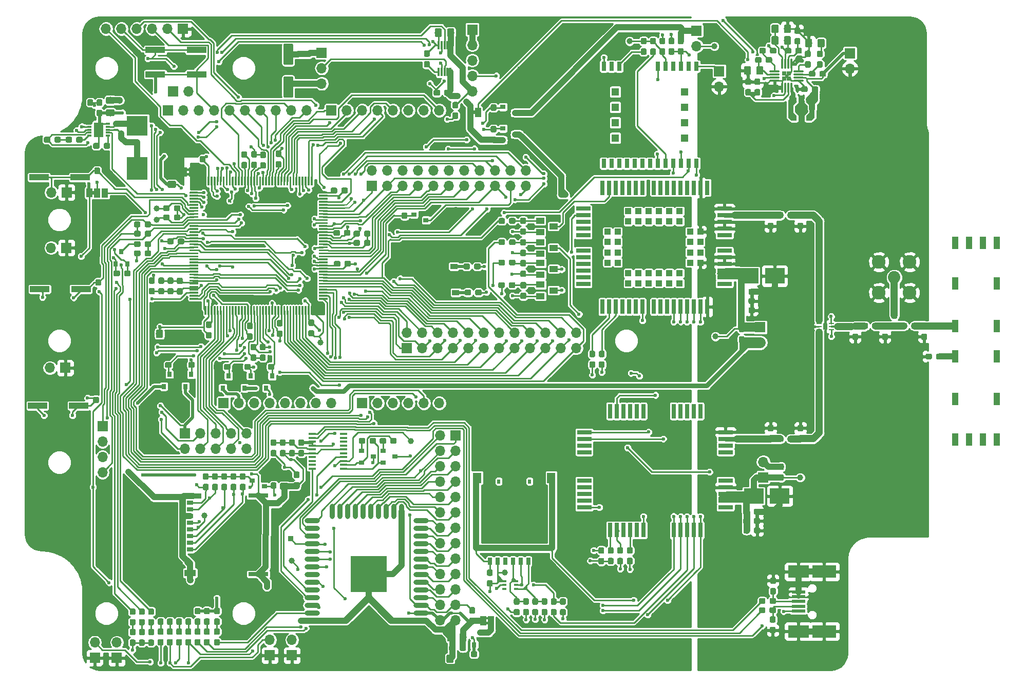
<source format=gbr>
G04 #@! TF.GenerationSoftware,KiCad,Pcbnew,5.0.2-bee76a0~70~ubuntu18.04.1*
G04 #@! TF.CreationDate,2019-03-08T13:42:59+01:00*
G04 #@! TF.ProjectId,BaseCircuit_V2,42617365-4369-4726-9375-69745f56322e,V1*
G04 #@! TF.SameCoordinates,Original*
G04 #@! TF.FileFunction,Copper,L1,Top*
G04 #@! TF.FilePolarity,Positive*
%FSLAX46Y46*%
G04 Gerber Fmt 4.6, Leading zero omitted, Abs format (unit mm)*
G04 Created by KiCad (PCBNEW 5.0.2-bee76a0~70~ubuntu18.04.1) date Fr 08 Mär 2019 13:42:59 CET*
%MOMM*%
%LPD*%
G01*
G04 APERTURE LIST*
G04 #@! TA.AperFunction,Conductor*
%ADD10C,0.100000*%
G04 #@! TD*
G04 #@! TA.AperFunction,SMDPad,CuDef*
%ADD11C,0.950000*%
G04 #@! TD*
G04 #@! TA.AperFunction,SMDPad,CuDef*
%ADD12R,2.300000X0.500000*%
G04 #@! TD*
G04 #@! TA.AperFunction,SMDPad,CuDef*
%ADD13R,3.500000X2.050000*%
G04 #@! TD*
G04 #@! TA.AperFunction,SMDPad,CuDef*
%ADD14R,4.000000X2.050000*%
G04 #@! TD*
G04 #@! TA.AperFunction,SMDPad,CuDef*
%ADD15R,0.750000X2.400000*%
G04 #@! TD*
G04 #@! TA.AperFunction,SMDPad,CuDef*
%ADD16R,2.400000X0.750000*%
G04 #@! TD*
G04 #@! TA.AperFunction,SMDPad,CuDef*
%ADD17R,1.000000X1.500000*%
G04 #@! TD*
G04 #@! TA.AperFunction,SMDPad,CuDef*
%ADD18C,1.000000*%
G04 #@! TD*
G04 #@! TA.AperFunction,SMDPad,CuDef*
%ADD19O,2.500000X0.900000*%
G04 #@! TD*
G04 #@! TA.AperFunction,SMDPad,CuDef*
%ADD20O,0.900000X2.500000*%
G04 #@! TD*
G04 #@! TA.AperFunction,SMDPad,CuDef*
%ADD21R,6.000000X6.000000*%
G04 #@! TD*
G04 #@! TA.AperFunction,ComponentPad*
%ADD22C,4.000000*%
G04 #@! TD*
G04 #@! TA.AperFunction,SMDPad,CuDef*
%ADD23R,1.100000X0.700000*%
G04 #@! TD*
G04 #@! TA.AperFunction,SMDPad,CuDef*
%ADD24R,0.930000X0.900000*%
G04 #@! TD*
G04 #@! TA.AperFunction,SMDPad,CuDef*
%ADD25R,0.780000X1.050000*%
G04 #@! TD*
G04 #@! TA.AperFunction,SMDPad,CuDef*
%ADD26R,3.330000X0.700000*%
G04 #@! TD*
G04 #@! TA.AperFunction,SMDPad,CuDef*
%ADD27R,2.800000X0.860000*%
G04 #@! TD*
G04 #@! TA.AperFunction,SMDPad,CuDef*
%ADD28R,1.830000X1.140000*%
G04 #@! TD*
G04 #@! TA.AperFunction,SMDPad,CuDef*
%ADD29R,0.800000X0.900000*%
G04 #@! TD*
G04 #@! TA.AperFunction,SMDPad,CuDef*
%ADD30R,0.900000X0.800000*%
G04 #@! TD*
G04 #@! TA.AperFunction,SMDPad,CuDef*
%ADD31R,3.500000X3.300000*%
G04 #@! TD*
G04 #@! TA.AperFunction,SMDPad,CuDef*
%ADD32R,3.500000X3.700000*%
G04 #@! TD*
G04 #@! TA.AperFunction,SMDPad,CuDef*
%ADD33R,0.870000X2.790000*%
G04 #@! TD*
G04 #@! TA.AperFunction,SMDPad,CuDef*
%ADD34R,0.890000X0.775000*%
G04 #@! TD*
G04 #@! TA.AperFunction,SMDPad,CuDef*
%ADD35C,0.500000*%
G04 #@! TD*
G04 #@! TA.AperFunction,SMDPad,CuDef*
%ADD36O,1.750000X0.290000*%
G04 #@! TD*
G04 #@! TA.AperFunction,SMDPad,CuDef*
%ADD37O,0.290000X1.750000*%
G04 #@! TD*
G04 #@! TA.AperFunction,SMDPad,CuDef*
%ADD38R,0.800000X0.800000*%
G04 #@! TD*
G04 #@! TA.AperFunction,ViaPad*
%ADD39C,0.600000*%
G04 #@! TD*
G04 #@! TA.AperFunction,SMDPad,CuDef*
%ADD40C,1.150000*%
G04 #@! TD*
G04 #@! TA.AperFunction,ComponentPad*
%ADD41R,1.700000X1.700000*%
G04 #@! TD*
G04 #@! TA.AperFunction,ComponentPad*
%ADD42O,1.700000X1.700000*%
G04 #@! TD*
G04 #@! TA.AperFunction,SMDPad,CuDef*
%ADD43C,0.300000*%
G04 #@! TD*
G04 #@! TA.AperFunction,SMDPad,CuDef*
%ADD44R,0.300000X1.400000*%
G04 #@! TD*
G04 #@! TA.AperFunction,SMDPad,CuDef*
%ADD45R,3.200000X1.000000*%
G04 #@! TD*
G04 #@! TA.AperFunction,SMDPad,CuDef*
%ADD46R,1.200000X0.400000*%
G04 #@! TD*
G04 #@! TA.AperFunction,SMDPad,CuDef*
%ADD47R,0.650000X0.300000*%
G04 #@! TD*
G04 #@! TA.AperFunction,SMDPad,CuDef*
%ADD48R,1.550000X2.480000*%
G04 #@! TD*
G04 #@! TA.AperFunction,ComponentPad*
%ADD49C,1.000000*%
G04 #@! TD*
G04 #@! TA.AperFunction,SMDPad,CuDef*
%ADD50C,1.600000*%
G04 #@! TD*
G04 #@! TA.AperFunction,ComponentPad*
%ADD51C,2.050000*%
G04 #@! TD*
G04 #@! TA.AperFunction,ComponentPad*
%ADD52C,2.250000*%
G04 #@! TD*
G04 #@! TA.AperFunction,SMDPad,CuDef*
%ADD53R,1.000000X2.000000*%
G04 #@! TD*
G04 #@! TA.AperFunction,SMDPad,CuDef*
%ADD54R,3.200000X2.500000*%
G04 #@! TD*
G04 #@! TA.AperFunction,SMDPad,CuDef*
%ADD55R,0.650000X1.150000*%
G04 #@! TD*
G04 #@! TA.AperFunction,SMDPad,CuDef*
%ADD56R,0.450000X1.300000*%
G04 #@! TD*
G04 #@! TA.AperFunction,SMDPad,CuDef*
%ADD57R,1.400000X1.700000*%
G04 #@! TD*
G04 #@! TA.AperFunction,SMDPad,CuDef*
%ADD58R,0.540000X0.800000*%
G04 #@! TD*
G04 #@! TA.AperFunction,SMDPad,CuDef*
%ADD59R,1.400000X1.000000*%
G04 #@! TD*
G04 #@! TA.AperFunction,SMDPad,CuDef*
%ADD60R,0.860000X0.280000*%
G04 #@! TD*
G04 #@! TA.AperFunction,SMDPad,CuDef*
%ADD61R,0.700000X1.100000*%
G04 #@! TD*
G04 #@! TA.AperFunction,SMDPad,CuDef*
%ADD62R,1.000000X1.000000*%
G04 #@! TD*
G04 #@! TA.AperFunction,SMDPad,CuDef*
%ADD63R,0.800000X1.500000*%
G04 #@! TD*
G04 #@! TA.AperFunction,SMDPad,CuDef*
%ADD64R,1.300000X1.300000*%
G04 #@! TD*
G04 #@! TA.AperFunction,SMDPad,CuDef*
%ADD65R,1.200000X0.900000*%
G04 #@! TD*
G04 #@! TA.AperFunction,SMDPad,CuDef*
%ADD66R,0.800000X0.350000*%
G04 #@! TD*
G04 #@! TA.AperFunction,ComponentPad*
%ADD67R,0.850000X0.850000*%
G04 #@! TD*
G04 #@! TA.AperFunction,BGAPad,CuDef*
%ADD68C,1.000000*%
G04 #@! TD*
G04 #@! TA.AperFunction,Conductor*
%ADD69C,0.250000*%
G04 #@! TD*
G04 #@! TA.AperFunction,Conductor*
%ADD70C,1.000000*%
G04 #@! TD*
G04 #@! TA.AperFunction,Conductor*
%ADD71C,0.500000*%
G04 #@! TD*
G04 #@! TA.AperFunction,Conductor*
%ADD72C,0.600000*%
G04 #@! TD*
G04 #@! TA.AperFunction,Conductor*
%ADD73C,0.350000*%
G04 #@! TD*
G04 #@! TA.AperFunction,Conductor*
%ADD74C,1.800000*%
G04 #@! TD*
G04 #@! TA.AperFunction,Conductor*
%ADD75C,0.800000*%
G04 #@! TD*
G04 #@! TA.AperFunction,Conductor*
%ADD76C,0.200000*%
G04 #@! TD*
G04 #@! TA.AperFunction,Conductor*
%ADD77C,1.150000*%
G04 #@! TD*
G04 #@! TA.AperFunction,Conductor*
%ADD78C,0.300000*%
G04 #@! TD*
G04 #@! TA.AperFunction,Conductor*
%ADD79C,1.100000*%
G04 #@! TD*
G04 #@! TA.AperFunction,Conductor*
%ADD80C,1.500000*%
G04 #@! TD*
G04 #@! TA.AperFunction,Conductor*
%ADD81C,0.700000*%
G04 #@! TD*
G04 #@! TA.AperFunction,Conductor*
%ADD82C,0.900000*%
G04 #@! TD*
G04 #@! TA.AperFunction,Conductor*
%ADD83C,1.200000*%
G04 #@! TD*
G04 #@! TA.AperFunction,Conductor*
%ADD84C,0.254000*%
G04 #@! TD*
G04 APERTURE END LIST*
D10*
G04 #@! TO.N,/Interfaces/D+_ESP*
G04 #@! TO.C,C5*
G36*
X138750779Y-110516144D02*
X138773834Y-110519563D01*
X138796443Y-110525227D01*
X138818387Y-110533079D01*
X138839457Y-110543044D01*
X138859448Y-110555026D01*
X138878168Y-110568910D01*
X138895438Y-110584562D01*
X138911090Y-110601832D01*
X138924974Y-110620552D01*
X138936956Y-110640543D01*
X138946921Y-110661613D01*
X138954773Y-110683557D01*
X138960437Y-110706166D01*
X138963856Y-110729221D01*
X138965000Y-110752500D01*
X138965000Y-111327500D01*
X138963856Y-111350779D01*
X138960437Y-111373834D01*
X138954773Y-111396443D01*
X138946921Y-111418387D01*
X138936956Y-111439457D01*
X138924974Y-111459448D01*
X138911090Y-111478168D01*
X138895438Y-111495438D01*
X138878168Y-111511090D01*
X138859448Y-111524974D01*
X138839457Y-111536956D01*
X138818387Y-111546921D01*
X138796443Y-111554773D01*
X138773834Y-111560437D01*
X138750779Y-111563856D01*
X138727500Y-111565000D01*
X138252500Y-111565000D01*
X138229221Y-111563856D01*
X138206166Y-111560437D01*
X138183557Y-111554773D01*
X138161613Y-111546921D01*
X138140543Y-111536956D01*
X138120552Y-111524974D01*
X138101832Y-111511090D01*
X138084562Y-111495438D01*
X138068910Y-111478168D01*
X138055026Y-111459448D01*
X138043044Y-111439457D01*
X138033079Y-111418387D01*
X138025227Y-111396443D01*
X138019563Y-111373834D01*
X138016144Y-111350779D01*
X138015000Y-111327500D01*
X138015000Y-110752500D01*
X138016144Y-110729221D01*
X138019563Y-110706166D01*
X138025227Y-110683557D01*
X138033079Y-110661613D01*
X138043044Y-110640543D01*
X138055026Y-110620552D01*
X138068910Y-110601832D01*
X138084562Y-110584562D01*
X138101832Y-110568910D01*
X138120552Y-110555026D01*
X138140543Y-110543044D01*
X138161613Y-110533079D01*
X138183557Y-110525227D01*
X138206166Y-110519563D01*
X138229221Y-110516144D01*
X138252500Y-110515000D01*
X138727500Y-110515000D01*
X138750779Y-110516144D01*
X138750779Y-110516144D01*
G37*
D11*
G04 #@! TD*
G04 #@! TO.P,C5,1*
G04 #@! TO.N,/Interfaces/D+_ESP*
X138490000Y-111040000D03*
D10*
G04 #@! TO.N,GND*
G04 #@! TO.C,C5*
G36*
X138750779Y-108766144D02*
X138773834Y-108769563D01*
X138796443Y-108775227D01*
X138818387Y-108783079D01*
X138839457Y-108793044D01*
X138859448Y-108805026D01*
X138878168Y-108818910D01*
X138895438Y-108834562D01*
X138911090Y-108851832D01*
X138924974Y-108870552D01*
X138936956Y-108890543D01*
X138946921Y-108911613D01*
X138954773Y-108933557D01*
X138960437Y-108956166D01*
X138963856Y-108979221D01*
X138965000Y-109002500D01*
X138965000Y-109577500D01*
X138963856Y-109600779D01*
X138960437Y-109623834D01*
X138954773Y-109646443D01*
X138946921Y-109668387D01*
X138936956Y-109689457D01*
X138924974Y-109709448D01*
X138911090Y-109728168D01*
X138895438Y-109745438D01*
X138878168Y-109761090D01*
X138859448Y-109774974D01*
X138839457Y-109786956D01*
X138818387Y-109796921D01*
X138796443Y-109804773D01*
X138773834Y-109810437D01*
X138750779Y-109813856D01*
X138727500Y-109815000D01*
X138252500Y-109815000D01*
X138229221Y-109813856D01*
X138206166Y-109810437D01*
X138183557Y-109804773D01*
X138161613Y-109796921D01*
X138140543Y-109786956D01*
X138120552Y-109774974D01*
X138101832Y-109761090D01*
X138084562Y-109745438D01*
X138068910Y-109728168D01*
X138055026Y-109709448D01*
X138043044Y-109689457D01*
X138033079Y-109668387D01*
X138025227Y-109646443D01*
X138019563Y-109623834D01*
X138016144Y-109600779D01*
X138015000Y-109577500D01*
X138015000Y-109002500D01*
X138016144Y-108979221D01*
X138019563Y-108956166D01*
X138025227Y-108933557D01*
X138033079Y-108911613D01*
X138043044Y-108890543D01*
X138055026Y-108870552D01*
X138068910Y-108851832D01*
X138084562Y-108834562D01*
X138101832Y-108818910D01*
X138120552Y-108805026D01*
X138140543Y-108793044D01*
X138161613Y-108783079D01*
X138183557Y-108775227D01*
X138206166Y-108769563D01*
X138229221Y-108766144D01*
X138252500Y-108765000D01*
X138727500Y-108765000D01*
X138750779Y-108766144D01*
X138750779Y-108766144D01*
G37*
D11*
G04 #@! TD*
G04 #@! TO.P,C5,2*
G04 #@! TO.N,GND*
X138490000Y-109290000D03*
D10*
G04 #@! TO.N,GND*
G04 #@! TO.C,C6*
G36*
X138690779Y-116921144D02*
X138713834Y-116924563D01*
X138736443Y-116930227D01*
X138758387Y-116938079D01*
X138779457Y-116948044D01*
X138799448Y-116960026D01*
X138818168Y-116973910D01*
X138835438Y-116989562D01*
X138851090Y-117006832D01*
X138864974Y-117025552D01*
X138876956Y-117045543D01*
X138886921Y-117066613D01*
X138894773Y-117088557D01*
X138900437Y-117111166D01*
X138903856Y-117134221D01*
X138905000Y-117157500D01*
X138905000Y-117732500D01*
X138903856Y-117755779D01*
X138900437Y-117778834D01*
X138894773Y-117801443D01*
X138886921Y-117823387D01*
X138876956Y-117844457D01*
X138864974Y-117864448D01*
X138851090Y-117883168D01*
X138835438Y-117900438D01*
X138818168Y-117916090D01*
X138799448Y-117929974D01*
X138779457Y-117941956D01*
X138758387Y-117951921D01*
X138736443Y-117959773D01*
X138713834Y-117965437D01*
X138690779Y-117968856D01*
X138667500Y-117970000D01*
X138192500Y-117970000D01*
X138169221Y-117968856D01*
X138146166Y-117965437D01*
X138123557Y-117959773D01*
X138101613Y-117951921D01*
X138080543Y-117941956D01*
X138060552Y-117929974D01*
X138041832Y-117916090D01*
X138024562Y-117900438D01*
X138008910Y-117883168D01*
X137995026Y-117864448D01*
X137983044Y-117844457D01*
X137973079Y-117823387D01*
X137965227Y-117801443D01*
X137959563Y-117778834D01*
X137956144Y-117755779D01*
X137955000Y-117732500D01*
X137955000Y-117157500D01*
X137956144Y-117134221D01*
X137959563Y-117111166D01*
X137965227Y-117088557D01*
X137973079Y-117066613D01*
X137983044Y-117045543D01*
X137995026Y-117025552D01*
X138008910Y-117006832D01*
X138024562Y-116989562D01*
X138041832Y-116973910D01*
X138060552Y-116960026D01*
X138080543Y-116948044D01*
X138101613Y-116938079D01*
X138123557Y-116930227D01*
X138146166Y-116924563D01*
X138169221Y-116921144D01*
X138192500Y-116920000D01*
X138667500Y-116920000D01*
X138690779Y-116921144D01*
X138690779Y-116921144D01*
G37*
D11*
G04 #@! TD*
G04 #@! TO.P,C6,2*
G04 #@! TO.N,GND*
X138430000Y-117445000D03*
D10*
G04 #@! TO.N,/Interfaces/D-_ESP*
G04 #@! TO.C,C6*
G36*
X138690779Y-115171144D02*
X138713834Y-115174563D01*
X138736443Y-115180227D01*
X138758387Y-115188079D01*
X138779457Y-115198044D01*
X138799448Y-115210026D01*
X138818168Y-115223910D01*
X138835438Y-115239562D01*
X138851090Y-115256832D01*
X138864974Y-115275552D01*
X138876956Y-115295543D01*
X138886921Y-115316613D01*
X138894773Y-115338557D01*
X138900437Y-115361166D01*
X138903856Y-115384221D01*
X138905000Y-115407500D01*
X138905000Y-115982500D01*
X138903856Y-116005779D01*
X138900437Y-116028834D01*
X138894773Y-116051443D01*
X138886921Y-116073387D01*
X138876956Y-116094457D01*
X138864974Y-116114448D01*
X138851090Y-116133168D01*
X138835438Y-116150438D01*
X138818168Y-116166090D01*
X138799448Y-116179974D01*
X138779457Y-116191956D01*
X138758387Y-116201921D01*
X138736443Y-116209773D01*
X138713834Y-116215437D01*
X138690779Y-116218856D01*
X138667500Y-116220000D01*
X138192500Y-116220000D01*
X138169221Y-116218856D01*
X138146166Y-116215437D01*
X138123557Y-116209773D01*
X138101613Y-116201921D01*
X138080543Y-116191956D01*
X138060552Y-116179974D01*
X138041832Y-116166090D01*
X138024562Y-116150438D01*
X138008910Y-116133168D01*
X137995026Y-116114448D01*
X137983044Y-116094457D01*
X137973079Y-116073387D01*
X137965227Y-116051443D01*
X137959563Y-116028834D01*
X137956144Y-116005779D01*
X137955000Y-115982500D01*
X137955000Y-115407500D01*
X137956144Y-115384221D01*
X137959563Y-115361166D01*
X137965227Y-115338557D01*
X137973079Y-115316613D01*
X137983044Y-115295543D01*
X137995026Y-115275552D01*
X138008910Y-115256832D01*
X138024562Y-115239562D01*
X138041832Y-115223910D01*
X138060552Y-115210026D01*
X138080543Y-115198044D01*
X138101613Y-115188079D01*
X138123557Y-115180227D01*
X138146166Y-115174563D01*
X138169221Y-115171144D01*
X138192500Y-115170000D01*
X138667500Y-115170000D01*
X138690779Y-115171144D01*
X138690779Y-115171144D01*
G37*
D11*
G04 #@! TD*
G04 #@! TO.P,C6,1*
G04 #@! TO.N,/Interfaces/D-_ESP*
X138430000Y-115695000D03*
D12*
G04 #@! TO.P,J2,1*
G04 #@! TO.N,/Interfaces/+5V_ESP*
X142667856Y-114328509D03*
G04 #@! TO.P,J2,2*
G04 #@! TO.N,/Interfaces/D-_ESP*
X142667856Y-113528509D03*
G04 #@! TO.P,J2,3*
G04 #@! TO.N,/Interfaces/D+_ESP*
X142667856Y-112728509D03*
G04 #@! TO.P,J2,4*
G04 #@! TO.N,GND*
X142667856Y-111928509D03*
G04 #@! TO.P,J2,5*
X142667856Y-111128509D03*
D13*
G04 #@! TO.P,J2,6*
X142667856Y-117653509D03*
D14*
X146917856Y-117653509D03*
D13*
X142667856Y-107803509D03*
D14*
X146917856Y-107803509D03*
G04 #@! TD*
D15*
G04 #@! TO.P,U9,1*
G04 #@! TO.N,N/C*
X126510000Y-81350000D03*
G04 #@! TO.P,U9,2*
X125410000Y-81350000D03*
G04 #@! TO.P,U9,3*
X124310000Y-81350000D03*
G04 #@! TO.P,U9,4*
X123210000Y-81350000D03*
G04 #@! TO.P,U9,5*
X122110000Y-81350000D03*
G04 #@! TO.P,U9,6*
X117110000Y-81350000D03*
G04 #@! TO.P,U9,7*
X116010000Y-81350000D03*
G04 #@! TO.P,U9,8*
X114910000Y-81350000D03*
G04 #@! TO.P,U9,9*
X113810000Y-81350000D03*
G04 #@! TO.P,U9,10*
G04 #@! TO.N,Net-(Q15-Pad3)*
X112710000Y-81350000D03*
G04 #@! TO.P,U9,11*
G04 #@! TO.N,N/C*
X111610000Y-81350000D03*
D16*
G04 #@! TO.P,U9,12*
G04 #@! TO.N,M95_STATUS*
X107360000Y-84800000D03*
G04 #@! TO.P,U9,13*
G04 #@! TO.N,M95_NETLIGHT*
X107360000Y-85900000D03*
G04 #@! TO.P,U9,14*
G04 #@! TO.N,N/C*
X107360000Y-87000000D03*
G04 #@! TO.P,U9,15*
X107360000Y-88100000D03*
G04 #@! TO.P,U9,16*
X107360000Y-92800000D03*
G04 #@! TO.P,U9,17*
X107360000Y-93900000D03*
G04 #@! TO.P,U9,18*
X107360000Y-95000000D03*
G04 #@! TO.P,U9,19*
X107360000Y-96100000D03*
G04 #@! TO.P,U9,20*
G04 #@! TO.N,M95_DTR*
X107360000Y-97200000D03*
D15*
G04 #@! TO.P,U9,21*
G04 #@! TO.N,Net-(R74-Pad1)*
X111610000Y-100950000D03*
G04 #@! TO.P,U9,22*
G04 #@! TO.N,Net-(R77-Pad2)*
X112710000Y-100950000D03*
G04 #@! TO.P,U9,23*
G04 #@! TO.N,N/C*
X113810000Y-100950000D03*
G04 #@! TO.P,U9,24*
G04 #@! TO.N,Net-(R75-Pad1)*
X114910000Y-100950000D03*
G04 #@! TO.P,U9,25*
G04 #@! TO.N,N/C*
X116010000Y-100950000D03*
G04 #@! TO.P,U9,26*
G04 #@! TO.N,SMSPIN_M95*
X117110000Y-100950000D03*
G04 #@! TO.P,U9,27*
G04 #@! TO.N,USIM_VDD*
X122110000Y-100950000D03*
G04 #@! TO.P,U9,28*
G04 #@! TO.N,USIM_RST*
X123210000Y-100950000D03*
G04 #@! TO.P,U9,29*
G04 #@! TO.N,USIM_DATA*
X124310000Y-100950000D03*
G04 #@! TO.P,U9,30*
G04 #@! TO.N,USIM_CLK*
X125410000Y-100950000D03*
G04 #@! TO.P,U9,31*
G04 #@! TO.N,USIM_GND*
X126510000Y-100950000D03*
D16*
G04 #@! TO.P,U9,32*
G04 #@! TO.N,N/C*
X130660000Y-97200000D03*
G04 #@! TO.P,U9,33*
G04 #@! TO.N,Net-(C56-Pad2)*
X130660000Y-96100000D03*
G04 #@! TO.P,U9,34*
X130660000Y-95000000D03*
G04 #@! TO.P,U9,35*
G04 #@! TO.N,GND*
X130660000Y-93900000D03*
G04 #@! TO.P,U9,36*
G04 #@! TO.N,N/C*
X130660000Y-92800000D03*
G04 #@! TO.P,U9,37*
X130660000Y-88100000D03*
G04 #@! TO.P,U9,38*
X130660000Y-87000000D03*
G04 #@! TO.P,U9,39*
G04 #@! TO.N,Net-(C55-Pad1)*
X130660000Y-85900000D03*
G04 #@! TO.P,U9,40*
G04 #@! TO.N,GND*
X130660000Y-84800000D03*
G04 #@! TD*
D17*
G04 #@! TO.P,JP18,2*
G04 #@! TO.N,Net-(JP18-Pad2)*
X27051000Y-45339000D03*
G04 #@! TO.P,JP18,3*
G04 #@! TO.N,/PC7*
X28351000Y-45339000D03*
D18*
G04 #@! TO.P,JP18,1*
G04 #@! TO.N,+BATT*
X25751000Y-45339000D03*
D10*
G04 #@! TD*
G04 #@! TO.N,+BATT*
G04 #@! TO.C,JP18*
G36*
X26251000Y-45039000D02*
X26651000Y-45039000D01*
X26651000Y-45639000D01*
X26251000Y-45639000D01*
X26251000Y-46089000D01*
X25251000Y-46089000D01*
X25251000Y-44589000D01*
X26251000Y-44589000D01*
X26251000Y-45039000D01*
X26251000Y-45039000D01*
G37*
G04 #@! TO.N,/PF14*
G04 #@! TO.C,R9*
G36*
X53092779Y-70243144D02*
X53115834Y-70246563D01*
X53138443Y-70252227D01*
X53160387Y-70260079D01*
X53181457Y-70270044D01*
X53201448Y-70282026D01*
X53220168Y-70295910D01*
X53237438Y-70311562D01*
X53253090Y-70328832D01*
X53266974Y-70347552D01*
X53278956Y-70367543D01*
X53288921Y-70388613D01*
X53296773Y-70410557D01*
X53302437Y-70433166D01*
X53305856Y-70456221D01*
X53307000Y-70479500D01*
X53307000Y-71054500D01*
X53305856Y-71077779D01*
X53302437Y-71100834D01*
X53296773Y-71123443D01*
X53288921Y-71145387D01*
X53278956Y-71166457D01*
X53266974Y-71186448D01*
X53253090Y-71205168D01*
X53237438Y-71222438D01*
X53220168Y-71238090D01*
X53201448Y-71251974D01*
X53181457Y-71263956D01*
X53160387Y-71273921D01*
X53138443Y-71281773D01*
X53115834Y-71287437D01*
X53092779Y-71290856D01*
X53069500Y-71292000D01*
X52594500Y-71292000D01*
X52571221Y-71290856D01*
X52548166Y-71287437D01*
X52525557Y-71281773D01*
X52503613Y-71273921D01*
X52482543Y-71263956D01*
X52462552Y-71251974D01*
X52443832Y-71238090D01*
X52426562Y-71222438D01*
X52410910Y-71205168D01*
X52397026Y-71186448D01*
X52385044Y-71166457D01*
X52375079Y-71145387D01*
X52367227Y-71123443D01*
X52361563Y-71100834D01*
X52358144Y-71077779D01*
X52357000Y-71054500D01*
X52357000Y-70479500D01*
X52358144Y-70456221D01*
X52361563Y-70433166D01*
X52367227Y-70410557D01*
X52375079Y-70388613D01*
X52385044Y-70367543D01*
X52397026Y-70347552D01*
X52410910Y-70328832D01*
X52426562Y-70311562D01*
X52443832Y-70295910D01*
X52462552Y-70282026D01*
X52482543Y-70270044D01*
X52503613Y-70260079D01*
X52525557Y-70252227D01*
X52548166Y-70246563D01*
X52571221Y-70243144D01*
X52594500Y-70242000D01*
X53069500Y-70242000D01*
X53092779Y-70243144D01*
X53092779Y-70243144D01*
G37*
D11*
G04 #@! TD*
G04 #@! TO.P,R9,1*
G04 #@! TO.N,/PF14*
X52832000Y-70767000D03*
D10*
G04 #@! TO.N,/PF13*
G04 #@! TO.C,R9*
G36*
X53092779Y-71993144D02*
X53115834Y-71996563D01*
X53138443Y-72002227D01*
X53160387Y-72010079D01*
X53181457Y-72020044D01*
X53201448Y-72032026D01*
X53220168Y-72045910D01*
X53237438Y-72061562D01*
X53253090Y-72078832D01*
X53266974Y-72097552D01*
X53278956Y-72117543D01*
X53288921Y-72138613D01*
X53296773Y-72160557D01*
X53302437Y-72183166D01*
X53305856Y-72206221D01*
X53307000Y-72229500D01*
X53307000Y-72804500D01*
X53305856Y-72827779D01*
X53302437Y-72850834D01*
X53296773Y-72873443D01*
X53288921Y-72895387D01*
X53278956Y-72916457D01*
X53266974Y-72936448D01*
X53253090Y-72955168D01*
X53237438Y-72972438D01*
X53220168Y-72988090D01*
X53201448Y-73001974D01*
X53181457Y-73013956D01*
X53160387Y-73023921D01*
X53138443Y-73031773D01*
X53115834Y-73037437D01*
X53092779Y-73040856D01*
X53069500Y-73042000D01*
X52594500Y-73042000D01*
X52571221Y-73040856D01*
X52548166Y-73037437D01*
X52525557Y-73031773D01*
X52503613Y-73023921D01*
X52482543Y-73013956D01*
X52462552Y-73001974D01*
X52443832Y-72988090D01*
X52426562Y-72972438D01*
X52410910Y-72955168D01*
X52397026Y-72936448D01*
X52385044Y-72916457D01*
X52375079Y-72895387D01*
X52367227Y-72873443D01*
X52361563Y-72850834D01*
X52358144Y-72827779D01*
X52357000Y-72804500D01*
X52357000Y-72229500D01*
X52358144Y-72206221D01*
X52361563Y-72183166D01*
X52367227Y-72160557D01*
X52375079Y-72138613D01*
X52385044Y-72117543D01*
X52397026Y-72097552D01*
X52410910Y-72078832D01*
X52426562Y-72061562D01*
X52443832Y-72045910D01*
X52462552Y-72032026D01*
X52482543Y-72020044D01*
X52503613Y-72010079D01*
X52525557Y-72002227D01*
X52548166Y-71996563D01*
X52571221Y-71993144D01*
X52594500Y-71992000D01*
X53069500Y-71992000D01*
X53092779Y-71993144D01*
X53092779Y-71993144D01*
G37*
D11*
G04 #@! TD*
G04 #@! TO.P,R9,2*
G04 #@! TO.N,/PF13*
X52832000Y-72517000D03*
D19*
G04 #@! TO.P,U3,38*
G04 #@! TO.N,GND*
X62501000Y-115867000D03*
G04 #@! TO.P,U3,37*
G04 #@! TO.N,/IO23*
X62501000Y-114597000D03*
G04 #@! TO.P,U3,36*
G04 #@! TO.N,/IO22*
X62501000Y-113327000D03*
G04 #@! TO.P,U3,35*
G04 #@! TO.N,/ESP_TXD0*
X62501000Y-112057000D03*
G04 #@! TO.P,U3,34*
G04 #@! TO.N,/ESP_RXD0*
X62501000Y-110787000D03*
G04 #@! TO.P,U3,33*
G04 #@! TO.N,/IO21*
X62501000Y-109517000D03*
G04 #@! TO.P,U3,32*
G04 #@! TO.N,N/C*
X62501000Y-108247000D03*
G04 #@! TO.P,U3,31*
G04 #@! TO.N,/IO19*
X62501000Y-106977000D03*
G04 #@! TO.P,U3,30*
G04 #@! TO.N,/IO18*
X62501000Y-105707000D03*
G04 #@! TO.P,U3,29*
G04 #@! TO.N,/IO5*
X62501000Y-104437000D03*
G04 #@! TO.P,U3,28*
G04 #@! TO.N,/IO17*
X62501000Y-103167000D03*
G04 #@! TO.P,U3,27*
G04 #@! TO.N,/IO16*
X62501000Y-101897000D03*
G04 #@! TO.P,U3,26*
G04 #@! TO.N,/IO4*
X62501000Y-100627000D03*
G04 #@! TO.P,U3,25*
G04 #@! TO.N,/ESP_GPIO0*
X62501000Y-99357000D03*
D20*
G04 #@! TO.P,U3,24*
G04 #@! TO.N,/IO2*
X65786000Y-97867000D03*
G04 #@! TO.P,U3,23*
G04 #@! TO.N,/IO15*
X67056000Y-97867000D03*
G04 #@! TO.P,U3,22*
G04 #@! TO.N,/SD1*
X68326000Y-97867000D03*
G04 #@! TO.P,U3,21*
G04 #@! TO.N,/SDO*
X69596000Y-97867000D03*
G04 #@! TO.P,U3,20*
G04 #@! TO.N,/CLK*
X70866000Y-97867000D03*
G04 #@! TO.P,U3,19*
G04 #@! TO.N,/CMD*
X72136000Y-97867000D03*
G04 #@! TO.P,U3,18*
G04 #@! TO.N,/SD3*
X73406000Y-97867000D03*
G04 #@! TO.P,U3,17*
G04 #@! TO.N,/SD2*
X74676000Y-97867000D03*
G04 #@! TO.P,U3,16*
G04 #@! TO.N,/IO13*
X75946000Y-97867000D03*
G04 #@! TO.P,U3,15*
G04 #@! TO.N,GND*
X77216000Y-97867000D03*
D19*
G04 #@! TO.P,U3,14*
G04 #@! TO.N,/IO12*
X80501000Y-99357000D03*
G04 #@! TO.P,U3,13*
G04 #@! TO.N,/IO14*
X80501000Y-100627000D03*
G04 #@! TO.P,U3,12*
G04 #@! TO.N,/IO27*
X80501000Y-101897000D03*
G04 #@! TO.P,U3,11*
G04 #@! TO.N,/IO26*
X80501000Y-103167000D03*
G04 #@! TO.P,U3,10*
G04 #@! TO.N,/IO25*
X80501000Y-104437000D03*
G04 #@! TO.P,U3,9*
G04 #@! TO.N,/IO33*
X80501000Y-105707000D03*
G04 #@! TO.P,U3,8*
G04 #@! TO.N,/IO32*
X80501000Y-106977000D03*
G04 #@! TO.P,U3,7*
G04 #@! TO.N,/IO35*
X80501000Y-108247000D03*
G04 #@! TO.P,U3,6*
G04 #@! TO.N,/IO34*
X80501000Y-109517000D03*
G04 #@! TO.P,U3,5*
G04 #@! TO.N,/SENSOR_VN*
X80501000Y-110787000D03*
G04 #@! TO.P,U3,4*
G04 #@! TO.N,/SENSOR_VP*
X80501000Y-112057000D03*
G04 #@! TO.P,U3,3*
G04 #@! TO.N,/ESP_RESET*
X80501000Y-113327000D03*
G04 #@! TO.P,U3,2*
G04 #@! TO.N,ESP3V3*
X80501000Y-114597000D03*
G04 #@! TO.P,U3,1*
G04 #@! TO.N,GND*
X80501000Y-115867000D03*
D21*
G04 #@! TO.P,U3,39*
X71801000Y-108167000D03*
D22*
X71801000Y-108167000D03*
G04 #@! TD*
D10*
G04 #@! TO.N,Net-(D1-Pad1)*
G04 #@! TO.C,R4*
G36*
X36201779Y-115617644D02*
X36224834Y-115621063D01*
X36247443Y-115626727D01*
X36269387Y-115634579D01*
X36290457Y-115644544D01*
X36310448Y-115656526D01*
X36329168Y-115670410D01*
X36346438Y-115686062D01*
X36362090Y-115703332D01*
X36375974Y-115722052D01*
X36387956Y-115742043D01*
X36397921Y-115763113D01*
X36405773Y-115785057D01*
X36411437Y-115807666D01*
X36414856Y-115830721D01*
X36416000Y-115854000D01*
X36416000Y-116429000D01*
X36414856Y-116452279D01*
X36411437Y-116475334D01*
X36405773Y-116497943D01*
X36397921Y-116519887D01*
X36387956Y-116540957D01*
X36375974Y-116560948D01*
X36362090Y-116579668D01*
X36346438Y-116596938D01*
X36329168Y-116612590D01*
X36310448Y-116626474D01*
X36290457Y-116638456D01*
X36269387Y-116648421D01*
X36247443Y-116656273D01*
X36224834Y-116661937D01*
X36201779Y-116665356D01*
X36178500Y-116666500D01*
X35703500Y-116666500D01*
X35680221Y-116665356D01*
X35657166Y-116661937D01*
X35634557Y-116656273D01*
X35612613Y-116648421D01*
X35591543Y-116638456D01*
X35571552Y-116626474D01*
X35552832Y-116612590D01*
X35535562Y-116596938D01*
X35519910Y-116579668D01*
X35506026Y-116560948D01*
X35494044Y-116540957D01*
X35484079Y-116519887D01*
X35476227Y-116497943D01*
X35470563Y-116475334D01*
X35467144Y-116452279D01*
X35466000Y-116429000D01*
X35466000Y-115854000D01*
X35467144Y-115830721D01*
X35470563Y-115807666D01*
X35476227Y-115785057D01*
X35484079Y-115763113D01*
X35494044Y-115742043D01*
X35506026Y-115722052D01*
X35519910Y-115703332D01*
X35535562Y-115686062D01*
X35552832Y-115670410D01*
X35571552Y-115656526D01*
X35591543Y-115644544D01*
X35612613Y-115634579D01*
X35634557Y-115626727D01*
X35657166Y-115621063D01*
X35680221Y-115617644D01*
X35703500Y-115616500D01*
X36178500Y-115616500D01*
X36201779Y-115617644D01*
X36201779Y-115617644D01*
G37*
D11*
G04 #@! TD*
G04 #@! TO.P,R4,1*
G04 #@! TO.N,Net-(D1-Pad1)*
X35941000Y-116141500D03*
D10*
G04 #@! TO.N,/LOAD_STAT1*
G04 #@! TO.C,R4*
G36*
X36201779Y-113867644D02*
X36224834Y-113871063D01*
X36247443Y-113876727D01*
X36269387Y-113884579D01*
X36290457Y-113894544D01*
X36310448Y-113906526D01*
X36329168Y-113920410D01*
X36346438Y-113936062D01*
X36362090Y-113953332D01*
X36375974Y-113972052D01*
X36387956Y-113992043D01*
X36397921Y-114013113D01*
X36405773Y-114035057D01*
X36411437Y-114057666D01*
X36414856Y-114080721D01*
X36416000Y-114104000D01*
X36416000Y-114679000D01*
X36414856Y-114702279D01*
X36411437Y-114725334D01*
X36405773Y-114747943D01*
X36397921Y-114769887D01*
X36387956Y-114790957D01*
X36375974Y-114810948D01*
X36362090Y-114829668D01*
X36346438Y-114846938D01*
X36329168Y-114862590D01*
X36310448Y-114876474D01*
X36290457Y-114888456D01*
X36269387Y-114898421D01*
X36247443Y-114906273D01*
X36224834Y-114911937D01*
X36201779Y-114915356D01*
X36178500Y-114916500D01*
X35703500Y-114916500D01*
X35680221Y-114915356D01*
X35657166Y-114911937D01*
X35634557Y-114906273D01*
X35612613Y-114898421D01*
X35591543Y-114888456D01*
X35571552Y-114876474D01*
X35552832Y-114862590D01*
X35535562Y-114846938D01*
X35519910Y-114829668D01*
X35506026Y-114810948D01*
X35494044Y-114790957D01*
X35484079Y-114769887D01*
X35476227Y-114747943D01*
X35470563Y-114725334D01*
X35467144Y-114702279D01*
X35466000Y-114679000D01*
X35466000Y-114104000D01*
X35467144Y-114080721D01*
X35470563Y-114057666D01*
X35476227Y-114035057D01*
X35484079Y-114013113D01*
X35494044Y-113992043D01*
X35506026Y-113972052D01*
X35519910Y-113953332D01*
X35535562Y-113936062D01*
X35552832Y-113920410D01*
X35571552Y-113906526D01*
X35591543Y-113894544D01*
X35612613Y-113884579D01*
X35634557Y-113876727D01*
X35657166Y-113871063D01*
X35680221Y-113867644D01*
X35703500Y-113866500D01*
X36178500Y-113866500D01*
X36201779Y-113867644D01*
X36201779Y-113867644D01*
G37*
D11*
G04 #@! TD*
G04 #@! TO.P,R4,2*
G04 #@! TO.N,/LOAD_STAT1*
X35941000Y-114391500D03*
D23*
G04 #@! TO.P,J1,1*
G04 #@! TO.N,/PC10*
X42377476Y-104143458D03*
G04 #@! TO.P,J1,2*
G04 #@! TO.N,/PC11*
X42377476Y-103043458D03*
G04 #@! TO.P,J1,3*
G04 #@! TO.N,/PD2*
X42377476Y-101943458D03*
G04 #@! TO.P,J1,4*
G04 #@! TO.N,Net-(J1-Pad4)*
X42377476Y-100843458D03*
G04 #@! TO.P,J1,5*
G04 #@! TO.N,/PC12*
X42377476Y-99743458D03*
G04 #@! TO.P,J1,6*
G04 #@! TO.N,GND*
X42377476Y-98643458D03*
G04 #@! TO.P,J1,7*
G04 #@! TO.N,/PC8*
X42377476Y-97543458D03*
G04 #@! TO.P,J1,8*
G04 #@! TO.N,/PC9*
X42377476Y-96443458D03*
D24*
G04 #@! TO.P,J1,9*
G04 #@! TO.N,GND*
X54842476Y-105933458D03*
D25*
X54917476Y-101668458D03*
D26*
X53642476Y-95283458D03*
D27*
X42877476Y-95363458D03*
D28*
X42392476Y-108023458D03*
D26*
X53642476Y-108243458D03*
G04 #@! TD*
D29*
G04 #@! TO.P,Q1,1*
G04 #@! TO.N,/ESP_ON*
X89220000Y-119856000D03*
G04 #@! TO.P,Q1,2*
G04 #@! TO.N,+3V3*
X91120000Y-119856000D03*
G04 #@! TO.P,Q1,3*
G04 #@! TO.N,Net-(JP2-Pad1)*
X90170000Y-117856000D03*
G04 #@! TD*
D30*
G04 #@! TO.P,Q7,1*
G04 #@! TO.N,/PD13*
X54610000Y-93721000D03*
G04 #@! TO.P,Q7,2*
G04 #@! TO.N,+3V3*
X54610000Y-91821000D03*
G04 #@! TO.P,Q7,3*
G04 #@! TO.N,Net-(J1-Pad4)*
X52610000Y-92771000D03*
G04 #@! TD*
D31*
G04 #@! TO.P,L3,1*
G04 #@! TO.N,Net-(L3-Pad1)*
X33655000Y-34290000D03*
D32*
G04 #@! TO.P,L3,2*
G04 #@! TO.N,Net-(L3-Pad2)*
X33655000Y-41290000D03*
G04 #@! TD*
D33*
G04 #@! TO.P,L4,1*
G04 #@! TO.N,Net-(C27-Pad2)*
X144926500Y-31504000D03*
D34*
X144356500Y-33061500D03*
D35*
X144380500Y-32551500D03*
D10*
G04 #@! TD*
G04 #@! TO.N,Net-(C27-Pad2)*
G04 #@! TO.C,L4*
G36*
X143911385Y-32674267D02*
X144491768Y-32079526D01*
X144849615Y-32428733D01*
X144269232Y-33023474D01*
X143911385Y-32674267D01*
X143911385Y-32674267D01*
G37*
D35*
G04 #@! TO.P,L4,1*
G04 #@! TO.N,Net-(C27-Pad2)*
X144905000Y-32997000D03*
D10*
G04 #@! TD*
G04 #@! TO.N,Net-(C27-Pad2)*
G04 #@! TO.C,L4*
G36*
X144448395Y-33095196D02*
X145011150Y-32542179D01*
X145361605Y-32898804D01*
X144798850Y-33451821D01*
X144448395Y-33095196D01*
X144448395Y-33095196D01*
G37*
D35*
G04 #@! TO.P,L4,1*
G04 #@! TO.N,Net-(C27-Pad2)*
X144905000Y-30011000D03*
D10*
G04 #@! TD*
G04 #@! TO.N,Net-(C27-Pad2)*
G04 #@! TO.C,L4*
G36*
X145011150Y-30465821D02*
X144448395Y-29912804D01*
X144798850Y-29556179D01*
X145361605Y-30109196D01*
X145011150Y-30465821D01*
X145011150Y-30465821D01*
G37*
D34*
G04 #@! TO.P,L4,1*
G04 #@! TO.N,Net-(C27-Pad2)*
X144356500Y-29946500D03*
D35*
X144380500Y-30456500D03*
D10*
G04 #@! TD*
G04 #@! TO.N,Net-(C27-Pad2)*
G04 #@! TO.C,L4*
G36*
X144491768Y-30928474D02*
X143911385Y-30333733D01*
X144269232Y-29984526D01*
X144849615Y-30579267D01*
X144491768Y-30928474D01*
X144491768Y-30928474D01*
G37*
D33*
G04 #@! TO.P,L4,2*
G04 #@! TO.N,Net-(L4-Pad2)*
X141396500Y-31504000D03*
D34*
X141966500Y-33061500D03*
D35*
X141942500Y-32551500D03*
D10*
G04 #@! TD*
G04 #@! TO.N,Net-(L4-Pad2)*
G04 #@! TO.C,L4*
G36*
X142053768Y-33023474D02*
X141473385Y-32428733D01*
X141831232Y-32079526D01*
X142411615Y-32674267D01*
X142053768Y-33023474D01*
X142053768Y-33023474D01*
G37*
D35*
G04 #@! TO.P,L4,2*
G04 #@! TO.N,Net-(L4-Pad2)*
X141418000Y-32997000D03*
D10*
G04 #@! TD*
G04 #@! TO.N,Net-(L4-Pad2)*
G04 #@! TO.C,L4*
G36*
X141524150Y-33451821D02*
X140961395Y-32898804D01*
X141311850Y-32542179D01*
X141874605Y-33095196D01*
X141524150Y-33451821D01*
X141524150Y-33451821D01*
G37*
D34*
G04 #@! TO.P,L4,2*
G04 #@! TO.N,Net-(L4-Pad2)*
X141966500Y-29946500D03*
D35*
X141942500Y-30456500D03*
D10*
G04 #@! TD*
G04 #@! TO.N,Net-(L4-Pad2)*
G04 #@! TO.C,L4*
G36*
X141473385Y-30579267D02*
X142053768Y-29984526D01*
X142411615Y-30333733D01*
X141831232Y-30928474D01*
X141473385Y-30579267D01*
X141473385Y-30579267D01*
G37*
D35*
G04 #@! TO.P,L4,2*
G04 #@! TO.N,Net-(L4-Pad2)*
X141418000Y-30011000D03*
D10*
G04 #@! TD*
G04 #@! TO.N,Net-(L4-Pad2)*
G04 #@! TO.C,L4*
G36*
X140961395Y-30109196D02*
X141524150Y-29556179D01*
X141874605Y-29912804D01*
X141311850Y-30465821D01*
X140961395Y-30109196D01*
X140961395Y-30109196D01*
G37*
D36*
G04 #@! TO.P,U6,1*
G04 #@! TO.N,GND*
X142698500Y-26807500D03*
G04 #@! TO.P,U6,2*
G04 #@! TO.N,Net-(C27-Pad2)*
X142698500Y-26307500D03*
G04 #@! TO.P,U6,3*
G04 #@! TO.N,Net-(R40-Pad2)*
X142698500Y-25807500D03*
G04 #@! TO.P,U6,4*
G04 #@! TO.N,Net-(C30-Pad1)*
X142698500Y-25307500D03*
D37*
G04 #@! TO.P,U6,5*
G04 #@! TO.N,GND*
X141473500Y-24082500D03*
G04 #@! TO.P,U6,6*
G04 #@! TO.N,Net-(R43-Pad2)*
X140973500Y-24082500D03*
G04 #@! TO.P,U6,7*
G04 #@! TO.N,Net-(R43-Pad1)*
X140473500Y-24082500D03*
G04 #@! TO.P,U6,8*
G04 #@! TO.N,Net-(R47-Pad2)*
X139973500Y-24082500D03*
D36*
G04 #@! TO.P,U6,9*
G04 #@! TO.N,Net-(R49-Pad2)*
X138748500Y-25307500D03*
G04 #@! TO.P,U6,10*
G04 #@! TO.N,Net-(R50-Pad2)*
X138748500Y-25807500D03*
G04 #@! TO.P,U6,11*
G04 #@! TO.N,/PC7*
X138748500Y-26307500D03*
G04 #@! TO.P,U6,12*
G04 #@! TO.N,GND*
X138748500Y-26807500D03*
D37*
G04 #@! TO.P,U6,13*
X139973500Y-28032500D03*
G04 #@! TO.P,U6,14*
G04 #@! TO.N,Net-(J17-Pad2)*
X140473500Y-28032500D03*
G04 #@! TO.P,U6,15*
G04 #@! TO.N,Net-(C28-Pad1)*
X140973500Y-28032500D03*
G04 #@! TO.P,U6,16*
G04 #@! TO.N,Net-(L4-Pad2)*
X141473500Y-28032500D03*
D38*
G04 #@! TO.P,U6,17*
G04 #@! TO.N,GND*
X140323500Y-25657500D03*
X140323500Y-26457500D03*
X141123500Y-25657500D03*
X141123500Y-26457500D03*
D39*
G04 #@! TD*
G04 #@! TO.N,GND*
G04 #@! TO.C,U6*
X140723500Y-26057500D03*
G04 #@! TO.N,GND*
G04 #@! TO.C,U6*
X141223500Y-26557500D03*
X140223500Y-26557500D03*
X140223500Y-25557500D03*
X141223500Y-25557500D03*
G04 #@! TD*
D30*
G04 #@! TO.P,Q4,3*
G04 #@! TO.N,PWR_SW4*
X81264000Y-49847500D03*
G04 #@! TO.P,Q4,2*
G04 #@! TO.N,+3V3*
X79264000Y-50797500D03*
G04 #@! TO.P,Q4,1*
G04 #@! TO.N,/PF12*
X79264000Y-48897500D03*
G04 #@! TD*
D29*
G04 #@! TO.P,Q9,1*
G04 #@! TO.N,/PE9*
X48699500Y-75517500D03*
G04 #@! TO.P,Q9,2*
G04 #@! TO.N,+3V3*
X46799500Y-75517500D03*
G04 #@! TO.P,Q9,3*
G04 #@! TO.N,PWR_SW1*
X47749500Y-77517500D03*
G04 #@! TD*
G04 #@! TO.P,Q10,1*
G04 #@! TO.N,/PE7*
X42542500Y-75263500D03*
G04 #@! TO.P,Q10,2*
G04 #@! TO.N,+3V3*
X40642500Y-75263500D03*
G04 #@! TO.P,Q10,3*
G04 #@! TO.N,PWR_SW5*
X41592500Y-77263500D03*
G04 #@! TD*
G04 #@! TO.P,Q11,3*
G04 #@! TO.N,PWR_SW6*
X38036500Y-77279500D03*
G04 #@! TO.P,Q11,2*
G04 #@! TO.N,+3V3*
X37086500Y-75279500D03*
G04 #@! TO.P,Q11,1*
G04 #@! TO.N,/PE8*
X38986500Y-75279500D03*
G04 #@! TD*
D10*
G04 #@! TO.N,GND*
G04 #@! TO.C,C36*
G36*
X37886081Y-59302130D02*
X37909136Y-59305549D01*
X37931745Y-59311213D01*
X37953689Y-59319065D01*
X37974759Y-59329030D01*
X37994750Y-59341012D01*
X38013470Y-59354896D01*
X38030740Y-59370548D01*
X38046392Y-59387818D01*
X38060276Y-59406538D01*
X38072258Y-59426529D01*
X38082223Y-59447599D01*
X38090075Y-59469543D01*
X38095739Y-59492152D01*
X38099158Y-59515207D01*
X38100302Y-59538486D01*
X38100302Y-60113486D01*
X38099158Y-60136765D01*
X38095739Y-60159820D01*
X38090075Y-60182429D01*
X38082223Y-60204373D01*
X38072258Y-60225443D01*
X38060276Y-60245434D01*
X38046392Y-60264154D01*
X38030740Y-60281424D01*
X38013470Y-60297076D01*
X37994750Y-60310960D01*
X37974759Y-60322942D01*
X37953689Y-60332907D01*
X37931745Y-60340759D01*
X37909136Y-60346423D01*
X37886081Y-60349842D01*
X37862802Y-60350986D01*
X37387802Y-60350986D01*
X37364523Y-60349842D01*
X37341468Y-60346423D01*
X37318859Y-60340759D01*
X37296915Y-60332907D01*
X37275845Y-60322942D01*
X37255854Y-60310960D01*
X37237134Y-60297076D01*
X37219864Y-60281424D01*
X37204212Y-60264154D01*
X37190328Y-60245434D01*
X37178346Y-60225443D01*
X37168381Y-60204373D01*
X37160529Y-60182429D01*
X37154865Y-60159820D01*
X37151446Y-60136765D01*
X37150302Y-60113486D01*
X37150302Y-59538486D01*
X37151446Y-59515207D01*
X37154865Y-59492152D01*
X37160529Y-59469543D01*
X37168381Y-59447599D01*
X37178346Y-59426529D01*
X37190328Y-59406538D01*
X37204212Y-59387818D01*
X37219864Y-59370548D01*
X37237134Y-59354896D01*
X37255854Y-59341012D01*
X37275845Y-59329030D01*
X37296915Y-59319065D01*
X37318859Y-59311213D01*
X37341468Y-59305549D01*
X37364523Y-59302130D01*
X37387802Y-59300986D01*
X37862802Y-59300986D01*
X37886081Y-59302130D01*
X37886081Y-59302130D01*
G37*
D11*
G04 #@! TD*
G04 #@! TO.P,C36,1*
G04 #@! TO.N,GND*
X37625302Y-59825986D03*
D10*
G04 #@! TO.N,/VREF*
G04 #@! TO.C,C36*
G36*
X37886081Y-61052130D02*
X37909136Y-61055549D01*
X37931745Y-61061213D01*
X37953689Y-61069065D01*
X37974759Y-61079030D01*
X37994750Y-61091012D01*
X38013470Y-61104896D01*
X38030740Y-61120548D01*
X38046392Y-61137818D01*
X38060276Y-61156538D01*
X38072258Y-61176529D01*
X38082223Y-61197599D01*
X38090075Y-61219543D01*
X38095739Y-61242152D01*
X38099158Y-61265207D01*
X38100302Y-61288486D01*
X38100302Y-61863486D01*
X38099158Y-61886765D01*
X38095739Y-61909820D01*
X38090075Y-61932429D01*
X38082223Y-61954373D01*
X38072258Y-61975443D01*
X38060276Y-61995434D01*
X38046392Y-62014154D01*
X38030740Y-62031424D01*
X38013470Y-62047076D01*
X37994750Y-62060960D01*
X37974759Y-62072942D01*
X37953689Y-62082907D01*
X37931745Y-62090759D01*
X37909136Y-62096423D01*
X37886081Y-62099842D01*
X37862802Y-62100986D01*
X37387802Y-62100986D01*
X37364523Y-62099842D01*
X37341468Y-62096423D01*
X37318859Y-62090759D01*
X37296915Y-62082907D01*
X37275845Y-62072942D01*
X37255854Y-62060960D01*
X37237134Y-62047076D01*
X37219864Y-62031424D01*
X37204212Y-62014154D01*
X37190328Y-61995434D01*
X37178346Y-61975443D01*
X37168381Y-61954373D01*
X37160529Y-61932429D01*
X37154865Y-61909820D01*
X37151446Y-61886765D01*
X37150302Y-61863486D01*
X37150302Y-61288486D01*
X37151446Y-61265207D01*
X37154865Y-61242152D01*
X37160529Y-61219543D01*
X37168381Y-61197599D01*
X37178346Y-61176529D01*
X37190328Y-61156538D01*
X37204212Y-61137818D01*
X37219864Y-61120548D01*
X37237134Y-61104896D01*
X37255854Y-61091012D01*
X37275845Y-61079030D01*
X37296915Y-61069065D01*
X37318859Y-61061213D01*
X37341468Y-61055549D01*
X37364523Y-61052130D01*
X37387802Y-61050986D01*
X37862802Y-61050986D01*
X37886081Y-61052130D01*
X37886081Y-61052130D01*
G37*
D11*
G04 #@! TD*
G04 #@! TO.P,C36,2*
G04 #@! TO.N,/VREF*
X37625302Y-61575986D03*
D10*
G04 #@! TO.N,+3V3*
G04 #@! TO.C,C38*
G36*
X39719505Y-67881204D02*
X39743773Y-67884804D01*
X39767572Y-67890765D01*
X39790671Y-67899030D01*
X39812850Y-67909520D01*
X39833893Y-67922132D01*
X39853599Y-67936747D01*
X39871777Y-67953223D01*
X39888253Y-67971401D01*
X39902868Y-67991107D01*
X39915480Y-68012150D01*
X39925970Y-68034329D01*
X39934235Y-68057428D01*
X39940196Y-68081227D01*
X39943796Y-68105495D01*
X39945000Y-68129999D01*
X39945000Y-69030001D01*
X39943796Y-69054505D01*
X39940196Y-69078773D01*
X39934235Y-69102572D01*
X39925970Y-69125671D01*
X39915480Y-69147850D01*
X39902868Y-69168893D01*
X39888253Y-69188599D01*
X39871777Y-69206777D01*
X39853599Y-69223253D01*
X39833893Y-69237868D01*
X39812850Y-69250480D01*
X39790671Y-69260970D01*
X39767572Y-69269235D01*
X39743773Y-69275196D01*
X39719505Y-69278796D01*
X39695001Y-69280000D01*
X39044999Y-69280000D01*
X39020495Y-69278796D01*
X38996227Y-69275196D01*
X38972428Y-69269235D01*
X38949329Y-69260970D01*
X38927150Y-69250480D01*
X38906107Y-69237868D01*
X38886401Y-69223253D01*
X38868223Y-69206777D01*
X38851747Y-69188599D01*
X38837132Y-69168893D01*
X38824520Y-69147850D01*
X38814030Y-69125671D01*
X38805765Y-69102572D01*
X38799804Y-69078773D01*
X38796204Y-69054505D01*
X38795000Y-69030001D01*
X38795000Y-68129999D01*
X38796204Y-68105495D01*
X38799804Y-68081227D01*
X38805765Y-68057428D01*
X38814030Y-68034329D01*
X38824520Y-68012150D01*
X38837132Y-67991107D01*
X38851747Y-67971401D01*
X38868223Y-67953223D01*
X38886401Y-67936747D01*
X38906107Y-67922132D01*
X38927150Y-67909520D01*
X38949329Y-67899030D01*
X38972428Y-67890765D01*
X38996227Y-67884804D01*
X39020495Y-67881204D01*
X39044999Y-67880000D01*
X39695001Y-67880000D01*
X39719505Y-67881204D01*
X39719505Y-67881204D01*
G37*
D40*
G04 #@! TD*
G04 #@! TO.P,C38,1*
G04 #@! TO.N,+3V3*
X39370000Y-68580000D03*
D10*
G04 #@! TO.N,GND*
G04 #@! TO.C,C38*
G36*
X37669505Y-67881204D02*
X37693773Y-67884804D01*
X37717572Y-67890765D01*
X37740671Y-67899030D01*
X37762850Y-67909520D01*
X37783893Y-67922132D01*
X37803599Y-67936747D01*
X37821777Y-67953223D01*
X37838253Y-67971401D01*
X37852868Y-67991107D01*
X37865480Y-68012150D01*
X37875970Y-68034329D01*
X37884235Y-68057428D01*
X37890196Y-68081227D01*
X37893796Y-68105495D01*
X37895000Y-68129999D01*
X37895000Y-69030001D01*
X37893796Y-69054505D01*
X37890196Y-69078773D01*
X37884235Y-69102572D01*
X37875970Y-69125671D01*
X37865480Y-69147850D01*
X37852868Y-69168893D01*
X37838253Y-69188599D01*
X37821777Y-69206777D01*
X37803599Y-69223253D01*
X37783893Y-69237868D01*
X37762850Y-69250480D01*
X37740671Y-69260970D01*
X37717572Y-69269235D01*
X37693773Y-69275196D01*
X37669505Y-69278796D01*
X37645001Y-69280000D01*
X36994999Y-69280000D01*
X36970495Y-69278796D01*
X36946227Y-69275196D01*
X36922428Y-69269235D01*
X36899329Y-69260970D01*
X36877150Y-69250480D01*
X36856107Y-69237868D01*
X36836401Y-69223253D01*
X36818223Y-69206777D01*
X36801747Y-69188599D01*
X36787132Y-69168893D01*
X36774520Y-69147850D01*
X36764030Y-69125671D01*
X36755765Y-69102572D01*
X36749804Y-69078773D01*
X36746204Y-69054505D01*
X36745000Y-69030001D01*
X36745000Y-68129999D01*
X36746204Y-68105495D01*
X36749804Y-68081227D01*
X36755765Y-68057428D01*
X36764030Y-68034329D01*
X36774520Y-68012150D01*
X36787132Y-67991107D01*
X36801747Y-67971401D01*
X36818223Y-67953223D01*
X36836401Y-67936747D01*
X36856107Y-67922132D01*
X36877150Y-67909520D01*
X36899329Y-67899030D01*
X36922428Y-67890765D01*
X36946227Y-67884804D01*
X36970495Y-67881204D01*
X36994999Y-67880000D01*
X37645001Y-67880000D01*
X37669505Y-67881204D01*
X37669505Y-67881204D01*
G37*
D40*
G04 #@! TD*
G04 #@! TO.P,C38,2*
G04 #@! TO.N,GND*
X37320000Y-68580000D03*
D10*
G04 #@! TO.N,ESP3V3*
G04 #@! TO.C,C39*
G36*
X87725505Y-117919204D02*
X87749773Y-117922804D01*
X87773572Y-117928765D01*
X87796671Y-117937030D01*
X87818850Y-117947520D01*
X87839893Y-117960132D01*
X87859599Y-117974747D01*
X87877777Y-117991223D01*
X87894253Y-118009401D01*
X87908868Y-118029107D01*
X87921480Y-118050150D01*
X87931970Y-118072329D01*
X87940235Y-118095428D01*
X87946196Y-118119227D01*
X87949796Y-118143495D01*
X87951000Y-118167999D01*
X87951000Y-119068001D01*
X87949796Y-119092505D01*
X87946196Y-119116773D01*
X87940235Y-119140572D01*
X87931970Y-119163671D01*
X87921480Y-119185850D01*
X87908868Y-119206893D01*
X87894253Y-119226599D01*
X87877777Y-119244777D01*
X87859599Y-119261253D01*
X87839893Y-119275868D01*
X87818850Y-119288480D01*
X87796671Y-119298970D01*
X87773572Y-119307235D01*
X87749773Y-119313196D01*
X87725505Y-119316796D01*
X87701001Y-119318000D01*
X87050999Y-119318000D01*
X87026495Y-119316796D01*
X87002227Y-119313196D01*
X86978428Y-119307235D01*
X86955329Y-119298970D01*
X86933150Y-119288480D01*
X86912107Y-119275868D01*
X86892401Y-119261253D01*
X86874223Y-119244777D01*
X86857747Y-119226599D01*
X86843132Y-119206893D01*
X86830520Y-119185850D01*
X86820030Y-119163671D01*
X86811765Y-119140572D01*
X86805804Y-119116773D01*
X86802204Y-119092505D01*
X86801000Y-119068001D01*
X86801000Y-118167999D01*
X86802204Y-118143495D01*
X86805804Y-118119227D01*
X86811765Y-118095428D01*
X86820030Y-118072329D01*
X86830520Y-118050150D01*
X86843132Y-118029107D01*
X86857747Y-118009401D01*
X86874223Y-117991223D01*
X86892401Y-117974747D01*
X86912107Y-117960132D01*
X86933150Y-117947520D01*
X86955329Y-117937030D01*
X86978428Y-117928765D01*
X87002227Y-117922804D01*
X87026495Y-117919204D01*
X87050999Y-117918000D01*
X87701001Y-117918000D01*
X87725505Y-117919204D01*
X87725505Y-117919204D01*
G37*
D40*
G04 #@! TD*
G04 #@! TO.P,C39,1*
G04 #@! TO.N,ESP3V3*
X87376000Y-118618000D03*
D10*
G04 #@! TO.N,GND*
G04 #@! TO.C,C39*
G36*
X85675505Y-117919204D02*
X85699773Y-117922804D01*
X85723572Y-117928765D01*
X85746671Y-117937030D01*
X85768850Y-117947520D01*
X85789893Y-117960132D01*
X85809599Y-117974747D01*
X85827777Y-117991223D01*
X85844253Y-118009401D01*
X85858868Y-118029107D01*
X85871480Y-118050150D01*
X85881970Y-118072329D01*
X85890235Y-118095428D01*
X85896196Y-118119227D01*
X85899796Y-118143495D01*
X85901000Y-118167999D01*
X85901000Y-119068001D01*
X85899796Y-119092505D01*
X85896196Y-119116773D01*
X85890235Y-119140572D01*
X85881970Y-119163671D01*
X85871480Y-119185850D01*
X85858868Y-119206893D01*
X85844253Y-119226599D01*
X85827777Y-119244777D01*
X85809599Y-119261253D01*
X85789893Y-119275868D01*
X85768850Y-119288480D01*
X85746671Y-119298970D01*
X85723572Y-119307235D01*
X85699773Y-119313196D01*
X85675505Y-119316796D01*
X85651001Y-119318000D01*
X85000999Y-119318000D01*
X84976495Y-119316796D01*
X84952227Y-119313196D01*
X84928428Y-119307235D01*
X84905329Y-119298970D01*
X84883150Y-119288480D01*
X84862107Y-119275868D01*
X84842401Y-119261253D01*
X84824223Y-119244777D01*
X84807747Y-119226599D01*
X84793132Y-119206893D01*
X84780520Y-119185850D01*
X84770030Y-119163671D01*
X84761765Y-119140572D01*
X84755804Y-119116773D01*
X84752204Y-119092505D01*
X84751000Y-119068001D01*
X84751000Y-118167999D01*
X84752204Y-118143495D01*
X84755804Y-118119227D01*
X84761765Y-118095428D01*
X84770030Y-118072329D01*
X84780520Y-118050150D01*
X84793132Y-118029107D01*
X84807747Y-118009401D01*
X84824223Y-117991223D01*
X84842401Y-117974747D01*
X84862107Y-117960132D01*
X84883150Y-117947520D01*
X84905329Y-117937030D01*
X84928428Y-117928765D01*
X84952227Y-117922804D01*
X84976495Y-117919204D01*
X85000999Y-117918000D01*
X85651001Y-117918000D01*
X85675505Y-117919204D01*
X85675505Y-117919204D01*
G37*
D40*
G04 #@! TD*
G04 #@! TO.P,C39,2*
G04 #@! TO.N,GND*
X85326000Y-118618000D03*
D10*
G04 #@! TO.N,GND*
G04 #@! TO.C,C40*
G36*
X58386505Y-93152204D02*
X58410773Y-93155804D01*
X58434572Y-93161765D01*
X58457671Y-93170030D01*
X58479850Y-93180520D01*
X58500893Y-93193132D01*
X58520599Y-93207747D01*
X58538777Y-93224223D01*
X58555253Y-93242401D01*
X58569868Y-93262107D01*
X58582480Y-93283150D01*
X58592970Y-93305329D01*
X58601235Y-93328428D01*
X58607196Y-93352227D01*
X58610796Y-93376495D01*
X58612000Y-93400999D01*
X58612000Y-94051001D01*
X58610796Y-94075505D01*
X58607196Y-94099773D01*
X58601235Y-94123572D01*
X58592970Y-94146671D01*
X58582480Y-94168850D01*
X58569868Y-94189893D01*
X58555253Y-94209599D01*
X58538777Y-94227777D01*
X58520599Y-94244253D01*
X58500893Y-94258868D01*
X58479850Y-94271480D01*
X58457671Y-94281970D01*
X58434572Y-94290235D01*
X58410773Y-94296196D01*
X58386505Y-94299796D01*
X58362001Y-94301000D01*
X57461999Y-94301000D01*
X57437495Y-94299796D01*
X57413227Y-94296196D01*
X57389428Y-94290235D01*
X57366329Y-94281970D01*
X57344150Y-94271480D01*
X57323107Y-94258868D01*
X57303401Y-94244253D01*
X57285223Y-94227777D01*
X57268747Y-94209599D01*
X57254132Y-94189893D01*
X57241520Y-94168850D01*
X57231030Y-94146671D01*
X57222765Y-94123572D01*
X57216804Y-94099773D01*
X57213204Y-94075505D01*
X57212000Y-94051001D01*
X57212000Y-93400999D01*
X57213204Y-93376495D01*
X57216804Y-93352227D01*
X57222765Y-93328428D01*
X57231030Y-93305329D01*
X57241520Y-93283150D01*
X57254132Y-93262107D01*
X57268747Y-93242401D01*
X57285223Y-93224223D01*
X57303401Y-93207747D01*
X57323107Y-93193132D01*
X57344150Y-93180520D01*
X57366329Y-93170030D01*
X57389428Y-93161765D01*
X57413227Y-93155804D01*
X57437495Y-93152204D01*
X57461999Y-93151000D01*
X58362001Y-93151000D01*
X58386505Y-93152204D01*
X58386505Y-93152204D01*
G37*
D40*
G04 #@! TD*
G04 #@! TO.P,C40,2*
G04 #@! TO.N,GND*
X57912000Y-93726000D03*
D10*
G04 #@! TO.N,+3V3*
G04 #@! TO.C,C40*
G36*
X58386505Y-91102204D02*
X58410773Y-91105804D01*
X58434572Y-91111765D01*
X58457671Y-91120030D01*
X58479850Y-91130520D01*
X58500893Y-91143132D01*
X58520599Y-91157747D01*
X58538777Y-91174223D01*
X58555253Y-91192401D01*
X58569868Y-91212107D01*
X58582480Y-91233150D01*
X58592970Y-91255329D01*
X58601235Y-91278428D01*
X58607196Y-91302227D01*
X58610796Y-91326495D01*
X58612000Y-91350999D01*
X58612000Y-92001001D01*
X58610796Y-92025505D01*
X58607196Y-92049773D01*
X58601235Y-92073572D01*
X58592970Y-92096671D01*
X58582480Y-92118850D01*
X58569868Y-92139893D01*
X58555253Y-92159599D01*
X58538777Y-92177777D01*
X58520599Y-92194253D01*
X58500893Y-92208868D01*
X58479850Y-92221480D01*
X58457671Y-92231970D01*
X58434572Y-92240235D01*
X58410773Y-92246196D01*
X58386505Y-92249796D01*
X58362001Y-92251000D01*
X57461999Y-92251000D01*
X57437495Y-92249796D01*
X57413227Y-92246196D01*
X57389428Y-92240235D01*
X57366329Y-92231970D01*
X57344150Y-92221480D01*
X57323107Y-92208868D01*
X57303401Y-92194253D01*
X57285223Y-92177777D01*
X57268747Y-92159599D01*
X57254132Y-92139893D01*
X57241520Y-92118850D01*
X57231030Y-92096671D01*
X57222765Y-92073572D01*
X57216804Y-92049773D01*
X57213204Y-92025505D01*
X57212000Y-92001001D01*
X57212000Y-91350999D01*
X57213204Y-91326495D01*
X57216804Y-91302227D01*
X57222765Y-91278428D01*
X57231030Y-91255329D01*
X57241520Y-91233150D01*
X57254132Y-91212107D01*
X57268747Y-91192401D01*
X57285223Y-91174223D01*
X57303401Y-91157747D01*
X57323107Y-91143132D01*
X57344150Y-91130520D01*
X57366329Y-91120030D01*
X57389428Y-91111765D01*
X57413227Y-91105804D01*
X57437495Y-91102204D01*
X57461999Y-91101000D01*
X58362001Y-91101000D01*
X58386505Y-91102204D01*
X58386505Y-91102204D01*
G37*
D40*
G04 #@! TD*
G04 #@! TO.P,C40,1*
G04 #@! TO.N,+3V3*
X57912000Y-91676000D03*
D10*
G04 #@! TO.N,+5VL*
G04 #@! TO.C,R18*
G36*
X86366779Y-30351144D02*
X86389834Y-30354563D01*
X86412443Y-30360227D01*
X86434387Y-30368079D01*
X86455457Y-30378044D01*
X86475448Y-30390026D01*
X86494168Y-30403910D01*
X86511438Y-30419562D01*
X86527090Y-30436832D01*
X86540974Y-30455552D01*
X86552956Y-30475543D01*
X86562921Y-30496613D01*
X86570773Y-30518557D01*
X86576437Y-30541166D01*
X86579856Y-30564221D01*
X86581000Y-30587500D01*
X86581000Y-31162500D01*
X86579856Y-31185779D01*
X86576437Y-31208834D01*
X86570773Y-31231443D01*
X86562921Y-31253387D01*
X86552956Y-31274457D01*
X86540974Y-31294448D01*
X86527090Y-31313168D01*
X86511438Y-31330438D01*
X86494168Y-31346090D01*
X86475448Y-31359974D01*
X86455457Y-31371956D01*
X86434387Y-31381921D01*
X86412443Y-31389773D01*
X86389834Y-31395437D01*
X86366779Y-31398856D01*
X86343500Y-31400000D01*
X85868500Y-31400000D01*
X85845221Y-31398856D01*
X85822166Y-31395437D01*
X85799557Y-31389773D01*
X85777613Y-31381921D01*
X85756543Y-31371956D01*
X85736552Y-31359974D01*
X85717832Y-31346090D01*
X85700562Y-31330438D01*
X85684910Y-31313168D01*
X85671026Y-31294448D01*
X85659044Y-31274457D01*
X85649079Y-31253387D01*
X85641227Y-31231443D01*
X85635563Y-31208834D01*
X85632144Y-31185779D01*
X85631000Y-31162500D01*
X85631000Y-30587500D01*
X85632144Y-30564221D01*
X85635563Y-30541166D01*
X85641227Y-30518557D01*
X85649079Y-30496613D01*
X85659044Y-30475543D01*
X85671026Y-30455552D01*
X85684910Y-30436832D01*
X85700562Y-30419562D01*
X85717832Y-30403910D01*
X85736552Y-30390026D01*
X85756543Y-30378044D01*
X85777613Y-30368079D01*
X85799557Y-30360227D01*
X85822166Y-30354563D01*
X85845221Y-30351144D01*
X85868500Y-30350000D01*
X86343500Y-30350000D01*
X86366779Y-30351144D01*
X86366779Y-30351144D01*
G37*
D11*
G04 #@! TD*
G04 #@! TO.P,R18,1*
G04 #@! TO.N,+5VL*
X86106000Y-30875000D03*
D10*
G04 #@! TO.N,/PC5*
G04 #@! TO.C,R18*
G36*
X86366779Y-32101144D02*
X86389834Y-32104563D01*
X86412443Y-32110227D01*
X86434387Y-32118079D01*
X86455457Y-32128044D01*
X86475448Y-32140026D01*
X86494168Y-32153910D01*
X86511438Y-32169562D01*
X86527090Y-32186832D01*
X86540974Y-32205552D01*
X86552956Y-32225543D01*
X86562921Y-32246613D01*
X86570773Y-32268557D01*
X86576437Y-32291166D01*
X86579856Y-32314221D01*
X86581000Y-32337500D01*
X86581000Y-32912500D01*
X86579856Y-32935779D01*
X86576437Y-32958834D01*
X86570773Y-32981443D01*
X86562921Y-33003387D01*
X86552956Y-33024457D01*
X86540974Y-33044448D01*
X86527090Y-33063168D01*
X86511438Y-33080438D01*
X86494168Y-33096090D01*
X86475448Y-33109974D01*
X86455457Y-33121956D01*
X86434387Y-33131921D01*
X86412443Y-33139773D01*
X86389834Y-33145437D01*
X86366779Y-33148856D01*
X86343500Y-33150000D01*
X85868500Y-33150000D01*
X85845221Y-33148856D01*
X85822166Y-33145437D01*
X85799557Y-33139773D01*
X85777613Y-33131921D01*
X85756543Y-33121956D01*
X85736552Y-33109974D01*
X85717832Y-33096090D01*
X85700562Y-33080438D01*
X85684910Y-33063168D01*
X85671026Y-33044448D01*
X85659044Y-33024457D01*
X85649079Y-33003387D01*
X85641227Y-32981443D01*
X85635563Y-32958834D01*
X85632144Y-32935779D01*
X85631000Y-32912500D01*
X85631000Y-32337500D01*
X85632144Y-32314221D01*
X85635563Y-32291166D01*
X85641227Y-32268557D01*
X85649079Y-32246613D01*
X85659044Y-32225543D01*
X85671026Y-32205552D01*
X85684910Y-32186832D01*
X85700562Y-32169562D01*
X85717832Y-32153910D01*
X85736552Y-32140026D01*
X85756543Y-32128044D01*
X85777613Y-32118079D01*
X85799557Y-32110227D01*
X85822166Y-32104563D01*
X85845221Y-32101144D01*
X85868500Y-32100000D01*
X86343500Y-32100000D01*
X86366779Y-32101144D01*
X86366779Y-32101144D01*
G37*
D11*
G04 #@! TD*
G04 #@! TO.P,R18,2*
G04 #@! TO.N,/PC5*
X86106000Y-32625000D03*
D10*
G04 #@! TO.N,/PF12*
G04 #@! TO.C,R23*
G36*
X77984779Y-48589644D02*
X78007834Y-48593063D01*
X78030443Y-48598727D01*
X78052387Y-48606579D01*
X78073457Y-48616544D01*
X78093448Y-48628526D01*
X78112168Y-48642410D01*
X78129438Y-48658062D01*
X78145090Y-48675332D01*
X78158974Y-48694052D01*
X78170956Y-48714043D01*
X78180921Y-48735113D01*
X78188773Y-48757057D01*
X78194437Y-48779666D01*
X78197856Y-48802721D01*
X78199000Y-48826000D01*
X78199000Y-49401000D01*
X78197856Y-49424279D01*
X78194437Y-49447334D01*
X78188773Y-49469943D01*
X78180921Y-49491887D01*
X78170956Y-49512957D01*
X78158974Y-49532948D01*
X78145090Y-49551668D01*
X78129438Y-49568938D01*
X78112168Y-49584590D01*
X78093448Y-49598474D01*
X78073457Y-49610456D01*
X78052387Y-49620421D01*
X78030443Y-49628273D01*
X78007834Y-49633937D01*
X77984779Y-49637356D01*
X77961500Y-49638500D01*
X77486500Y-49638500D01*
X77463221Y-49637356D01*
X77440166Y-49633937D01*
X77417557Y-49628273D01*
X77395613Y-49620421D01*
X77374543Y-49610456D01*
X77354552Y-49598474D01*
X77335832Y-49584590D01*
X77318562Y-49568938D01*
X77302910Y-49551668D01*
X77289026Y-49532948D01*
X77277044Y-49512957D01*
X77267079Y-49491887D01*
X77259227Y-49469943D01*
X77253563Y-49447334D01*
X77250144Y-49424279D01*
X77249000Y-49401000D01*
X77249000Y-48826000D01*
X77250144Y-48802721D01*
X77253563Y-48779666D01*
X77259227Y-48757057D01*
X77267079Y-48735113D01*
X77277044Y-48714043D01*
X77289026Y-48694052D01*
X77302910Y-48675332D01*
X77318562Y-48658062D01*
X77335832Y-48642410D01*
X77354552Y-48628526D01*
X77374543Y-48616544D01*
X77395613Y-48606579D01*
X77417557Y-48598727D01*
X77440166Y-48593063D01*
X77463221Y-48589644D01*
X77486500Y-48588500D01*
X77961500Y-48588500D01*
X77984779Y-48589644D01*
X77984779Y-48589644D01*
G37*
D11*
G04 #@! TD*
G04 #@! TO.P,R23,2*
G04 #@! TO.N,/PF12*
X77724000Y-49113500D03*
D10*
G04 #@! TO.N,+3V3*
G04 #@! TO.C,R23*
G36*
X77984779Y-50339644D02*
X78007834Y-50343063D01*
X78030443Y-50348727D01*
X78052387Y-50356579D01*
X78073457Y-50366544D01*
X78093448Y-50378526D01*
X78112168Y-50392410D01*
X78129438Y-50408062D01*
X78145090Y-50425332D01*
X78158974Y-50444052D01*
X78170956Y-50464043D01*
X78180921Y-50485113D01*
X78188773Y-50507057D01*
X78194437Y-50529666D01*
X78197856Y-50552721D01*
X78199000Y-50576000D01*
X78199000Y-51151000D01*
X78197856Y-51174279D01*
X78194437Y-51197334D01*
X78188773Y-51219943D01*
X78180921Y-51241887D01*
X78170956Y-51262957D01*
X78158974Y-51282948D01*
X78145090Y-51301668D01*
X78129438Y-51318938D01*
X78112168Y-51334590D01*
X78093448Y-51348474D01*
X78073457Y-51360456D01*
X78052387Y-51370421D01*
X78030443Y-51378273D01*
X78007834Y-51383937D01*
X77984779Y-51387356D01*
X77961500Y-51388500D01*
X77486500Y-51388500D01*
X77463221Y-51387356D01*
X77440166Y-51383937D01*
X77417557Y-51378273D01*
X77395613Y-51370421D01*
X77374543Y-51360456D01*
X77354552Y-51348474D01*
X77335832Y-51334590D01*
X77318562Y-51318938D01*
X77302910Y-51301668D01*
X77289026Y-51282948D01*
X77277044Y-51262957D01*
X77267079Y-51241887D01*
X77259227Y-51219943D01*
X77253563Y-51197334D01*
X77250144Y-51174279D01*
X77249000Y-51151000D01*
X77249000Y-50576000D01*
X77250144Y-50552721D01*
X77253563Y-50529666D01*
X77259227Y-50507057D01*
X77267079Y-50485113D01*
X77277044Y-50464043D01*
X77289026Y-50444052D01*
X77302910Y-50425332D01*
X77318562Y-50408062D01*
X77335832Y-50392410D01*
X77354552Y-50378526D01*
X77374543Y-50366544D01*
X77395613Y-50356579D01*
X77417557Y-50348727D01*
X77440166Y-50343063D01*
X77463221Y-50339644D01*
X77486500Y-50338500D01*
X77961500Y-50338500D01*
X77984779Y-50339644D01*
X77984779Y-50339644D01*
G37*
D11*
G04 #@! TD*
G04 #@! TO.P,R23,1*
G04 #@! TO.N,+3V3*
X77724000Y-50863500D03*
D10*
G04 #@! TO.N,+3V3*
G04 #@! TO.C,R27*
G36*
X41169279Y-73249644D02*
X41192334Y-73253063D01*
X41214943Y-73258727D01*
X41236887Y-73266579D01*
X41257957Y-73276544D01*
X41277948Y-73288526D01*
X41296668Y-73302410D01*
X41313938Y-73318062D01*
X41329590Y-73335332D01*
X41343474Y-73354052D01*
X41355456Y-73374043D01*
X41365421Y-73395113D01*
X41373273Y-73417057D01*
X41378937Y-73439666D01*
X41382356Y-73462721D01*
X41383500Y-73486000D01*
X41383500Y-73961000D01*
X41382356Y-73984279D01*
X41378937Y-74007334D01*
X41373273Y-74029943D01*
X41365421Y-74051887D01*
X41355456Y-74072957D01*
X41343474Y-74092948D01*
X41329590Y-74111668D01*
X41313938Y-74128938D01*
X41296668Y-74144590D01*
X41277948Y-74158474D01*
X41257957Y-74170456D01*
X41236887Y-74180421D01*
X41214943Y-74188273D01*
X41192334Y-74193937D01*
X41169279Y-74197356D01*
X41146000Y-74198500D01*
X40571000Y-74198500D01*
X40547721Y-74197356D01*
X40524666Y-74193937D01*
X40502057Y-74188273D01*
X40480113Y-74180421D01*
X40459043Y-74170456D01*
X40439052Y-74158474D01*
X40420332Y-74144590D01*
X40403062Y-74128938D01*
X40387410Y-74111668D01*
X40373526Y-74092948D01*
X40361544Y-74072957D01*
X40351579Y-74051887D01*
X40343727Y-74029943D01*
X40338063Y-74007334D01*
X40334644Y-73984279D01*
X40333500Y-73961000D01*
X40333500Y-73486000D01*
X40334644Y-73462721D01*
X40338063Y-73439666D01*
X40343727Y-73417057D01*
X40351579Y-73395113D01*
X40361544Y-73374043D01*
X40373526Y-73354052D01*
X40387410Y-73335332D01*
X40403062Y-73318062D01*
X40420332Y-73302410D01*
X40439052Y-73288526D01*
X40459043Y-73276544D01*
X40480113Y-73266579D01*
X40502057Y-73258727D01*
X40524666Y-73253063D01*
X40547721Y-73249644D01*
X40571000Y-73248500D01*
X41146000Y-73248500D01*
X41169279Y-73249644D01*
X41169279Y-73249644D01*
G37*
D11*
G04 #@! TD*
G04 #@! TO.P,R27,1*
G04 #@! TO.N,+3V3*
X40858500Y-73723500D03*
D10*
G04 #@! TO.N,/PE7*
G04 #@! TO.C,R27*
G36*
X42919279Y-73249644D02*
X42942334Y-73253063D01*
X42964943Y-73258727D01*
X42986887Y-73266579D01*
X43007957Y-73276544D01*
X43027948Y-73288526D01*
X43046668Y-73302410D01*
X43063938Y-73318062D01*
X43079590Y-73335332D01*
X43093474Y-73354052D01*
X43105456Y-73374043D01*
X43115421Y-73395113D01*
X43123273Y-73417057D01*
X43128937Y-73439666D01*
X43132356Y-73462721D01*
X43133500Y-73486000D01*
X43133500Y-73961000D01*
X43132356Y-73984279D01*
X43128937Y-74007334D01*
X43123273Y-74029943D01*
X43115421Y-74051887D01*
X43105456Y-74072957D01*
X43093474Y-74092948D01*
X43079590Y-74111668D01*
X43063938Y-74128938D01*
X43046668Y-74144590D01*
X43027948Y-74158474D01*
X43007957Y-74170456D01*
X42986887Y-74180421D01*
X42964943Y-74188273D01*
X42942334Y-74193937D01*
X42919279Y-74197356D01*
X42896000Y-74198500D01*
X42321000Y-74198500D01*
X42297721Y-74197356D01*
X42274666Y-74193937D01*
X42252057Y-74188273D01*
X42230113Y-74180421D01*
X42209043Y-74170456D01*
X42189052Y-74158474D01*
X42170332Y-74144590D01*
X42153062Y-74128938D01*
X42137410Y-74111668D01*
X42123526Y-74092948D01*
X42111544Y-74072957D01*
X42101579Y-74051887D01*
X42093727Y-74029943D01*
X42088063Y-74007334D01*
X42084644Y-73984279D01*
X42083500Y-73961000D01*
X42083500Y-73486000D01*
X42084644Y-73462721D01*
X42088063Y-73439666D01*
X42093727Y-73417057D01*
X42101579Y-73395113D01*
X42111544Y-73374043D01*
X42123526Y-73354052D01*
X42137410Y-73335332D01*
X42153062Y-73318062D01*
X42170332Y-73302410D01*
X42189052Y-73288526D01*
X42209043Y-73276544D01*
X42230113Y-73266579D01*
X42252057Y-73258727D01*
X42274666Y-73253063D01*
X42297721Y-73249644D01*
X42321000Y-73248500D01*
X42896000Y-73248500D01*
X42919279Y-73249644D01*
X42919279Y-73249644D01*
G37*
D11*
G04 #@! TD*
G04 #@! TO.P,R27,2*
G04 #@! TO.N,/PE7*
X42608500Y-73723500D03*
D10*
G04 #@! TO.N,+3V3*
G04 #@! TO.C,R29*
G36*
X37331279Y-73249644D02*
X37354334Y-73253063D01*
X37376943Y-73258727D01*
X37398887Y-73266579D01*
X37419957Y-73276544D01*
X37439948Y-73288526D01*
X37458668Y-73302410D01*
X37475938Y-73318062D01*
X37491590Y-73335332D01*
X37505474Y-73354052D01*
X37517456Y-73374043D01*
X37527421Y-73395113D01*
X37535273Y-73417057D01*
X37540937Y-73439666D01*
X37544356Y-73462721D01*
X37545500Y-73486000D01*
X37545500Y-73961000D01*
X37544356Y-73984279D01*
X37540937Y-74007334D01*
X37535273Y-74029943D01*
X37527421Y-74051887D01*
X37517456Y-74072957D01*
X37505474Y-74092948D01*
X37491590Y-74111668D01*
X37475938Y-74128938D01*
X37458668Y-74144590D01*
X37439948Y-74158474D01*
X37419957Y-74170456D01*
X37398887Y-74180421D01*
X37376943Y-74188273D01*
X37354334Y-74193937D01*
X37331279Y-74197356D01*
X37308000Y-74198500D01*
X36733000Y-74198500D01*
X36709721Y-74197356D01*
X36686666Y-74193937D01*
X36664057Y-74188273D01*
X36642113Y-74180421D01*
X36621043Y-74170456D01*
X36601052Y-74158474D01*
X36582332Y-74144590D01*
X36565062Y-74128938D01*
X36549410Y-74111668D01*
X36535526Y-74092948D01*
X36523544Y-74072957D01*
X36513579Y-74051887D01*
X36505727Y-74029943D01*
X36500063Y-74007334D01*
X36496644Y-73984279D01*
X36495500Y-73961000D01*
X36495500Y-73486000D01*
X36496644Y-73462721D01*
X36500063Y-73439666D01*
X36505727Y-73417057D01*
X36513579Y-73395113D01*
X36523544Y-73374043D01*
X36535526Y-73354052D01*
X36549410Y-73335332D01*
X36565062Y-73318062D01*
X36582332Y-73302410D01*
X36601052Y-73288526D01*
X36621043Y-73276544D01*
X36642113Y-73266579D01*
X36664057Y-73258727D01*
X36686666Y-73253063D01*
X36709721Y-73249644D01*
X36733000Y-73248500D01*
X37308000Y-73248500D01*
X37331279Y-73249644D01*
X37331279Y-73249644D01*
G37*
D11*
G04 #@! TD*
G04 #@! TO.P,R29,1*
G04 #@! TO.N,+3V3*
X37020500Y-73723500D03*
D10*
G04 #@! TO.N,/PE8*
G04 #@! TO.C,R29*
G36*
X39081279Y-73249644D02*
X39104334Y-73253063D01*
X39126943Y-73258727D01*
X39148887Y-73266579D01*
X39169957Y-73276544D01*
X39189948Y-73288526D01*
X39208668Y-73302410D01*
X39225938Y-73318062D01*
X39241590Y-73335332D01*
X39255474Y-73354052D01*
X39267456Y-73374043D01*
X39277421Y-73395113D01*
X39285273Y-73417057D01*
X39290937Y-73439666D01*
X39294356Y-73462721D01*
X39295500Y-73486000D01*
X39295500Y-73961000D01*
X39294356Y-73984279D01*
X39290937Y-74007334D01*
X39285273Y-74029943D01*
X39277421Y-74051887D01*
X39267456Y-74072957D01*
X39255474Y-74092948D01*
X39241590Y-74111668D01*
X39225938Y-74128938D01*
X39208668Y-74144590D01*
X39189948Y-74158474D01*
X39169957Y-74170456D01*
X39148887Y-74180421D01*
X39126943Y-74188273D01*
X39104334Y-74193937D01*
X39081279Y-74197356D01*
X39058000Y-74198500D01*
X38483000Y-74198500D01*
X38459721Y-74197356D01*
X38436666Y-74193937D01*
X38414057Y-74188273D01*
X38392113Y-74180421D01*
X38371043Y-74170456D01*
X38351052Y-74158474D01*
X38332332Y-74144590D01*
X38315062Y-74128938D01*
X38299410Y-74111668D01*
X38285526Y-74092948D01*
X38273544Y-74072957D01*
X38263579Y-74051887D01*
X38255727Y-74029943D01*
X38250063Y-74007334D01*
X38246644Y-73984279D01*
X38245500Y-73961000D01*
X38245500Y-73486000D01*
X38246644Y-73462721D01*
X38250063Y-73439666D01*
X38255727Y-73417057D01*
X38263579Y-73395113D01*
X38273544Y-73374043D01*
X38285526Y-73354052D01*
X38299410Y-73335332D01*
X38315062Y-73318062D01*
X38332332Y-73302410D01*
X38351052Y-73288526D01*
X38371043Y-73276544D01*
X38392113Y-73266579D01*
X38414057Y-73258727D01*
X38436666Y-73253063D01*
X38459721Y-73249644D01*
X38483000Y-73248500D01*
X39058000Y-73248500D01*
X39081279Y-73249644D01*
X39081279Y-73249644D01*
G37*
D11*
G04 #@! TD*
G04 #@! TO.P,R29,2*
G04 #@! TO.N,/PE8*
X38770500Y-73723500D03*
D10*
G04 #@! TO.N,ESP3V3*
G04 #@! TO.C,R53*
G36*
X89160779Y-115413144D02*
X89183834Y-115416563D01*
X89206443Y-115422227D01*
X89228387Y-115430079D01*
X89249457Y-115440044D01*
X89269448Y-115452026D01*
X89288168Y-115465910D01*
X89305438Y-115481562D01*
X89321090Y-115498832D01*
X89334974Y-115517552D01*
X89346956Y-115537543D01*
X89356921Y-115558613D01*
X89364773Y-115580557D01*
X89370437Y-115603166D01*
X89373856Y-115626221D01*
X89375000Y-115649500D01*
X89375000Y-116224500D01*
X89373856Y-116247779D01*
X89370437Y-116270834D01*
X89364773Y-116293443D01*
X89356921Y-116315387D01*
X89346956Y-116336457D01*
X89334974Y-116356448D01*
X89321090Y-116375168D01*
X89305438Y-116392438D01*
X89288168Y-116408090D01*
X89269448Y-116421974D01*
X89249457Y-116433956D01*
X89228387Y-116443921D01*
X89206443Y-116451773D01*
X89183834Y-116457437D01*
X89160779Y-116460856D01*
X89137500Y-116462000D01*
X88662500Y-116462000D01*
X88639221Y-116460856D01*
X88616166Y-116457437D01*
X88593557Y-116451773D01*
X88571613Y-116443921D01*
X88550543Y-116433956D01*
X88530552Y-116421974D01*
X88511832Y-116408090D01*
X88494562Y-116392438D01*
X88478910Y-116375168D01*
X88465026Y-116356448D01*
X88453044Y-116336457D01*
X88443079Y-116315387D01*
X88435227Y-116293443D01*
X88429563Y-116270834D01*
X88426144Y-116247779D01*
X88425000Y-116224500D01*
X88425000Y-115649500D01*
X88426144Y-115626221D01*
X88429563Y-115603166D01*
X88435227Y-115580557D01*
X88443079Y-115558613D01*
X88453044Y-115537543D01*
X88465026Y-115517552D01*
X88478910Y-115498832D01*
X88494562Y-115481562D01*
X88511832Y-115465910D01*
X88530552Y-115452026D01*
X88550543Y-115440044D01*
X88571613Y-115430079D01*
X88593557Y-115422227D01*
X88616166Y-115416563D01*
X88639221Y-115413144D01*
X88662500Y-115412000D01*
X89137500Y-115412000D01*
X89160779Y-115413144D01*
X89160779Y-115413144D01*
G37*
D11*
G04 #@! TD*
G04 #@! TO.P,R53,2*
G04 #@! TO.N,ESP3V3*
X88900000Y-115937000D03*
D10*
G04 #@! TO.N,/ESP_RESET*
G04 #@! TO.C,R53*
G36*
X89160779Y-113663144D02*
X89183834Y-113666563D01*
X89206443Y-113672227D01*
X89228387Y-113680079D01*
X89249457Y-113690044D01*
X89269448Y-113702026D01*
X89288168Y-113715910D01*
X89305438Y-113731562D01*
X89321090Y-113748832D01*
X89334974Y-113767552D01*
X89346956Y-113787543D01*
X89356921Y-113808613D01*
X89364773Y-113830557D01*
X89370437Y-113853166D01*
X89373856Y-113876221D01*
X89375000Y-113899500D01*
X89375000Y-114474500D01*
X89373856Y-114497779D01*
X89370437Y-114520834D01*
X89364773Y-114543443D01*
X89356921Y-114565387D01*
X89346956Y-114586457D01*
X89334974Y-114606448D01*
X89321090Y-114625168D01*
X89305438Y-114642438D01*
X89288168Y-114658090D01*
X89269448Y-114671974D01*
X89249457Y-114683956D01*
X89228387Y-114693921D01*
X89206443Y-114701773D01*
X89183834Y-114707437D01*
X89160779Y-114710856D01*
X89137500Y-114712000D01*
X88662500Y-114712000D01*
X88639221Y-114710856D01*
X88616166Y-114707437D01*
X88593557Y-114701773D01*
X88571613Y-114693921D01*
X88550543Y-114683956D01*
X88530552Y-114671974D01*
X88511832Y-114658090D01*
X88494562Y-114642438D01*
X88478910Y-114625168D01*
X88465026Y-114606448D01*
X88453044Y-114586457D01*
X88443079Y-114565387D01*
X88435227Y-114543443D01*
X88429563Y-114520834D01*
X88426144Y-114497779D01*
X88425000Y-114474500D01*
X88425000Y-113899500D01*
X88426144Y-113876221D01*
X88429563Y-113853166D01*
X88435227Y-113830557D01*
X88443079Y-113808613D01*
X88453044Y-113787543D01*
X88465026Y-113767552D01*
X88478910Y-113748832D01*
X88494562Y-113731562D01*
X88511832Y-113715910D01*
X88530552Y-113702026D01*
X88550543Y-113690044D01*
X88571613Y-113680079D01*
X88593557Y-113672227D01*
X88616166Y-113666563D01*
X88639221Y-113663144D01*
X88662500Y-113662000D01*
X89137500Y-113662000D01*
X89160779Y-113663144D01*
X89160779Y-113663144D01*
G37*
D11*
G04 #@! TD*
G04 #@! TO.P,R53,1*
G04 #@! TO.N,/ESP_RESET*
X88900000Y-114187000D03*
D10*
G04 #@! TO.N,/PE9*
G04 #@! TO.C,R54*
G36*
X48808134Y-73565826D02*
X48831189Y-73569245D01*
X48853798Y-73574909D01*
X48875742Y-73582761D01*
X48896812Y-73592726D01*
X48916803Y-73604708D01*
X48935523Y-73618592D01*
X48952793Y-73634244D01*
X48968445Y-73651514D01*
X48982329Y-73670234D01*
X48994311Y-73690225D01*
X49004276Y-73711295D01*
X49012128Y-73733239D01*
X49017792Y-73755848D01*
X49021211Y-73778903D01*
X49022355Y-73802182D01*
X49022355Y-74277182D01*
X49021211Y-74300461D01*
X49017792Y-74323516D01*
X49012128Y-74346125D01*
X49004276Y-74368069D01*
X48994311Y-74389139D01*
X48982329Y-74409130D01*
X48968445Y-74427850D01*
X48952793Y-74445120D01*
X48935523Y-74460772D01*
X48916803Y-74474656D01*
X48896812Y-74486638D01*
X48875742Y-74496603D01*
X48853798Y-74504455D01*
X48831189Y-74510119D01*
X48808134Y-74513538D01*
X48784855Y-74514682D01*
X48209855Y-74514682D01*
X48186576Y-74513538D01*
X48163521Y-74510119D01*
X48140912Y-74504455D01*
X48118968Y-74496603D01*
X48097898Y-74486638D01*
X48077907Y-74474656D01*
X48059187Y-74460772D01*
X48041917Y-74445120D01*
X48026265Y-74427850D01*
X48012381Y-74409130D01*
X48000399Y-74389139D01*
X47990434Y-74368069D01*
X47982582Y-74346125D01*
X47976918Y-74323516D01*
X47973499Y-74300461D01*
X47972355Y-74277182D01*
X47972355Y-73802182D01*
X47973499Y-73778903D01*
X47976918Y-73755848D01*
X47982582Y-73733239D01*
X47990434Y-73711295D01*
X48000399Y-73690225D01*
X48012381Y-73670234D01*
X48026265Y-73651514D01*
X48041917Y-73634244D01*
X48059187Y-73618592D01*
X48077907Y-73604708D01*
X48097898Y-73592726D01*
X48118968Y-73582761D01*
X48140912Y-73574909D01*
X48163521Y-73569245D01*
X48186576Y-73565826D01*
X48209855Y-73564682D01*
X48784855Y-73564682D01*
X48808134Y-73565826D01*
X48808134Y-73565826D01*
G37*
D11*
G04 #@! TD*
G04 #@! TO.P,R54,2*
G04 #@! TO.N,/PE9*
X48497355Y-74039682D03*
D10*
G04 #@! TO.N,+3V3*
G04 #@! TO.C,R54*
G36*
X47058134Y-73565826D02*
X47081189Y-73569245D01*
X47103798Y-73574909D01*
X47125742Y-73582761D01*
X47146812Y-73592726D01*
X47166803Y-73604708D01*
X47185523Y-73618592D01*
X47202793Y-73634244D01*
X47218445Y-73651514D01*
X47232329Y-73670234D01*
X47244311Y-73690225D01*
X47254276Y-73711295D01*
X47262128Y-73733239D01*
X47267792Y-73755848D01*
X47271211Y-73778903D01*
X47272355Y-73802182D01*
X47272355Y-74277182D01*
X47271211Y-74300461D01*
X47267792Y-74323516D01*
X47262128Y-74346125D01*
X47254276Y-74368069D01*
X47244311Y-74389139D01*
X47232329Y-74409130D01*
X47218445Y-74427850D01*
X47202793Y-74445120D01*
X47185523Y-74460772D01*
X47166803Y-74474656D01*
X47146812Y-74486638D01*
X47125742Y-74496603D01*
X47103798Y-74504455D01*
X47081189Y-74510119D01*
X47058134Y-74513538D01*
X47034855Y-74514682D01*
X46459855Y-74514682D01*
X46436576Y-74513538D01*
X46413521Y-74510119D01*
X46390912Y-74504455D01*
X46368968Y-74496603D01*
X46347898Y-74486638D01*
X46327907Y-74474656D01*
X46309187Y-74460772D01*
X46291917Y-74445120D01*
X46276265Y-74427850D01*
X46262381Y-74409130D01*
X46250399Y-74389139D01*
X46240434Y-74368069D01*
X46232582Y-74346125D01*
X46226918Y-74323516D01*
X46223499Y-74300461D01*
X46222355Y-74277182D01*
X46222355Y-73802182D01*
X46223499Y-73778903D01*
X46226918Y-73755848D01*
X46232582Y-73733239D01*
X46240434Y-73711295D01*
X46250399Y-73690225D01*
X46262381Y-73670234D01*
X46276265Y-73651514D01*
X46291917Y-73634244D01*
X46309187Y-73618592D01*
X46327907Y-73604708D01*
X46347898Y-73592726D01*
X46368968Y-73582761D01*
X46390912Y-73574909D01*
X46413521Y-73569245D01*
X46436576Y-73565826D01*
X46459855Y-73564682D01*
X47034855Y-73564682D01*
X47058134Y-73565826D01*
X47058134Y-73565826D01*
G37*
D11*
G04 #@! TD*
G04 #@! TO.P,R54,1*
G04 #@! TO.N,+3V3*
X46747355Y-74039682D03*
D10*
G04 #@! TO.N,+5VL*
G04 #@! TO.C,C1*
G36*
X85693505Y-18224204D02*
X85717773Y-18227804D01*
X85741572Y-18233765D01*
X85764671Y-18242030D01*
X85786850Y-18252520D01*
X85807893Y-18265132D01*
X85827599Y-18279747D01*
X85845777Y-18296223D01*
X85862253Y-18314401D01*
X85876868Y-18334107D01*
X85889480Y-18355150D01*
X85899970Y-18377329D01*
X85908235Y-18400428D01*
X85914196Y-18424227D01*
X85917796Y-18448495D01*
X85919000Y-18472999D01*
X85919000Y-19373001D01*
X85917796Y-19397505D01*
X85914196Y-19421773D01*
X85908235Y-19445572D01*
X85899970Y-19468671D01*
X85889480Y-19490850D01*
X85876868Y-19511893D01*
X85862253Y-19531599D01*
X85845777Y-19549777D01*
X85827599Y-19566253D01*
X85807893Y-19580868D01*
X85786850Y-19593480D01*
X85764671Y-19603970D01*
X85741572Y-19612235D01*
X85717773Y-19618196D01*
X85693505Y-19621796D01*
X85669001Y-19623000D01*
X85018999Y-19623000D01*
X84994495Y-19621796D01*
X84970227Y-19618196D01*
X84946428Y-19612235D01*
X84923329Y-19603970D01*
X84901150Y-19593480D01*
X84880107Y-19580868D01*
X84860401Y-19566253D01*
X84842223Y-19549777D01*
X84825747Y-19531599D01*
X84811132Y-19511893D01*
X84798520Y-19490850D01*
X84788030Y-19468671D01*
X84779765Y-19445572D01*
X84773804Y-19421773D01*
X84770204Y-19397505D01*
X84769000Y-19373001D01*
X84769000Y-18472999D01*
X84770204Y-18448495D01*
X84773804Y-18424227D01*
X84779765Y-18400428D01*
X84788030Y-18377329D01*
X84798520Y-18355150D01*
X84811132Y-18334107D01*
X84825747Y-18314401D01*
X84842223Y-18296223D01*
X84860401Y-18279747D01*
X84880107Y-18265132D01*
X84901150Y-18252520D01*
X84923329Y-18242030D01*
X84946428Y-18233765D01*
X84970227Y-18227804D01*
X84994495Y-18224204D01*
X85018999Y-18223000D01*
X85669001Y-18223000D01*
X85693505Y-18224204D01*
X85693505Y-18224204D01*
G37*
D40*
G04 #@! TD*
G04 #@! TO.P,C1,2*
G04 #@! TO.N,+5VL*
X85344000Y-18923000D03*
D10*
G04 #@! TO.N,GND*
G04 #@! TO.C,C1*
G36*
X83643505Y-18224204D02*
X83667773Y-18227804D01*
X83691572Y-18233765D01*
X83714671Y-18242030D01*
X83736850Y-18252520D01*
X83757893Y-18265132D01*
X83777599Y-18279747D01*
X83795777Y-18296223D01*
X83812253Y-18314401D01*
X83826868Y-18334107D01*
X83839480Y-18355150D01*
X83849970Y-18377329D01*
X83858235Y-18400428D01*
X83864196Y-18424227D01*
X83867796Y-18448495D01*
X83869000Y-18472999D01*
X83869000Y-19373001D01*
X83867796Y-19397505D01*
X83864196Y-19421773D01*
X83858235Y-19445572D01*
X83849970Y-19468671D01*
X83839480Y-19490850D01*
X83826868Y-19511893D01*
X83812253Y-19531599D01*
X83795777Y-19549777D01*
X83777599Y-19566253D01*
X83757893Y-19580868D01*
X83736850Y-19593480D01*
X83714671Y-19603970D01*
X83691572Y-19612235D01*
X83667773Y-19618196D01*
X83643505Y-19621796D01*
X83619001Y-19623000D01*
X82968999Y-19623000D01*
X82944495Y-19621796D01*
X82920227Y-19618196D01*
X82896428Y-19612235D01*
X82873329Y-19603970D01*
X82851150Y-19593480D01*
X82830107Y-19580868D01*
X82810401Y-19566253D01*
X82792223Y-19549777D01*
X82775747Y-19531599D01*
X82761132Y-19511893D01*
X82748520Y-19490850D01*
X82738030Y-19468671D01*
X82729765Y-19445572D01*
X82723804Y-19421773D01*
X82720204Y-19397505D01*
X82719000Y-19373001D01*
X82719000Y-18472999D01*
X82720204Y-18448495D01*
X82723804Y-18424227D01*
X82729765Y-18400428D01*
X82738030Y-18377329D01*
X82748520Y-18355150D01*
X82761132Y-18334107D01*
X82775747Y-18314401D01*
X82792223Y-18296223D01*
X82810401Y-18279747D01*
X82830107Y-18265132D01*
X82851150Y-18252520D01*
X82873329Y-18242030D01*
X82896428Y-18233765D01*
X82920227Y-18227804D01*
X82944495Y-18224204D01*
X82968999Y-18223000D01*
X83619001Y-18223000D01*
X83643505Y-18224204D01*
X83643505Y-18224204D01*
G37*
D40*
G04 #@! TD*
G04 #@! TO.P,C1,1*
G04 #@! TO.N,GND*
X83294000Y-18923000D03*
D10*
G04 #@! TO.N,GND*
G04 #@! TO.C,C3*
G36*
X40541777Y-47405144D02*
X40564832Y-47408563D01*
X40587441Y-47414227D01*
X40609385Y-47422079D01*
X40630455Y-47432044D01*
X40650446Y-47444026D01*
X40669166Y-47457910D01*
X40686436Y-47473562D01*
X40702088Y-47490832D01*
X40715972Y-47509552D01*
X40727954Y-47529543D01*
X40737919Y-47550613D01*
X40745771Y-47572557D01*
X40751435Y-47595166D01*
X40754854Y-47618221D01*
X40755998Y-47641500D01*
X40755998Y-48116500D01*
X40754854Y-48139779D01*
X40751435Y-48162834D01*
X40745771Y-48185443D01*
X40737919Y-48207387D01*
X40727954Y-48228457D01*
X40715972Y-48248448D01*
X40702088Y-48267168D01*
X40686436Y-48284438D01*
X40669166Y-48300090D01*
X40650446Y-48313974D01*
X40630455Y-48325956D01*
X40609385Y-48335921D01*
X40587441Y-48343773D01*
X40564832Y-48349437D01*
X40541777Y-48352856D01*
X40518498Y-48354000D01*
X39943498Y-48354000D01*
X39920219Y-48352856D01*
X39897164Y-48349437D01*
X39874555Y-48343773D01*
X39852611Y-48335921D01*
X39831541Y-48325956D01*
X39811550Y-48313974D01*
X39792830Y-48300090D01*
X39775560Y-48284438D01*
X39759908Y-48267168D01*
X39746024Y-48248448D01*
X39734042Y-48228457D01*
X39724077Y-48207387D01*
X39716225Y-48185443D01*
X39710561Y-48162834D01*
X39707142Y-48139779D01*
X39705998Y-48116500D01*
X39705998Y-47641500D01*
X39707142Y-47618221D01*
X39710561Y-47595166D01*
X39716225Y-47572557D01*
X39724077Y-47550613D01*
X39734042Y-47529543D01*
X39746024Y-47509552D01*
X39759908Y-47490832D01*
X39775560Y-47473562D01*
X39792830Y-47457910D01*
X39811550Y-47444026D01*
X39831541Y-47432044D01*
X39852611Y-47422079D01*
X39874555Y-47414227D01*
X39897164Y-47408563D01*
X39920219Y-47405144D01*
X39943498Y-47404000D01*
X40518498Y-47404000D01*
X40541777Y-47405144D01*
X40541777Y-47405144D01*
G37*
D11*
G04 #@! TD*
G04 #@! TO.P,C3,2*
G04 #@! TO.N,GND*
X40230998Y-47879000D03*
D10*
G04 #@! TO.N,Net-(C3-Pad1)*
G04 #@! TO.C,C3*
G36*
X38791779Y-47405144D02*
X38814834Y-47408563D01*
X38837443Y-47414227D01*
X38859387Y-47422079D01*
X38880457Y-47432044D01*
X38900448Y-47444026D01*
X38919168Y-47457910D01*
X38936438Y-47473562D01*
X38952090Y-47490832D01*
X38965974Y-47509552D01*
X38977956Y-47529543D01*
X38987921Y-47550613D01*
X38995773Y-47572557D01*
X39001437Y-47595166D01*
X39004856Y-47618221D01*
X39006000Y-47641500D01*
X39006000Y-48116500D01*
X39004856Y-48139779D01*
X39001437Y-48162834D01*
X38995773Y-48185443D01*
X38987921Y-48207387D01*
X38977956Y-48228457D01*
X38965974Y-48248448D01*
X38952090Y-48267168D01*
X38936438Y-48284438D01*
X38919168Y-48300090D01*
X38900448Y-48313974D01*
X38880457Y-48325956D01*
X38859387Y-48335921D01*
X38837443Y-48343773D01*
X38814834Y-48349437D01*
X38791779Y-48352856D01*
X38768500Y-48354000D01*
X38193500Y-48354000D01*
X38170221Y-48352856D01*
X38147166Y-48349437D01*
X38124557Y-48343773D01*
X38102613Y-48335921D01*
X38081543Y-48325956D01*
X38061552Y-48313974D01*
X38042832Y-48300090D01*
X38025562Y-48284438D01*
X38009910Y-48267168D01*
X37996026Y-48248448D01*
X37984044Y-48228457D01*
X37974079Y-48207387D01*
X37966227Y-48185443D01*
X37960563Y-48162834D01*
X37957144Y-48139779D01*
X37956000Y-48116500D01*
X37956000Y-47641500D01*
X37957144Y-47618221D01*
X37960563Y-47595166D01*
X37966227Y-47572557D01*
X37974079Y-47550613D01*
X37984044Y-47529543D01*
X37996026Y-47509552D01*
X38009910Y-47490832D01*
X38025562Y-47473562D01*
X38042832Y-47457910D01*
X38061552Y-47444026D01*
X38081543Y-47432044D01*
X38102613Y-47422079D01*
X38124557Y-47414227D01*
X38147166Y-47408563D01*
X38170221Y-47405144D01*
X38193500Y-47404000D01*
X38768500Y-47404000D01*
X38791779Y-47405144D01*
X38791779Y-47405144D01*
G37*
D11*
G04 #@! TD*
G04 #@! TO.P,C3,1*
G04 #@! TO.N,Net-(C3-Pad1)*
X38481000Y-47879000D03*
D10*
G04 #@! TO.N,GND*
G04 #@! TO.C,C4*
G36*
X40541777Y-48929144D02*
X40564832Y-48932563D01*
X40587441Y-48938227D01*
X40609385Y-48946079D01*
X40630455Y-48956044D01*
X40650446Y-48968026D01*
X40669166Y-48981910D01*
X40686436Y-48997562D01*
X40702088Y-49014832D01*
X40715972Y-49033552D01*
X40727954Y-49053543D01*
X40737919Y-49074613D01*
X40745771Y-49096557D01*
X40751435Y-49119166D01*
X40754854Y-49142221D01*
X40755998Y-49165500D01*
X40755998Y-49640500D01*
X40754854Y-49663779D01*
X40751435Y-49686834D01*
X40745771Y-49709443D01*
X40737919Y-49731387D01*
X40727954Y-49752457D01*
X40715972Y-49772448D01*
X40702088Y-49791168D01*
X40686436Y-49808438D01*
X40669166Y-49824090D01*
X40650446Y-49837974D01*
X40630455Y-49849956D01*
X40609385Y-49859921D01*
X40587441Y-49867773D01*
X40564832Y-49873437D01*
X40541777Y-49876856D01*
X40518498Y-49878000D01*
X39943498Y-49878000D01*
X39920219Y-49876856D01*
X39897164Y-49873437D01*
X39874555Y-49867773D01*
X39852611Y-49859921D01*
X39831541Y-49849956D01*
X39811550Y-49837974D01*
X39792830Y-49824090D01*
X39775560Y-49808438D01*
X39759908Y-49791168D01*
X39746024Y-49772448D01*
X39734042Y-49752457D01*
X39724077Y-49731387D01*
X39716225Y-49709443D01*
X39710561Y-49686834D01*
X39707142Y-49663779D01*
X39705998Y-49640500D01*
X39705998Y-49165500D01*
X39707142Y-49142221D01*
X39710561Y-49119166D01*
X39716225Y-49096557D01*
X39724077Y-49074613D01*
X39734042Y-49053543D01*
X39746024Y-49033552D01*
X39759908Y-49014832D01*
X39775560Y-48997562D01*
X39792830Y-48981910D01*
X39811550Y-48968026D01*
X39831541Y-48956044D01*
X39852611Y-48946079D01*
X39874555Y-48938227D01*
X39897164Y-48932563D01*
X39920219Y-48929144D01*
X39943498Y-48928000D01*
X40518498Y-48928000D01*
X40541777Y-48929144D01*
X40541777Y-48929144D01*
G37*
D11*
G04 #@! TD*
G04 #@! TO.P,C4,2*
G04 #@! TO.N,GND*
X40230998Y-49403000D03*
D10*
G04 #@! TO.N,Net-(C4-Pad1)*
G04 #@! TO.C,C4*
G36*
X38791779Y-48929144D02*
X38814834Y-48932563D01*
X38837443Y-48938227D01*
X38859387Y-48946079D01*
X38880457Y-48956044D01*
X38900448Y-48968026D01*
X38919168Y-48981910D01*
X38936438Y-48997562D01*
X38952090Y-49014832D01*
X38965974Y-49033552D01*
X38977956Y-49053543D01*
X38987921Y-49074613D01*
X38995773Y-49096557D01*
X39001437Y-49119166D01*
X39004856Y-49142221D01*
X39006000Y-49165500D01*
X39006000Y-49640500D01*
X39004856Y-49663779D01*
X39001437Y-49686834D01*
X38995773Y-49709443D01*
X38987921Y-49731387D01*
X38977956Y-49752457D01*
X38965974Y-49772448D01*
X38952090Y-49791168D01*
X38936438Y-49808438D01*
X38919168Y-49824090D01*
X38900448Y-49837974D01*
X38880457Y-49849956D01*
X38859387Y-49859921D01*
X38837443Y-49867773D01*
X38814834Y-49873437D01*
X38791779Y-49876856D01*
X38768500Y-49878000D01*
X38193500Y-49878000D01*
X38170221Y-49876856D01*
X38147166Y-49873437D01*
X38124557Y-49867773D01*
X38102613Y-49859921D01*
X38081543Y-49849956D01*
X38061552Y-49837974D01*
X38042832Y-49824090D01*
X38025562Y-49808438D01*
X38009910Y-49791168D01*
X37996026Y-49772448D01*
X37984044Y-49752457D01*
X37974079Y-49731387D01*
X37966227Y-49709443D01*
X37960563Y-49686834D01*
X37957144Y-49663779D01*
X37956000Y-49640500D01*
X37956000Y-49165500D01*
X37957144Y-49142221D01*
X37960563Y-49119166D01*
X37966227Y-49096557D01*
X37974079Y-49074613D01*
X37984044Y-49053543D01*
X37996026Y-49033552D01*
X38009910Y-49014832D01*
X38025562Y-48997562D01*
X38042832Y-48981910D01*
X38061552Y-48968026D01*
X38081543Y-48956044D01*
X38102613Y-48946079D01*
X38124557Y-48938227D01*
X38147166Y-48932563D01*
X38170221Y-48929144D01*
X38193500Y-48928000D01*
X38768500Y-48928000D01*
X38791779Y-48929144D01*
X38791779Y-48929144D01*
G37*
D11*
G04 #@! TD*
G04 #@! TO.P,C4,1*
G04 #@! TO.N,Net-(C4-Pad1)*
X38481000Y-49403000D03*
D10*
G04 #@! TO.N,GND*
G04 #@! TO.C,C10*
G36*
X60966779Y-87741144D02*
X60989834Y-87744563D01*
X61012443Y-87750227D01*
X61034387Y-87758079D01*
X61055457Y-87768044D01*
X61075448Y-87780026D01*
X61094168Y-87793910D01*
X61111438Y-87809562D01*
X61127090Y-87826832D01*
X61140974Y-87845552D01*
X61152956Y-87865543D01*
X61162921Y-87886613D01*
X61170773Y-87908557D01*
X61176437Y-87931166D01*
X61179856Y-87954221D01*
X61181000Y-87977500D01*
X61181000Y-88552500D01*
X61179856Y-88575779D01*
X61176437Y-88598834D01*
X61170773Y-88621443D01*
X61162921Y-88643387D01*
X61152956Y-88664457D01*
X61140974Y-88684448D01*
X61127090Y-88703168D01*
X61111438Y-88720438D01*
X61094168Y-88736090D01*
X61075448Y-88749974D01*
X61055457Y-88761956D01*
X61034387Y-88771921D01*
X61012443Y-88779773D01*
X60989834Y-88785437D01*
X60966779Y-88788856D01*
X60943500Y-88790000D01*
X60468500Y-88790000D01*
X60445221Y-88788856D01*
X60422166Y-88785437D01*
X60399557Y-88779773D01*
X60377613Y-88771921D01*
X60356543Y-88761956D01*
X60336552Y-88749974D01*
X60317832Y-88736090D01*
X60300562Y-88720438D01*
X60284910Y-88703168D01*
X60271026Y-88684448D01*
X60259044Y-88664457D01*
X60249079Y-88643387D01*
X60241227Y-88621443D01*
X60235563Y-88598834D01*
X60232144Y-88575779D01*
X60231000Y-88552500D01*
X60231000Y-87977500D01*
X60232144Y-87954221D01*
X60235563Y-87931166D01*
X60241227Y-87908557D01*
X60249079Y-87886613D01*
X60259044Y-87865543D01*
X60271026Y-87845552D01*
X60284910Y-87826832D01*
X60300562Y-87809562D01*
X60317832Y-87793910D01*
X60336552Y-87780026D01*
X60356543Y-87768044D01*
X60377613Y-87758079D01*
X60399557Y-87750227D01*
X60422166Y-87744563D01*
X60445221Y-87741144D01*
X60468500Y-87740000D01*
X60943500Y-87740000D01*
X60966779Y-87741144D01*
X60966779Y-87741144D01*
G37*
D11*
G04 #@! TD*
G04 #@! TO.P,C10,2*
G04 #@! TO.N,GND*
X60706000Y-88265000D03*
D10*
G04 #@! TO.N,+3.3VP*
G04 #@! TO.C,C10*
G36*
X60966779Y-85991144D02*
X60989834Y-85994563D01*
X61012443Y-86000227D01*
X61034387Y-86008079D01*
X61055457Y-86018044D01*
X61075448Y-86030026D01*
X61094168Y-86043910D01*
X61111438Y-86059562D01*
X61127090Y-86076832D01*
X61140974Y-86095552D01*
X61152956Y-86115543D01*
X61162921Y-86136613D01*
X61170773Y-86158557D01*
X61176437Y-86181166D01*
X61179856Y-86204221D01*
X61181000Y-86227500D01*
X61181000Y-86802500D01*
X61179856Y-86825779D01*
X61176437Y-86848834D01*
X61170773Y-86871443D01*
X61162921Y-86893387D01*
X61152956Y-86914457D01*
X61140974Y-86934448D01*
X61127090Y-86953168D01*
X61111438Y-86970438D01*
X61094168Y-86986090D01*
X61075448Y-86999974D01*
X61055457Y-87011956D01*
X61034387Y-87021921D01*
X61012443Y-87029773D01*
X60989834Y-87035437D01*
X60966779Y-87038856D01*
X60943500Y-87040000D01*
X60468500Y-87040000D01*
X60445221Y-87038856D01*
X60422166Y-87035437D01*
X60399557Y-87029773D01*
X60377613Y-87021921D01*
X60356543Y-87011956D01*
X60336552Y-86999974D01*
X60317832Y-86986090D01*
X60300562Y-86970438D01*
X60284910Y-86953168D01*
X60271026Y-86934448D01*
X60259044Y-86914457D01*
X60249079Y-86893387D01*
X60241227Y-86871443D01*
X60235563Y-86848834D01*
X60232144Y-86825779D01*
X60231000Y-86802500D01*
X60231000Y-86227500D01*
X60232144Y-86204221D01*
X60235563Y-86181166D01*
X60241227Y-86158557D01*
X60249079Y-86136613D01*
X60259044Y-86115543D01*
X60271026Y-86095552D01*
X60284910Y-86076832D01*
X60300562Y-86059562D01*
X60317832Y-86043910D01*
X60336552Y-86030026D01*
X60356543Y-86018044D01*
X60377613Y-86008079D01*
X60399557Y-86000227D01*
X60422166Y-85994563D01*
X60445221Y-85991144D01*
X60468500Y-85990000D01*
X60943500Y-85990000D01*
X60966779Y-85991144D01*
X60966779Y-85991144D01*
G37*
D11*
G04 #@! TD*
G04 #@! TO.P,C10,1*
G04 #@! TO.N,+3.3VP*
X60706000Y-86515000D03*
D10*
G04 #@! TO.N,GND*
G04 #@! TO.C,C11*
G36*
X57407481Y-68060189D02*
X57430536Y-68063608D01*
X57453145Y-68069272D01*
X57475089Y-68077124D01*
X57496159Y-68087089D01*
X57516150Y-68099071D01*
X57534870Y-68112955D01*
X57552140Y-68128607D01*
X57567792Y-68145877D01*
X57581676Y-68164597D01*
X57593658Y-68184588D01*
X57603623Y-68205658D01*
X57611475Y-68227602D01*
X57617139Y-68250211D01*
X57620558Y-68273266D01*
X57621702Y-68296545D01*
X57621702Y-68871545D01*
X57620558Y-68894824D01*
X57617139Y-68917879D01*
X57611475Y-68940488D01*
X57603623Y-68962432D01*
X57593658Y-68983502D01*
X57581676Y-69003493D01*
X57567792Y-69022213D01*
X57552140Y-69039483D01*
X57534870Y-69055135D01*
X57516150Y-69069019D01*
X57496159Y-69081001D01*
X57475089Y-69090966D01*
X57453145Y-69098818D01*
X57430536Y-69104482D01*
X57407481Y-69107901D01*
X57384202Y-69109045D01*
X56909202Y-69109045D01*
X56885923Y-69107901D01*
X56862868Y-69104482D01*
X56840259Y-69098818D01*
X56818315Y-69090966D01*
X56797245Y-69081001D01*
X56777254Y-69069019D01*
X56758534Y-69055135D01*
X56741264Y-69039483D01*
X56725612Y-69022213D01*
X56711728Y-69003493D01*
X56699746Y-68983502D01*
X56689781Y-68962432D01*
X56681929Y-68940488D01*
X56676265Y-68917879D01*
X56672846Y-68894824D01*
X56671702Y-68871545D01*
X56671702Y-68296545D01*
X56672846Y-68273266D01*
X56676265Y-68250211D01*
X56681929Y-68227602D01*
X56689781Y-68205658D01*
X56699746Y-68184588D01*
X56711728Y-68164597D01*
X56725612Y-68145877D01*
X56741264Y-68128607D01*
X56758534Y-68112955D01*
X56777254Y-68099071D01*
X56797245Y-68087089D01*
X56818315Y-68077124D01*
X56840259Y-68069272D01*
X56862868Y-68063608D01*
X56885923Y-68060189D01*
X56909202Y-68059045D01*
X57384202Y-68059045D01*
X57407481Y-68060189D01*
X57407481Y-68060189D01*
G37*
D11*
G04 #@! TD*
G04 #@! TO.P,C11,2*
G04 #@! TO.N,GND*
X57146702Y-68584045D03*
D10*
G04 #@! TO.N,STM3V3*
G04 #@! TO.C,C11*
G36*
X57407481Y-66310191D02*
X57430536Y-66313610D01*
X57453145Y-66319274D01*
X57475089Y-66327126D01*
X57496159Y-66337091D01*
X57516150Y-66349073D01*
X57534870Y-66362957D01*
X57552140Y-66378609D01*
X57567792Y-66395879D01*
X57581676Y-66414599D01*
X57593658Y-66434590D01*
X57603623Y-66455660D01*
X57611475Y-66477604D01*
X57617139Y-66500213D01*
X57620558Y-66523268D01*
X57621702Y-66546547D01*
X57621702Y-67121547D01*
X57620558Y-67144826D01*
X57617139Y-67167881D01*
X57611475Y-67190490D01*
X57603623Y-67212434D01*
X57593658Y-67233504D01*
X57581676Y-67253495D01*
X57567792Y-67272215D01*
X57552140Y-67289485D01*
X57534870Y-67305137D01*
X57516150Y-67319021D01*
X57496159Y-67331003D01*
X57475089Y-67340968D01*
X57453145Y-67348820D01*
X57430536Y-67354484D01*
X57407481Y-67357903D01*
X57384202Y-67359047D01*
X56909202Y-67359047D01*
X56885923Y-67357903D01*
X56862868Y-67354484D01*
X56840259Y-67348820D01*
X56818315Y-67340968D01*
X56797245Y-67331003D01*
X56777254Y-67319021D01*
X56758534Y-67305137D01*
X56741264Y-67289485D01*
X56725612Y-67272215D01*
X56711728Y-67253495D01*
X56699746Y-67233504D01*
X56689781Y-67212434D01*
X56681929Y-67190490D01*
X56676265Y-67167881D01*
X56672846Y-67144826D01*
X56671702Y-67121547D01*
X56671702Y-66546547D01*
X56672846Y-66523268D01*
X56676265Y-66500213D01*
X56681929Y-66477604D01*
X56689781Y-66455660D01*
X56699746Y-66434590D01*
X56711728Y-66414599D01*
X56725612Y-66395879D01*
X56741264Y-66378609D01*
X56758534Y-66362957D01*
X56777254Y-66349073D01*
X56797245Y-66337091D01*
X56818315Y-66327126D01*
X56840259Y-66319274D01*
X56862868Y-66313610D01*
X56885923Y-66310191D01*
X56909202Y-66309047D01*
X57384202Y-66309047D01*
X57407481Y-66310191D01*
X57407481Y-66310191D01*
G37*
D11*
G04 #@! TD*
G04 #@! TO.P,C11,1*
G04 #@! TO.N,STM3V3*
X57146702Y-66834047D03*
D10*
G04 #@! TO.N,STM3V3*
G04 #@! TO.C,C12*
G36*
X52468341Y-66759204D02*
X52491396Y-66762623D01*
X52514005Y-66768287D01*
X52535949Y-66776139D01*
X52557019Y-66786104D01*
X52577010Y-66798086D01*
X52595730Y-66811970D01*
X52613000Y-66827622D01*
X52628652Y-66844892D01*
X52642536Y-66863612D01*
X52654518Y-66883603D01*
X52664483Y-66904673D01*
X52672335Y-66926617D01*
X52677999Y-66949226D01*
X52681418Y-66972281D01*
X52682562Y-66995560D01*
X52682562Y-67570560D01*
X52681418Y-67593839D01*
X52677999Y-67616894D01*
X52672335Y-67639503D01*
X52664483Y-67661447D01*
X52654518Y-67682517D01*
X52642536Y-67702508D01*
X52628652Y-67721228D01*
X52613000Y-67738498D01*
X52595730Y-67754150D01*
X52577010Y-67768034D01*
X52557019Y-67780016D01*
X52535949Y-67789981D01*
X52514005Y-67797833D01*
X52491396Y-67803497D01*
X52468341Y-67806916D01*
X52445062Y-67808060D01*
X51970062Y-67808060D01*
X51946783Y-67806916D01*
X51923728Y-67803497D01*
X51901119Y-67797833D01*
X51879175Y-67789981D01*
X51858105Y-67780016D01*
X51838114Y-67768034D01*
X51819394Y-67754150D01*
X51802124Y-67738498D01*
X51786472Y-67721228D01*
X51772588Y-67702508D01*
X51760606Y-67682517D01*
X51750641Y-67661447D01*
X51742789Y-67639503D01*
X51737125Y-67616894D01*
X51733706Y-67593839D01*
X51732562Y-67570560D01*
X51732562Y-66995560D01*
X51733706Y-66972281D01*
X51737125Y-66949226D01*
X51742789Y-66926617D01*
X51750641Y-66904673D01*
X51760606Y-66883603D01*
X51772588Y-66863612D01*
X51786472Y-66844892D01*
X51802124Y-66827622D01*
X51819394Y-66811970D01*
X51838114Y-66798086D01*
X51858105Y-66786104D01*
X51879175Y-66776139D01*
X51901119Y-66768287D01*
X51923728Y-66762623D01*
X51946783Y-66759204D01*
X51970062Y-66758060D01*
X52445062Y-66758060D01*
X52468341Y-66759204D01*
X52468341Y-66759204D01*
G37*
D11*
G04 #@! TD*
G04 #@! TO.P,C12,1*
G04 #@! TO.N,STM3V3*
X52207562Y-67283060D03*
D10*
G04 #@! TO.N,GND*
G04 #@! TO.C,C12*
G36*
X52468341Y-68509202D02*
X52491396Y-68512621D01*
X52514005Y-68518285D01*
X52535949Y-68526137D01*
X52557019Y-68536102D01*
X52577010Y-68548084D01*
X52595730Y-68561968D01*
X52613000Y-68577620D01*
X52628652Y-68594890D01*
X52642536Y-68613610D01*
X52654518Y-68633601D01*
X52664483Y-68654671D01*
X52672335Y-68676615D01*
X52677999Y-68699224D01*
X52681418Y-68722279D01*
X52682562Y-68745558D01*
X52682562Y-69320558D01*
X52681418Y-69343837D01*
X52677999Y-69366892D01*
X52672335Y-69389501D01*
X52664483Y-69411445D01*
X52654518Y-69432515D01*
X52642536Y-69452506D01*
X52628652Y-69471226D01*
X52613000Y-69488496D01*
X52595730Y-69504148D01*
X52577010Y-69518032D01*
X52557019Y-69530014D01*
X52535949Y-69539979D01*
X52514005Y-69547831D01*
X52491396Y-69553495D01*
X52468341Y-69556914D01*
X52445062Y-69558058D01*
X51970062Y-69558058D01*
X51946783Y-69556914D01*
X51923728Y-69553495D01*
X51901119Y-69547831D01*
X51879175Y-69539979D01*
X51858105Y-69530014D01*
X51838114Y-69518032D01*
X51819394Y-69504148D01*
X51802124Y-69488496D01*
X51786472Y-69471226D01*
X51772588Y-69452506D01*
X51760606Y-69432515D01*
X51750641Y-69411445D01*
X51742789Y-69389501D01*
X51737125Y-69366892D01*
X51733706Y-69343837D01*
X51732562Y-69320558D01*
X51732562Y-68745558D01*
X51733706Y-68722279D01*
X51737125Y-68699224D01*
X51742789Y-68676615D01*
X51750641Y-68654671D01*
X51760606Y-68633601D01*
X51772588Y-68613610D01*
X51786472Y-68594890D01*
X51802124Y-68577620D01*
X51819394Y-68561968D01*
X51838114Y-68548084D01*
X51858105Y-68536102D01*
X51879175Y-68526137D01*
X51901119Y-68518285D01*
X51923728Y-68512621D01*
X51946783Y-68509202D01*
X51970062Y-68508058D01*
X52445062Y-68508058D01*
X52468341Y-68509202D01*
X52468341Y-68509202D01*
G37*
D11*
G04 #@! TD*
G04 #@! TO.P,C12,2*
G04 #@! TO.N,GND*
X52207562Y-69033058D03*
D10*
G04 #@! TO.N,STM3V3*
G04 #@! TO.C,C13*
G36*
X66936280Y-56549144D02*
X66959335Y-56552563D01*
X66981944Y-56558227D01*
X67003888Y-56566079D01*
X67024958Y-56576044D01*
X67044949Y-56588026D01*
X67063669Y-56601910D01*
X67080939Y-56617562D01*
X67096591Y-56634832D01*
X67110475Y-56653552D01*
X67122457Y-56673543D01*
X67132422Y-56694613D01*
X67140274Y-56716557D01*
X67145938Y-56739166D01*
X67149357Y-56762221D01*
X67150501Y-56785500D01*
X67150501Y-57260500D01*
X67149357Y-57283779D01*
X67145938Y-57306834D01*
X67140274Y-57329443D01*
X67132422Y-57351387D01*
X67122457Y-57372457D01*
X67110475Y-57392448D01*
X67096591Y-57411168D01*
X67080939Y-57428438D01*
X67063669Y-57444090D01*
X67044949Y-57457974D01*
X67024958Y-57469956D01*
X67003888Y-57479921D01*
X66981944Y-57487773D01*
X66959335Y-57493437D01*
X66936280Y-57496856D01*
X66913001Y-57498000D01*
X66338001Y-57498000D01*
X66314722Y-57496856D01*
X66291667Y-57493437D01*
X66269058Y-57487773D01*
X66247114Y-57479921D01*
X66226044Y-57469956D01*
X66206053Y-57457974D01*
X66187333Y-57444090D01*
X66170063Y-57428438D01*
X66154411Y-57411168D01*
X66140527Y-57392448D01*
X66128545Y-57372457D01*
X66118580Y-57351387D01*
X66110728Y-57329443D01*
X66105064Y-57306834D01*
X66101645Y-57283779D01*
X66100501Y-57260500D01*
X66100501Y-56785500D01*
X66101645Y-56762221D01*
X66105064Y-56739166D01*
X66110728Y-56716557D01*
X66118580Y-56694613D01*
X66128545Y-56673543D01*
X66140527Y-56653552D01*
X66154411Y-56634832D01*
X66170063Y-56617562D01*
X66187333Y-56601910D01*
X66206053Y-56588026D01*
X66226044Y-56576044D01*
X66247114Y-56566079D01*
X66269058Y-56558227D01*
X66291667Y-56552563D01*
X66314722Y-56549144D01*
X66338001Y-56548000D01*
X66913001Y-56548000D01*
X66936280Y-56549144D01*
X66936280Y-56549144D01*
G37*
D11*
G04 #@! TD*
G04 #@! TO.P,C13,1*
G04 #@! TO.N,STM3V3*
X66625501Y-57023000D03*
D10*
G04 #@! TO.N,GND*
G04 #@! TO.C,C13*
G36*
X68686278Y-56549144D02*
X68709333Y-56552563D01*
X68731942Y-56558227D01*
X68753886Y-56566079D01*
X68774956Y-56576044D01*
X68794947Y-56588026D01*
X68813667Y-56601910D01*
X68830937Y-56617562D01*
X68846589Y-56634832D01*
X68860473Y-56653552D01*
X68872455Y-56673543D01*
X68882420Y-56694613D01*
X68890272Y-56716557D01*
X68895936Y-56739166D01*
X68899355Y-56762221D01*
X68900499Y-56785500D01*
X68900499Y-57260500D01*
X68899355Y-57283779D01*
X68895936Y-57306834D01*
X68890272Y-57329443D01*
X68882420Y-57351387D01*
X68872455Y-57372457D01*
X68860473Y-57392448D01*
X68846589Y-57411168D01*
X68830937Y-57428438D01*
X68813667Y-57444090D01*
X68794947Y-57457974D01*
X68774956Y-57469956D01*
X68753886Y-57479921D01*
X68731942Y-57487773D01*
X68709333Y-57493437D01*
X68686278Y-57496856D01*
X68662999Y-57498000D01*
X68087999Y-57498000D01*
X68064720Y-57496856D01*
X68041665Y-57493437D01*
X68019056Y-57487773D01*
X67997112Y-57479921D01*
X67976042Y-57469956D01*
X67956051Y-57457974D01*
X67937331Y-57444090D01*
X67920061Y-57428438D01*
X67904409Y-57411168D01*
X67890525Y-57392448D01*
X67878543Y-57372457D01*
X67868578Y-57351387D01*
X67860726Y-57329443D01*
X67855062Y-57306834D01*
X67851643Y-57283779D01*
X67850499Y-57260500D01*
X67850499Y-56785500D01*
X67851643Y-56762221D01*
X67855062Y-56739166D01*
X67860726Y-56716557D01*
X67868578Y-56694613D01*
X67878543Y-56673543D01*
X67890525Y-56653552D01*
X67904409Y-56634832D01*
X67920061Y-56617562D01*
X67937331Y-56601910D01*
X67956051Y-56588026D01*
X67976042Y-56576044D01*
X67997112Y-56566079D01*
X68019056Y-56558227D01*
X68041665Y-56552563D01*
X68064720Y-56549144D01*
X68087999Y-56548000D01*
X68662999Y-56548000D01*
X68686278Y-56549144D01*
X68686278Y-56549144D01*
G37*
D11*
G04 #@! TD*
G04 #@! TO.P,C13,2*
G04 #@! TO.N,GND*
X68375499Y-57023000D03*
D10*
G04 #@! TO.N,STM3V3*
G04 #@! TO.C,C14*
G36*
X66857803Y-51469144D02*
X66880858Y-51472563D01*
X66903467Y-51478227D01*
X66925411Y-51486079D01*
X66946481Y-51496044D01*
X66966472Y-51508026D01*
X66985192Y-51521910D01*
X67002462Y-51537562D01*
X67018114Y-51554832D01*
X67031998Y-51573552D01*
X67043980Y-51593543D01*
X67053945Y-51614613D01*
X67061797Y-51636557D01*
X67067461Y-51659166D01*
X67070880Y-51682221D01*
X67072024Y-51705500D01*
X67072024Y-52180500D01*
X67070880Y-52203779D01*
X67067461Y-52226834D01*
X67061797Y-52249443D01*
X67053945Y-52271387D01*
X67043980Y-52292457D01*
X67031998Y-52312448D01*
X67018114Y-52331168D01*
X67002462Y-52348438D01*
X66985192Y-52364090D01*
X66966472Y-52377974D01*
X66946481Y-52389956D01*
X66925411Y-52399921D01*
X66903467Y-52407773D01*
X66880858Y-52413437D01*
X66857803Y-52416856D01*
X66834524Y-52418000D01*
X66259524Y-52418000D01*
X66236245Y-52416856D01*
X66213190Y-52413437D01*
X66190581Y-52407773D01*
X66168637Y-52399921D01*
X66147567Y-52389956D01*
X66127576Y-52377974D01*
X66108856Y-52364090D01*
X66091586Y-52348438D01*
X66075934Y-52331168D01*
X66062050Y-52312448D01*
X66050068Y-52292457D01*
X66040103Y-52271387D01*
X66032251Y-52249443D01*
X66026587Y-52226834D01*
X66023168Y-52203779D01*
X66022024Y-52180500D01*
X66022024Y-51705500D01*
X66023168Y-51682221D01*
X66026587Y-51659166D01*
X66032251Y-51636557D01*
X66040103Y-51614613D01*
X66050068Y-51593543D01*
X66062050Y-51573552D01*
X66075934Y-51554832D01*
X66091586Y-51537562D01*
X66108856Y-51521910D01*
X66127576Y-51508026D01*
X66147567Y-51496044D01*
X66168637Y-51486079D01*
X66190581Y-51478227D01*
X66213190Y-51472563D01*
X66236245Y-51469144D01*
X66259524Y-51468000D01*
X66834524Y-51468000D01*
X66857803Y-51469144D01*
X66857803Y-51469144D01*
G37*
D11*
G04 #@! TD*
G04 #@! TO.P,C14,1*
G04 #@! TO.N,STM3V3*
X66547024Y-51943000D03*
D10*
G04 #@! TO.N,GND*
G04 #@! TO.C,C14*
G36*
X68607801Y-51469144D02*
X68630856Y-51472563D01*
X68653465Y-51478227D01*
X68675409Y-51486079D01*
X68696479Y-51496044D01*
X68716470Y-51508026D01*
X68735190Y-51521910D01*
X68752460Y-51537562D01*
X68768112Y-51554832D01*
X68781996Y-51573552D01*
X68793978Y-51593543D01*
X68803943Y-51614613D01*
X68811795Y-51636557D01*
X68817459Y-51659166D01*
X68820878Y-51682221D01*
X68822022Y-51705500D01*
X68822022Y-52180500D01*
X68820878Y-52203779D01*
X68817459Y-52226834D01*
X68811795Y-52249443D01*
X68803943Y-52271387D01*
X68793978Y-52292457D01*
X68781996Y-52312448D01*
X68768112Y-52331168D01*
X68752460Y-52348438D01*
X68735190Y-52364090D01*
X68716470Y-52377974D01*
X68696479Y-52389956D01*
X68675409Y-52399921D01*
X68653465Y-52407773D01*
X68630856Y-52413437D01*
X68607801Y-52416856D01*
X68584522Y-52418000D01*
X68009522Y-52418000D01*
X67986243Y-52416856D01*
X67963188Y-52413437D01*
X67940579Y-52407773D01*
X67918635Y-52399921D01*
X67897565Y-52389956D01*
X67877574Y-52377974D01*
X67858854Y-52364090D01*
X67841584Y-52348438D01*
X67825932Y-52331168D01*
X67812048Y-52312448D01*
X67800066Y-52292457D01*
X67790101Y-52271387D01*
X67782249Y-52249443D01*
X67776585Y-52226834D01*
X67773166Y-52203779D01*
X67772022Y-52180500D01*
X67772022Y-51705500D01*
X67773166Y-51682221D01*
X67776585Y-51659166D01*
X67782249Y-51636557D01*
X67790101Y-51614613D01*
X67800066Y-51593543D01*
X67812048Y-51573552D01*
X67825932Y-51554832D01*
X67841584Y-51537562D01*
X67858854Y-51521910D01*
X67877574Y-51508026D01*
X67897565Y-51496044D01*
X67918635Y-51486079D01*
X67940579Y-51478227D01*
X67963188Y-51472563D01*
X67986243Y-51469144D01*
X68009522Y-51468000D01*
X68584522Y-51468000D01*
X68607801Y-51469144D01*
X68607801Y-51469144D01*
G37*
D11*
G04 #@! TD*
G04 #@! TO.P,C14,2*
G04 #@! TO.N,GND*
X68297022Y-51943000D03*
D10*
G04 #@! TO.N,GND*
G04 #@! TO.C,C15*
G36*
X44710779Y-39290644D02*
X44733834Y-39294063D01*
X44756443Y-39299727D01*
X44778387Y-39307579D01*
X44799457Y-39317544D01*
X44819448Y-39329526D01*
X44838168Y-39343410D01*
X44855438Y-39359062D01*
X44871090Y-39376332D01*
X44884974Y-39395052D01*
X44896956Y-39415043D01*
X44906921Y-39436113D01*
X44914773Y-39458057D01*
X44920437Y-39480666D01*
X44923856Y-39503721D01*
X44925000Y-39527000D01*
X44925000Y-40102000D01*
X44923856Y-40125279D01*
X44920437Y-40148334D01*
X44914773Y-40170943D01*
X44906921Y-40192887D01*
X44896956Y-40213957D01*
X44884974Y-40233948D01*
X44871090Y-40252668D01*
X44855438Y-40269938D01*
X44838168Y-40285590D01*
X44819448Y-40299474D01*
X44799457Y-40311456D01*
X44778387Y-40321421D01*
X44756443Y-40329273D01*
X44733834Y-40334937D01*
X44710779Y-40338356D01*
X44687500Y-40339500D01*
X44212500Y-40339500D01*
X44189221Y-40338356D01*
X44166166Y-40334937D01*
X44143557Y-40329273D01*
X44121613Y-40321421D01*
X44100543Y-40311456D01*
X44080552Y-40299474D01*
X44061832Y-40285590D01*
X44044562Y-40269938D01*
X44028910Y-40252668D01*
X44015026Y-40233948D01*
X44003044Y-40213957D01*
X43993079Y-40192887D01*
X43985227Y-40170943D01*
X43979563Y-40148334D01*
X43976144Y-40125279D01*
X43975000Y-40102000D01*
X43975000Y-39527000D01*
X43976144Y-39503721D01*
X43979563Y-39480666D01*
X43985227Y-39458057D01*
X43993079Y-39436113D01*
X44003044Y-39415043D01*
X44015026Y-39395052D01*
X44028910Y-39376332D01*
X44044562Y-39359062D01*
X44061832Y-39343410D01*
X44080552Y-39329526D01*
X44100543Y-39317544D01*
X44121613Y-39307579D01*
X44143557Y-39299727D01*
X44166166Y-39294063D01*
X44189221Y-39290644D01*
X44212500Y-39289500D01*
X44687500Y-39289500D01*
X44710779Y-39290644D01*
X44710779Y-39290644D01*
G37*
D11*
G04 #@! TD*
G04 #@! TO.P,C15,2*
G04 #@! TO.N,GND*
X44450000Y-39814500D03*
D10*
G04 #@! TO.N,STM3V3*
G04 #@! TO.C,C15*
G36*
X44710779Y-41040642D02*
X44733834Y-41044061D01*
X44756443Y-41049725D01*
X44778387Y-41057577D01*
X44799457Y-41067542D01*
X44819448Y-41079524D01*
X44838168Y-41093408D01*
X44855438Y-41109060D01*
X44871090Y-41126330D01*
X44884974Y-41145050D01*
X44896956Y-41165041D01*
X44906921Y-41186111D01*
X44914773Y-41208055D01*
X44920437Y-41230664D01*
X44923856Y-41253719D01*
X44925000Y-41276998D01*
X44925000Y-41851998D01*
X44923856Y-41875277D01*
X44920437Y-41898332D01*
X44914773Y-41920941D01*
X44906921Y-41942885D01*
X44896956Y-41963955D01*
X44884974Y-41983946D01*
X44871090Y-42002666D01*
X44855438Y-42019936D01*
X44838168Y-42035588D01*
X44819448Y-42049472D01*
X44799457Y-42061454D01*
X44778387Y-42071419D01*
X44756443Y-42079271D01*
X44733834Y-42084935D01*
X44710779Y-42088354D01*
X44687500Y-42089498D01*
X44212500Y-42089498D01*
X44189221Y-42088354D01*
X44166166Y-42084935D01*
X44143557Y-42079271D01*
X44121613Y-42071419D01*
X44100543Y-42061454D01*
X44080552Y-42049472D01*
X44061832Y-42035588D01*
X44044562Y-42019936D01*
X44028910Y-42002666D01*
X44015026Y-41983946D01*
X44003044Y-41963955D01*
X43993079Y-41942885D01*
X43985227Y-41920941D01*
X43979563Y-41898332D01*
X43976144Y-41875277D01*
X43975000Y-41851998D01*
X43975000Y-41276998D01*
X43976144Y-41253719D01*
X43979563Y-41230664D01*
X43985227Y-41208055D01*
X43993079Y-41186111D01*
X44003044Y-41165041D01*
X44015026Y-41145050D01*
X44028910Y-41126330D01*
X44044562Y-41109060D01*
X44061832Y-41093408D01*
X44080552Y-41079524D01*
X44100543Y-41067542D01*
X44121613Y-41057577D01*
X44143557Y-41049725D01*
X44166166Y-41044061D01*
X44189221Y-41040642D01*
X44212500Y-41039498D01*
X44687500Y-41039498D01*
X44710779Y-41040642D01*
X44710779Y-41040642D01*
G37*
D11*
G04 #@! TD*
G04 #@! TO.P,C15,1*
G04 #@! TO.N,STM3V3*
X44450000Y-41564498D03*
D10*
G04 #@! TO.N,STM3V3*
G04 #@! TO.C,C16*
G36*
X51568779Y-40243144D02*
X51591834Y-40246563D01*
X51614443Y-40252227D01*
X51636387Y-40260079D01*
X51657457Y-40270044D01*
X51677448Y-40282026D01*
X51696168Y-40295910D01*
X51713438Y-40311562D01*
X51729090Y-40328832D01*
X51742974Y-40347552D01*
X51754956Y-40367543D01*
X51764921Y-40388613D01*
X51772773Y-40410557D01*
X51778437Y-40433166D01*
X51781856Y-40456221D01*
X51783000Y-40479500D01*
X51783000Y-41054500D01*
X51781856Y-41077779D01*
X51778437Y-41100834D01*
X51772773Y-41123443D01*
X51764921Y-41145387D01*
X51754956Y-41166457D01*
X51742974Y-41186448D01*
X51729090Y-41205168D01*
X51713438Y-41222438D01*
X51696168Y-41238090D01*
X51677448Y-41251974D01*
X51657457Y-41263956D01*
X51636387Y-41273921D01*
X51614443Y-41281773D01*
X51591834Y-41287437D01*
X51568779Y-41290856D01*
X51545500Y-41292000D01*
X51070500Y-41292000D01*
X51047221Y-41290856D01*
X51024166Y-41287437D01*
X51001557Y-41281773D01*
X50979613Y-41273921D01*
X50958543Y-41263956D01*
X50938552Y-41251974D01*
X50919832Y-41238090D01*
X50902562Y-41222438D01*
X50886910Y-41205168D01*
X50873026Y-41186448D01*
X50861044Y-41166457D01*
X50851079Y-41145387D01*
X50843227Y-41123443D01*
X50837563Y-41100834D01*
X50834144Y-41077779D01*
X50833000Y-41054500D01*
X50833000Y-40479500D01*
X50834144Y-40456221D01*
X50837563Y-40433166D01*
X50843227Y-40410557D01*
X50851079Y-40388613D01*
X50861044Y-40367543D01*
X50873026Y-40347552D01*
X50886910Y-40328832D01*
X50902562Y-40311562D01*
X50919832Y-40295910D01*
X50938552Y-40282026D01*
X50958543Y-40270044D01*
X50979613Y-40260079D01*
X51001557Y-40252227D01*
X51024166Y-40246563D01*
X51047221Y-40243144D01*
X51070500Y-40242000D01*
X51545500Y-40242000D01*
X51568779Y-40243144D01*
X51568779Y-40243144D01*
G37*
D11*
G04 #@! TD*
G04 #@! TO.P,C16,1*
G04 #@! TO.N,STM3V3*
X51308000Y-40767000D03*
D10*
G04 #@! TO.N,GND*
G04 #@! TO.C,C16*
G36*
X51568779Y-38493146D02*
X51591834Y-38496565D01*
X51614443Y-38502229D01*
X51636387Y-38510081D01*
X51657457Y-38520046D01*
X51677448Y-38532028D01*
X51696168Y-38545912D01*
X51713438Y-38561564D01*
X51729090Y-38578834D01*
X51742974Y-38597554D01*
X51754956Y-38617545D01*
X51764921Y-38638615D01*
X51772773Y-38660559D01*
X51778437Y-38683168D01*
X51781856Y-38706223D01*
X51783000Y-38729502D01*
X51783000Y-39304502D01*
X51781856Y-39327781D01*
X51778437Y-39350836D01*
X51772773Y-39373445D01*
X51764921Y-39395389D01*
X51754956Y-39416459D01*
X51742974Y-39436450D01*
X51729090Y-39455170D01*
X51713438Y-39472440D01*
X51696168Y-39488092D01*
X51677448Y-39501976D01*
X51657457Y-39513958D01*
X51636387Y-39523923D01*
X51614443Y-39531775D01*
X51591834Y-39537439D01*
X51568779Y-39540858D01*
X51545500Y-39542002D01*
X51070500Y-39542002D01*
X51047221Y-39540858D01*
X51024166Y-39537439D01*
X51001557Y-39531775D01*
X50979613Y-39523923D01*
X50958543Y-39513958D01*
X50938552Y-39501976D01*
X50919832Y-39488092D01*
X50902562Y-39472440D01*
X50886910Y-39455170D01*
X50873026Y-39436450D01*
X50861044Y-39416459D01*
X50851079Y-39395389D01*
X50843227Y-39373445D01*
X50837563Y-39350836D01*
X50834144Y-39327781D01*
X50833000Y-39304502D01*
X50833000Y-38729502D01*
X50834144Y-38706223D01*
X50837563Y-38683168D01*
X50843227Y-38660559D01*
X50851079Y-38638615D01*
X50861044Y-38617545D01*
X50873026Y-38597554D01*
X50886910Y-38578834D01*
X50902562Y-38561564D01*
X50919832Y-38545912D01*
X50938552Y-38532028D01*
X50958543Y-38520046D01*
X50979613Y-38510081D01*
X51001557Y-38502229D01*
X51024166Y-38496565D01*
X51047221Y-38493146D01*
X51070500Y-38492002D01*
X51545500Y-38492002D01*
X51568779Y-38493146D01*
X51568779Y-38493146D01*
G37*
D11*
G04 #@! TD*
G04 #@! TO.P,C16,2*
G04 #@! TO.N,GND*
X51308000Y-39017002D03*
D10*
G04 #@! TO.N,GND*
G04 #@! TO.C,C17*
G36*
X57207579Y-38366146D02*
X57230634Y-38369565D01*
X57253243Y-38375229D01*
X57275187Y-38383081D01*
X57296257Y-38393046D01*
X57316248Y-38405028D01*
X57334968Y-38418912D01*
X57352238Y-38434564D01*
X57367890Y-38451834D01*
X57381774Y-38470554D01*
X57393756Y-38490545D01*
X57403721Y-38511615D01*
X57411573Y-38533559D01*
X57417237Y-38556168D01*
X57420656Y-38579223D01*
X57421800Y-38602502D01*
X57421800Y-39177502D01*
X57420656Y-39200781D01*
X57417237Y-39223836D01*
X57411573Y-39246445D01*
X57403721Y-39268389D01*
X57393756Y-39289459D01*
X57381774Y-39309450D01*
X57367890Y-39328170D01*
X57352238Y-39345440D01*
X57334968Y-39361092D01*
X57316248Y-39374976D01*
X57296257Y-39386958D01*
X57275187Y-39396923D01*
X57253243Y-39404775D01*
X57230634Y-39410439D01*
X57207579Y-39413858D01*
X57184300Y-39415002D01*
X56709300Y-39415002D01*
X56686021Y-39413858D01*
X56662966Y-39410439D01*
X56640357Y-39404775D01*
X56618413Y-39396923D01*
X56597343Y-39386958D01*
X56577352Y-39374976D01*
X56558632Y-39361092D01*
X56541362Y-39345440D01*
X56525710Y-39328170D01*
X56511826Y-39309450D01*
X56499844Y-39289459D01*
X56489879Y-39268389D01*
X56482027Y-39246445D01*
X56476363Y-39223836D01*
X56472944Y-39200781D01*
X56471800Y-39177502D01*
X56471800Y-38602502D01*
X56472944Y-38579223D01*
X56476363Y-38556168D01*
X56482027Y-38533559D01*
X56489879Y-38511615D01*
X56499844Y-38490545D01*
X56511826Y-38470554D01*
X56525710Y-38451834D01*
X56541362Y-38434564D01*
X56558632Y-38418912D01*
X56577352Y-38405028D01*
X56597343Y-38393046D01*
X56618413Y-38383081D01*
X56640357Y-38375229D01*
X56662966Y-38369565D01*
X56686021Y-38366146D01*
X56709300Y-38365002D01*
X57184300Y-38365002D01*
X57207579Y-38366146D01*
X57207579Y-38366146D01*
G37*
D11*
G04 #@! TD*
G04 #@! TO.P,C17,2*
G04 #@! TO.N,GND*
X56946800Y-38890002D03*
D10*
G04 #@! TO.N,STM3V3*
G04 #@! TO.C,C17*
G36*
X57207579Y-40116144D02*
X57230634Y-40119563D01*
X57253243Y-40125227D01*
X57275187Y-40133079D01*
X57296257Y-40143044D01*
X57316248Y-40155026D01*
X57334968Y-40168910D01*
X57352238Y-40184562D01*
X57367890Y-40201832D01*
X57381774Y-40220552D01*
X57393756Y-40240543D01*
X57403721Y-40261613D01*
X57411573Y-40283557D01*
X57417237Y-40306166D01*
X57420656Y-40329221D01*
X57421800Y-40352500D01*
X57421800Y-40927500D01*
X57420656Y-40950779D01*
X57417237Y-40973834D01*
X57411573Y-40996443D01*
X57403721Y-41018387D01*
X57393756Y-41039457D01*
X57381774Y-41059448D01*
X57367890Y-41078168D01*
X57352238Y-41095438D01*
X57334968Y-41111090D01*
X57316248Y-41124974D01*
X57296257Y-41136956D01*
X57275187Y-41146921D01*
X57253243Y-41154773D01*
X57230634Y-41160437D01*
X57207579Y-41163856D01*
X57184300Y-41165000D01*
X56709300Y-41165000D01*
X56686021Y-41163856D01*
X56662966Y-41160437D01*
X56640357Y-41154773D01*
X56618413Y-41146921D01*
X56597343Y-41136956D01*
X56577352Y-41124974D01*
X56558632Y-41111090D01*
X56541362Y-41095438D01*
X56525710Y-41078168D01*
X56511826Y-41059448D01*
X56499844Y-41039457D01*
X56489879Y-41018387D01*
X56482027Y-40996443D01*
X56476363Y-40973834D01*
X56472944Y-40950779D01*
X56471800Y-40927500D01*
X56471800Y-40352500D01*
X56472944Y-40329221D01*
X56476363Y-40306166D01*
X56482027Y-40283557D01*
X56489879Y-40261613D01*
X56499844Y-40240543D01*
X56511826Y-40220552D01*
X56525710Y-40201832D01*
X56541362Y-40184562D01*
X56558632Y-40168910D01*
X56577352Y-40155026D01*
X56597343Y-40143044D01*
X56618413Y-40133079D01*
X56640357Y-40125227D01*
X56662966Y-40119563D01*
X56686021Y-40116144D01*
X56709300Y-40115000D01*
X57184300Y-40115000D01*
X57207579Y-40116144D01*
X57207579Y-40116144D01*
G37*
D11*
G04 #@! TD*
G04 #@! TO.P,C17,1*
G04 #@! TO.N,STM3V3*
X56946800Y-40640000D03*
D10*
G04 #@! TO.N,STM3V3*
G04 #@! TO.C,C18*
G36*
X45726779Y-66560144D02*
X45749834Y-66563563D01*
X45772443Y-66569227D01*
X45794387Y-66577079D01*
X45815457Y-66587044D01*
X45835448Y-66599026D01*
X45854168Y-66612910D01*
X45871438Y-66628562D01*
X45887090Y-66645832D01*
X45900974Y-66664552D01*
X45912956Y-66684543D01*
X45922921Y-66705613D01*
X45930773Y-66727557D01*
X45936437Y-66750166D01*
X45939856Y-66773221D01*
X45941000Y-66796500D01*
X45941000Y-67371500D01*
X45939856Y-67394779D01*
X45936437Y-67417834D01*
X45930773Y-67440443D01*
X45922921Y-67462387D01*
X45912956Y-67483457D01*
X45900974Y-67503448D01*
X45887090Y-67522168D01*
X45871438Y-67539438D01*
X45854168Y-67555090D01*
X45835448Y-67568974D01*
X45815457Y-67580956D01*
X45794387Y-67590921D01*
X45772443Y-67598773D01*
X45749834Y-67604437D01*
X45726779Y-67607856D01*
X45703500Y-67609000D01*
X45228500Y-67609000D01*
X45205221Y-67607856D01*
X45182166Y-67604437D01*
X45159557Y-67598773D01*
X45137613Y-67590921D01*
X45116543Y-67580956D01*
X45096552Y-67568974D01*
X45077832Y-67555090D01*
X45060562Y-67539438D01*
X45044910Y-67522168D01*
X45031026Y-67503448D01*
X45019044Y-67483457D01*
X45009079Y-67462387D01*
X45001227Y-67440443D01*
X44995563Y-67417834D01*
X44992144Y-67394779D01*
X44991000Y-67371500D01*
X44991000Y-66796500D01*
X44992144Y-66773221D01*
X44995563Y-66750166D01*
X45001227Y-66727557D01*
X45009079Y-66705613D01*
X45019044Y-66684543D01*
X45031026Y-66664552D01*
X45044910Y-66645832D01*
X45060562Y-66628562D01*
X45077832Y-66612910D01*
X45096552Y-66599026D01*
X45116543Y-66587044D01*
X45137613Y-66577079D01*
X45159557Y-66569227D01*
X45182166Y-66563563D01*
X45205221Y-66560144D01*
X45228500Y-66559000D01*
X45703500Y-66559000D01*
X45726779Y-66560144D01*
X45726779Y-66560144D01*
G37*
D11*
G04 #@! TD*
G04 #@! TO.P,C18,1*
G04 #@! TO.N,STM3V3*
X45466000Y-67084000D03*
D10*
G04 #@! TO.N,GND*
G04 #@! TO.C,C18*
G36*
X45726779Y-68310144D02*
X45749834Y-68313563D01*
X45772443Y-68319227D01*
X45794387Y-68327079D01*
X45815457Y-68337044D01*
X45835448Y-68349026D01*
X45854168Y-68362910D01*
X45871438Y-68378562D01*
X45887090Y-68395832D01*
X45900974Y-68414552D01*
X45912956Y-68434543D01*
X45922921Y-68455613D01*
X45930773Y-68477557D01*
X45936437Y-68500166D01*
X45939856Y-68523221D01*
X45941000Y-68546500D01*
X45941000Y-69121500D01*
X45939856Y-69144779D01*
X45936437Y-69167834D01*
X45930773Y-69190443D01*
X45922921Y-69212387D01*
X45912956Y-69233457D01*
X45900974Y-69253448D01*
X45887090Y-69272168D01*
X45871438Y-69289438D01*
X45854168Y-69305090D01*
X45835448Y-69318974D01*
X45815457Y-69330956D01*
X45794387Y-69340921D01*
X45772443Y-69348773D01*
X45749834Y-69354437D01*
X45726779Y-69357856D01*
X45703500Y-69359000D01*
X45228500Y-69359000D01*
X45205221Y-69357856D01*
X45182166Y-69354437D01*
X45159557Y-69348773D01*
X45137613Y-69340921D01*
X45116543Y-69330956D01*
X45096552Y-69318974D01*
X45077832Y-69305090D01*
X45060562Y-69289438D01*
X45044910Y-69272168D01*
X45031026Y-69253448D01*
X45019044Y-69233457D01*
X45009079Y-69212387D01*
X45001227Y-69190443D01*
X44995563Y-69167834D01*
X44992144Y-69144779D01*
X44991000Y-69121500D01*
X44991000Y-68546500D01*
X44992144Y-68523221D01*
X44995563Y-68500166D01*
X45001227Y-68477557D01*
X45009079Y-68455613D01*
X45019044Y-68434543D01*
X45031026Y-68414552D01*
X45044910Y-68395832D01*
X45060562Y-68378562D01*
X45077832Y-68362910D01*
X45096552Y-68349026D01*
X45116543Y-68337044D01*
X45137613Y-68327079D01*
X45159557Y-68319227D01*
X45182166Y-68313563D01*
X45205221Y-68310144D01*
X45228500Y-68309000D01*
X45703500Y-68309000D01*
X45726779Y-68310144D01*
X45726779Y-68310144D01*
G37*
D11*
G04 #@! TD*
G04 #@! TO.P,C18,2*
G04 #@! TO.N,GND*
X45466000Y-68834000D03*
D10*
G04 #@! TO.N,STM3V3*
G04 #@! TO.C,C19*
G36*
X66414279Y-44484144D02*
X66437334Y-44487563D01*
X66459943Y-44493227D01*
X66481887Y-44501079D01*
X66502957Y-44511044D01*
X66522948Y-44523026D01*
X66541668Y-44536910D01*
X66558938Y-44552562D01*
X66574590Y-44569832D01*
X66588474Y-44588552D01*
X66600456Y-44608543D01*
X66610421Y-44629613D01*
X66618273Y-44651557D01*
X66623937Y-44674166D01*
X66627356Y-44697221D01*
X66628500Y-44720500D01*
X66628500Y-45195500D01*
X66627356Y-45218779D01*
X66623937Y-45241834D01*
X66618273Y-45264443D01*
X66610421Y-45286387D01*
X66600456Y-45307457D01*
X66588474Y-45327448D01*
X66574590Y-45346168D01*
X66558938Y-45363438D01*
X66541668Y-45379090D01*
X66522948Y-45392974D01*
X66502957Y-45404956D01*
X66481887Y-45414921D01*
X66459943Y-45422773D01*
X66437334Y-45428437D01*
X66414279Y-45431856D01*
X66391000Y-45433000D01*
X65816000Y-45433000D01*
X65792721Y-45431856D01*
X65769666Y-45428437D01*
X65747057Y-45422773D01*
X65725113Y-45414921D01*
X65704043Y-45404956D01*
X65684052Y-45392974D01*
X65665332Y-45379090D01*
X65648062Y-45363438D01*
X65632410Y-45346168D01*
X65618526Y-45327448D01*
X65606544Y-45307457D01*
X65596579Y-45286387D01*
X65588727Y-45264443D01*
X65583063Y-45241834D01*
X65579644Y-45218779D01*
X65578500Y-45195500D01*
X65578500Y-44720500D01*
X65579644Y-44697221D01*
X65583063Y-44674166D01*
X65588727Y-44651557D01*
X65596579Y-44629613D01*
X65606544Y-44608543D01*
X65618526Y-44588552D01*
X65632410Y-44569832D01*
X65648062Y-44552562D01*
X65665332Y-44536910D01*
X65684052Y-44523026D01*
X65704043Y-44511044D01*
X65725113Y-44501079D01*
X65747057Y-44493227D01*
X65769666Y-44487563D01*
X65792721Y-44484144D01*
X65816000Y-44483000D01*
X66391000Y-44483000D01*
X66414279Y-44484144D01*
X66414279Y-44484144D01*
G37*
D11*
G04 #@! TD*
G04 #@! TO.P,C19,1*
G04 #@! TO.N,STM3V3*
X66103500Y-44958000D03*
D10*
G04 #@! TO.N,GND*
G04 #@! TO.C,C19*
G36*
X68164279Y-44484144D02*
X68187334Y-44487563D01*
X68209943Y-44493227D01*
X68231887Y-44501079D01*
X68252957Y-44511044D01*
X68272948Y-44523026D01*
X68291668Y-44536910D01*
X68308938Y-44552562D01*
X68324590Y-44569832D01*
X68338474Y-44588552D01*
X68350456Y-44608543D01*
X68360421Y-44629613D01*
X68368273Y-44651557D01*
X68373937Y-44674166D01*
X68377356Y-44697221D01*
X68378500Y-44720500D01*
X68378500Y-45195500D01*
X68377356Y-45218779D01*
X68373937Y-45241834D01*
X68368273Y-45264443D01*
X68360421Y-45286387D01*
X68350456Y-45307457D01*
X68338474Y-45327448D01*
X68324590Y-45346168D01*
X68308938Y-45363438D01*
X68291668Y-45379090D01*
X68272948Y-45392974D01*
X68252957Y-45404956D01*
X68231887Y-45414921D01*
X68209943Y-45422773D01*
X68187334Y-45428437D01*
X68164279Y-45431856D01*
X68141000Y-45433000D01*
X67566000Y-45433000D01*
X67542721Y-45431856D01*
X67519666Y-45428437D01*
X67497057Y-45422773D01*
X67475113Y-45414921D01*
X67454043Y-45404956D01*
X67434052Y-45392974D01*
X67415332Y-45379090D01*
X67398062Y-45363438D01*
X67382410Y-45346168D01*
X67368526Y-45327448D01*
X67356544Y-45307457D01*
X67346579Y-45286387D01*
X67338727Y-45264443D01*
X67333063Y-45241834D01*
X67329644Y-45218779D01*
X67328500Y-45195500D01*
X67328500Y-44720500D01*
X67329644Y-44697221D01*
X67333063Y-44674166D01*
X67338727Y-44651557D01*
X67346579Y-44629613D01*
X67356544Y-44608543D01*
X67368526Y-44588552D01*
X67382410Y-44569832D01*
X67398062Y-44552562D01*
X67415332Y-44536910D01*
X67434052Y-44523026D01*
X67454043Y-44511044D01*
X67475113Y-44501079D01*
X67497057Y-44493227D01*
X67519666Y-44487563D01*
X67542721Y-44484144D01*
X67566000Y-44483000D01*
X68141000Y-44483000D01*
X68164279Y-44484144D01*
X68164279Y-44484144D01*
G37*
D11*
G04 #@! TD*
G04 #@! TO.P,C19,2*
G04 #@! TO.N,GND*
X67853500Y-44958000D03*
D10*
G04 #@! TO.N,GND*
G04 #@! TO.C,C20*
G36*
X62616030Y-66234533D02*
X62639085Y-66237952D01*
X62661694Y-66243616D01*
X62683638Y-66251468D01*
X62704708Y-66261433D01*
X62724699Y-66273415D01*
X62743419Y-66287299D01*
X62760689Y-66302951D01*
X62776341Y-66320221D01*
X62790225Y-66338941D01*
X62802207Y-66358932D01*
X62812172Y-66380002D01*
X62820024Y-66401946D01*
X62825688Y-66424555D01*
X62829107Y-66447610D01*
X62830251Y-66470889D01*
X62830251Y-67045889D01*
X62829107Y-67069168D01*
X62825688Y-67092223D01*
X62820024Y-67114832D01*
X62812172Y-67136776D01*
X62802207Y-67157846D01*
X62790225Y-67177837D01*
X62776341Y-67196557D01*
X62760689Y-67213827D01*
X62743419Y-67229479D01*
X62724699Y-67243363D01*
X62704708Y-67255345D01*
X62683638Y-67265310D01*
X62661694Y-67273162D01*
X62639085Y-67278826D01*
X62616030Y-67282245D01*
X62592751Y-67283389D01*
X62117751Y-67283389D01*
X62094472Y-67282245D01*
X62071417Y-67278826D01*
X62048808Y-67273162D01*
X62026864Y-67265310D01*
X62005794Y-67255345D01*
X61985803Y-67243363D01*
X61967083Y-67229479D01*
X61949813Y-67213827D01*
X61934161Y-67196557D01*
X61920277Y-67177837D01*
X61908295Y-67157846D01*
X61898330Y-67136776D01*
X61890478Y-67114832D01*
X61884814Y-67092223D01*
X61881395Y-67069168D01*
X61880251Y-67045889D01*
X61880251Y-66470889D01*
X61881395Y-66447610D01*
X61884814Y-66424555D01*
X61890478Y-66401946D01*
X61898330Y-66380002D01*
X61908295Y-66358932D01*
X61920277Y-66338941D01*
X61934161Y-66320221D01*
X61949813Y-66302951D01*
X61967083Y-66287299D01*
X61985803Y-66273415D01*
X62005794Y-66261433D01*
X62026864Y-66251468D01*
X62048808Y-66243616D01*
X62071417Y-66237952D01*
X62094472Y-66234533D01*
X62117751Y-66233389D01*
X62592751Y-66233389D01*
X62616030Y-66234533D01*
X62616030Y-66234533D01*
G37*
D11*
G04 #@! TD*
G04 #@! TO.P,C20,2*
G04 #@! TO.N,GND*
X62355251Y-66758389D03*
D10*
G04 #@! TO.N,STM3V3*
G04 #@! TO.C,C20*
G36*
X62616030Y-67984531D02*
X62639085Y-67987950D01*
X62661694Y-67993614D01*
X62683638Y-68001466D01*
X62704708Y-68011431D01*
X62724699Y-68023413D01*
X62743419Y-68037297D01*
X62760689Y-68052949D01*
X62776341Y-68070219D01*
X62790225Y-68088939D01*
X62802207Y-68108930D01*
X62812172Y-68130000D01*
X62820024Y-68151944D01*
X62825688Y-68174553D01*
X62829107Y-68197608D01*
X62830251Y-68220887D01*
X62830251Y-68795887D01*
X62829107Y-68819166D01*
X62825688Y-68842221D01*
X62820024Y-68864830D01*
X62812172Y-68886774D01*
X62802207Y-68907844D01*
X62790225Y-68927835D01*
X62776341Y-68946555D01*
X62760689Y-68963825D01*
X62743419Y-68979477D01*
X62724699Y-68993361D01*
X62704708Y-69005343D01*
X62683638Y-69015308D01*
X62661694Y-69023160D01*
X62639085Y-69028824D01*
X62616030Y-69032243D01*
X62592751Y-69033387D01*
X62117751Y-69033387D01*
X62094472Y-69032243D01*
X62071417Y-69028824D01*
X62048808Y-69023160D01*
X62026864Y-69015308D01*
X62005794Y-69005343D01*
X61985803Y-68993361D01*
X61967083Y-68979477D01*
X61949813Y-68963825D01*
X61934161Y-68946555D01*
X61920277Y-68927835D01*
X61908295Y-68907844D01*
X61898330Y-68886774D01*
X61890478Y-68864830D01*
X61884814Y-68842221D01*
X61881395Y-68819166D01*
X61880251Y-68795887D01*
X61880251Y-68220887D01*
X61881395Y-68197608D01*
X61884814Y-68174553D01*
X61890478Y-68151944D01*
X61898330Y-68130000D01*
X61908295Y-68108930D01*
X61920277Y-68088939D01*
X61934161Y-68070219D01*
X61949813Y-68052949D01*
X61967083Y-68037297D01*
X61985803Y-68023413D01*
X62005794Y-68011431D01*
X62026864Y-68001466D01*
X62048808Y-67993614D01*
X62071417Y-67987950D01*
X62094472Y-67984531D01*
X62117751Y-67983387D01*
X62592751Y-67983387D01*
X62616030Y-67984531D01*
X62616030Y-67984531D01*
G37*
D11*
G04 #@! TD*
G04 #@! TO.P,C20,1*
G04 #@! TO.N,STM3V3*
X62355251Y-68508387D03*
D10*
G04 #@! TO.N,GND*
G04 #@! TO.C,C21*
G36*
X39440779Y-52866144D02*
X39463834Y-52869563D01*
X39486443Y-52875227D01*
X39508387Y-52883079D01*
X39529457Y-52893044D01*
X39549448Y-52905026D01*
X39568168Y-52918910D01*
X39585438Y-52934562D01*
X39601090Y-52951832D01*
X39614974Y-52970552D01*
X39626956Y-52990543D01*
X39636921Y-53011613D01*
X39644773Y-53033557D01*
X39650437Y-53056166D01*
X39653856Y-53079221D01*
X39655000Y-53102500D01*
X39655000Y-53577500D01*
X39653856Y-53600779D01*
X39650437Y-53623834D01*
X39644773Y-53646443D01*
X39636921Y-53668387D01*
X39626956Y-53689457D01*
X39614974Y-53709448D01*
X39601090Y-53728168D01*
X39585438Y-53745438D01*
X39568168Y-53761090D01*
X39549448Y-53774974D01*
X39529457Y-53786956D01*
X39508387Y-53796921D01*
X39486443Y-53804773D01*
X39463834Y-53810437D01*
X39440779Y-53813856D01*
X39417500Y-53815000D01*
X38842500Y-53815000D01*
X38819221Y-53813856D01*
X38796166Y-53810437D01*
X38773557Y-53804773D01*
X38751613Y-53796921D01*
X38730543Y-53786956D01*
X38710552Y-53774974D01*
X38691832Y-53761090D01*
X38674562Y-53745438D01*
X38658910Y-53728168D01*
X38645026Y-53709448D01*
X38633044Y-53689457D01*
X38623079Y-53668387D01*
X38615227Y-53646443D01*
X38609563Y-53623834D01*
X38606144Y-53600779D01*
X38605000Y-53577500D01*
X38605000Y-53102500D01*
X38606144Y-53079221D01*
X38609563Y-53056166D01*
X38615227Y-53033557D01*
X38623079Y-53011613D01*
X38633044Y-52990543D01*
X38645026Y-52970552D01*
X38658910Y-52951832D01*
X38674562Y-52934562D01*
X38691832Y-52918910D01*
X38710552Y-52905026D01*
X38730543Y-52893044D01*
X38751613Y-52883079D01*
X38773557Y-52875227D01*
X38796166Y-52869563D01*
X38819221Y-52866144D01*
X38842500Y-52865000D01*
X39417500Y-52865000D01*
X39440779Y-52866144D01*
X39440779Y-52866144D01*
G37*
D11*
G04 #@! TD*
G04 #@! TO.P,C21,2*
G04 #@! TO.N,GND*
X39130000Y-53340000D03*
D10*
G04 #@! TO.N,STM3V3*
G04 #@! TO.C,C21*
G36*
X41190779Y-52866144D02*
X41213834Y-52869563D01*
X41236443Y-52875227D01*
X41258387Y-52883079D01*
X41279457Y-52893044D01*
X41299448Y-52905026D01*
X41318168Y-52918910D01*
X41335438Y-52934562D01*
X41351090Y-52951832D01*
X41364974Y-52970552D01*
X41376956Y-52990543D01*
X41386921Y-53011613D01*
X41394773Y-53033557D01*
X41400437Y-53056166D01*
X41403856Y-53079221D01*
X41405000Y-53102500D01*
X41405000Y-53577500D01*
X41403856Y-53600779D01*
X41400437Y-53623834D01*
X41394773Y-53646443D01*
X41386921Y-53668387D01*
X41376956Y-53689457D01*
X41364974Y-53709448D01*
X41351090Y-53728168D01*
X41335438Y-53745438D01*
X41318168Y-53761090D01*
X41299448Y-53774974D01*
X41279457Y-53786956D01*
X41258387Y-53796921D01*
X41236443Y-53804773D01*
X41213834Y-53810437D01*
X41190779Y-53813856D01*
X41167500Y-53815000D01*
X40592500Y-53815000D01*
X40569221Y-53813856D01*
X40546166Y-53810437D01*
X40523557Y-53804773D01*
X40501613Y-53796921D01*
X40480543Y-53786956D01*
X40460552Y-53774974D01*
X40441832Y-53761090D01*
X40424562Y-53745438D01*
X40408910Y-53728168D01*
X40395026Y-53709448D01*
X40383044Y-53689457D01*
X40373079Y-53668387D01*
X40365227Y-53646443D01*
X40359563Y-53623834D01*
X40356144Y-53600779D01*
X40355000Y-53577500D01*
X40355000Y-53102500D01*
X40356144Y-53079221D01*
X40359563Y-53056166D01*
X40365227Y-53033557D01*
X40373079Y-53011613D01*
X40383044Y-52990543D01*
X40395026Y-52970552D01*
X40408910Y-52951832D01*
X40424562Y-52934562D01*
X40441832Y-52918910D01*
X40460552Y-52905026D01*
X40480543Y-52893044D01*
X40501613Y-52883079D01*
X40523557Y-52875227D01*
X40546166Y-52869563D01*
X40569221Y-52866144D01*
X40592500Y-52865000D01*
X41167500Y-52865000D01*
X41190779Y-52866144D01*
X41190779Y-52866144D01*
G37*
D11*
G04 #@! TD*
G04 #@! TO.P,C21,1*
G04 #@! TO.N,STM3V3*
X40880000Y-53340000D03*
D10*
G04 #@! TO.N,+3V3*
G04 #@! TO.C,C24*
G36*
X27133979Y-77228144D02*
X27157034Y-77231563D01*
X27179643Y-77237227D01*
X27201587Y-77245079D01*
X27222657Y-77255044D01*
X27242648Y-77267026D01*
X27261368Y-77280910D01*
X27278638Y-77296562D01*
X27294290Y-77313832D01*
X27308174Y-77332552D01*
X27320156Y-77352543D01*
X27330121Y-77373613D01*
X27337973Y-77395557D01*
X27343637Y-77418166D01*
X27347056Y-77441221D01*
X27348200Y-77464500D01*
X27348200Y-78039500D01*
X27347056Y-78062779D01*
X27343637Y-78085834D01*
X27337973Y-78108443D01*
X27330121Y-78130387D01*
X27320156Y-78151457D01*
X27308174Y-78171448D01*
X27294290Y-78190168D01*
X27278638Y-78207438D01*
X27261368Y-78223090D01*
X27242648Y-78236974D01*
X27222657Y-78248956D01*
X27201587Y-78258921D01*
X27179643Y-78266773D01*
X27157034Y-78272437D01*
X27133979Y-78275856D01*
X27110700Y-78277000D01*
X26635700Y-78277000D01*
X26612421Y-78275856D01*
X26589366Y-78272437D01*
X26566757Y-78266773D01*
X26544813Y-78258921D01*
X26523743Y-78248956D01*
X26503752Y-78236974D01*
X26485032Y-78223090D01*
X26467762Y-78207438D01*
X26452110Y-78190168D01*
X26438226Y-78171448D01*
X26426244Y-78151457D01*
X26416279Y-78130387D01*
X26408427Y-78108443D01*
X26402763Y-78085834D01*
X26399344Y-78062779D01*
X26398200Y-78039500D01*
X26398200Y-77464500D01*
X26399344Y-77441221D01*
X26402763Y-77418166D01*
X26408427Y-77395557D01*
X26416279Y-77373613D01*
X26426244Y-77352543D01*
X26438226Y-77332552D01*
X26452110Y-77313832D01*
X26467762Y-77296562D01*
X26485032Y-77280910D01*
X26503752Y-77267026D01*
X26523743Y-77255044D01*
X26544813Y-77245079D01*
X26566757Y-77237227D01*
X26589366Y-77231563D01*
X26612421Y-77228144D01*
X26635700Y-77227000D01*
X27110700Y-77227000D01*
X27133979Y-77228144D01*
X27133979Y-77228144D01*
G37*
D11*
G04 #@! TD*
G04 #@! TO.P,C24,1*
G04 #@! TO.N,+3V3*
X26873200Y-77752000D03*
D10*
G04 #@! TO.N,/BT3*
G04 #@! TO.C,C24*
G36*
X27133979Y-78978144D02*
X27157034Y-78981563D01*
X27179643Y-78987227D01*
X27201587Y-78995079D01*
X27222657Y-79005044D01*
X27242648Y-79017026D01*
X27261368Y-79030910D01*
X27278638Y-79046562D01*
X27294290Y-79063832D01*
X27308174Y-79082552D01*
X27320156Y-79102543D01*
X27330121Y-79123613D01*
X27337973Y-79145557D01*
X27343637Y-79168166D01*
X27347056Y-79191221D01*
X27348200Y-79214500D01*
X27348200Y-79789500D01*
X27347056Y-79812779D01*
X27343637Y-79835834D01*
X27337973Y-79858443D01*
X27330121Y-79880387D01*
X27320156Y-79901457D01*
X27308174Y-79921448D01*
X27294290Y-79940168D01*
X27278638Y-79957438D01*
X27261368Y-79973090D01*
X27242648Y-79986974D01*
X27222657Y-79998956D01*
X27201587Y-80008921D01*
X27179643Y-80016773D01*
X27157034Y-80022437D01*
X27133979Y-80025856D01*
X27110700Y-80027000D01*
X26635700Y-80027000D01*
X26612421Y-80025856D01*
X26589366Y-80022437D01*
X26566757Y-80016773D01*
X26544813Y-80008921D01*
X26523743Y-79998956D01*
X26503752Y-79986974D01*
X26485032Y-79973090D01*
X26467762Y-79957438D01*
X26452110Y-79940168D01*
X26438226Y-79921448D01*
X26426244Y-79901457D01*
X26416279Y-79880387D01*
X26408427Y-79858443D01*
X26402763Y-79835834D01*
X26399344Y-79812779D01*
X26398200Y-79789500D01*
X26398200Y-79214500D01*
X26399344Y-79191221D01*
X26402763Y-79168166D01*
X26408427Y-79145557D01*
X26416279Y-79123613D01*
X26426244Y-79102543D01*
X26438226Y-79082552D01*
X26452110Y-79063832D01*
X26467762Y-79046562D01*
X26485032Y-79030910D01*
X26503752Y-79017026D01*
X26523743Y-79005044D01*
X26544813Y-78995079D01*
X26566757Y-78987227D01*
X26589366Y-78981563D01*
X26612421Y-78978144D01*
X26635700Y-78977000D01*
X27110700Y-78977000D01*
X27133979Y-78978144D01*
X27133979Y-78978144D01*
G37*
D11*
G04 #@! TD*
G04 #@! TO.P,C24,2*
G04 #@! TO.N,/BT3*
X26873200Y-79502000D03*
D10*
G04 #@! TO.N,GND*
G04 #@! TO.C,C25*
G36*
X40934081Y-59316130D02*
X40957136Y-59319549D01*
X40979745Y-59325213D01*
X41001689Y-59333065D01*
X41022759Y-59343030D01*
X41042750Y-59355012D01*
X41061470Y-59368896D01*
X41078740Y-59384548D01*
X41094392Y-59401818D01*
X41108276Y-59420538D01*
X41120258Y-59440529D01*
X41130223Y-59461599D01*
X41138075Y-59483543D01*
X41143739Y-59506152D01*
X41147158Y-59529207D01*
X41148302Y-59552486D01*
X41148302Y-60127486D01*
X41147158Y-60150765D01*
X41143739Y-60173820D01*
X41138075Y-60196429D01*
X41130223Y-60218373D01*
X41120258Y-60239443D01*
X41108276Y-60259434D01*
X41094392Y-60278154D01*
X41078740Y-60295424D01*
X41061470Y-60311076D01*
X41042750Y-60324960D01*
X41022759Y-60336942D01*
X41001689Y-60346907D01*
X40979745Y-60354759D01*
X40957136Y-60360423D01*
X40934081Y-60363842D01*
X40910802Y-60364986D01*
X40435802Y-60364986D01*
X40412523Y-60363842D01*
X40389468Y-60360423D01*
X40366859Y-60354759D01*
X40344915Y-60346907D01*
X40323845Y-60336942D01*
X40303854Y-60324960D01*
X40285134Y-60311076D01*
X40267864Y-60295424D01*
X40252212Y-60278154D01*
X40238328Y-60259434D01*
X40226346Y-60239443D01*
X40216381Y-60218373D01*
X40208529Y-60196429D01*
X40202865Y-60173820D01*
X40199446Y-60150765D01*
X40198302Y-60127486D01*
X40198302Y-59552486D01*
X40199446Y-59529207D01*
X40202865Y-59506152D01*
X40208529Y-59483543D01*
X40216381Y-59461599D01*
X40226346Y-59440529D01*
X40238328Y-59420538D01*
X40252212Y-59401818D01*
X40267864Y-59384548D01*
X40285134Y-59368896D01*
X40303854Y-59355012D01*
X40323845Y-59343030D01*
X40344915Y-59333065D01*
X40366859Y-59325213D01*
X40389468Y-59319549D01*
X40412523Y-59316130D01*
X40435802Y-59314986D01*
X40910802Y-59314986D01*
X40934081Y-59316130D01*
X40934081Y-59316130D01*
G37*
D11*
G04 #@! TD*
G04 #@! TO.P,C25,1*
G04 #@! TO.N,GND*
X40673302Y-59839986D03*
D10*
G04 #@! TO.N,/VREF*
G04 #@! TO.C,C25*
G36*
X40934081Y-61066130D02*
X40957136Y-61069549D01*
X40979745Y-61075213D01*
X41001689Y-61083065D01*
X41022759Y-61093030D01*
X41042750Y-61105012D01*
X41061470Y-61118896D01*
X41078740Y-61134548D01*
X41094392Y-61151818D01*
X41108276Y-61170538D01*
X41120258Y-61190529D01*
X41130223Y-61211599D01*
X41138075Y-61233543D01*
X41143739Y-61256152D01*
X41147158Y-61279207D01*
X41148302Y-61302486D01*
X41148302Y-61877486D01*
X41147158Y-61900765D01*
X41143739Y-61923820D01*
X41138075Y-61946429D01*
X41130223Y-61968373D01*
X41120258Y-61989443D01*
X41108276Y-62009434D01*
X41094392Y-62028154D01*
X41078740Y-62045424D01*
X41061470Y-62061076D01*
X41042750Y-62074960D01*
X41022759Y-62086942D01*
X41001689Y-62096907D01*
X40979745Y-62104759D01*
X40957136Y-62110423D01*
X40934081Y-62113842D01*
X40910802Y-62114986D01*
X40435802Y-62114986D01*
X40412523Y-62113842D01*
X40389468Y-62110423D01*
X40366859Y-62104759D01*
X40344915Y-62096907D01*
X40323845Y-62086942D01*
X40303854Y-62074960D01*
X40285134Y-62061076D01*
X40267864Y-62045424D01*
X40252212Y-62028154D01*
X40238328Y-62009434D01*
X40226346Y-61989443D01*
X40216381Y-61968373D01*
X40208529Y-61946429D01*
X40202865Y-61923820D01*
X40199446Y-61900765D01*
X40198302Y-61877486D01*
X40198302Y-61302486D01*
X40199446Y-61279207D01*
X40202865Y-61256152D01*
X40208529Y-61233543D01*
X40216381Y-61211599D01*
X40226346Y-61190529D01*
X40238328Y-61170538D01*
X40252212Y-61151818D01*
X40267864Y-61134548D01*
X40285134Y-61118896D01*
X40303854Y-61105012D01*
X40323845Y-61093030D01*
X40344915Y-61083065D01*
X40366859Y-61075213D01*
X40389468Y-61069549D01*
X40412523Y-61066130D01*
X40435802Y-61064986D01*
X40910802Y-61064986D01*
X40934081Y-61066130D01*
X40934081Y-61066130D01*
G37*
D11*
G04 #@! TD*
G04 #@! TO.P,C25,2*
G04 #@! TO.N,/VREF*
X40673302Y-61589986D03*
D10*
G04 #@! TO.N,/VREF*
G04 #@! TO.C,C26*
G36*
X39410081Y-61052129D02*
X39433136Y-61055548D01*
X39455745Y-61061212D01*
X39477689Y-61069064D01*
X39498759Y-61079029D01*
X39518750Y-61091011D01*
X39537470Y-61104895D01*
X39554740Y-61120547D01*
X39570392Y-61137817D01*
X39584276Y-61156537D01*
X39596258Y-61176528D01*
X39606223Y-61197598D01*
X39614075Y-61219542D01*
X39619739Y-61242151D01*
X39623158Y-61265206D01*
X39624302Y-61288485D01*
X39624302Y-61863485D01*
X39623158Y-61886764D01*
X39619739Y-61909819D01*
X39614075Y-61932428D01*
X39606223Y-61954372D01*
X39596258Y-61975442D01*
X39584276Y-61995433D01*
X39570392Y-62014153D01*
X39554740Y-62031423D01*
X39537470Y-62047075D01*
X39518750Y-62060959D01*
X39498759Y-62072941D01*
X39477689Y-62082906D01*
X39455745Y-62090758D01*
X39433136Y-62096422D01*
X39410081Y-62099841D01*
X39386802Y-62100985D01*
X38911802Y-62100985D01*
X38888523Y-62099841D01*
X38865468Y-62096422D01*
X38842859Y-62090758D01*
X38820915Y-62082906D01*
X38799845Y-62072941D01*
X38779854Y-62060959D01*
X38761134Y-62047075D01*
X38743864Y-62031423D01*
X38728212Y-62014153D01*
X38714328Y-61995433D01*
X38702346Y-61975442D01*
X38692381Y-61954372D01*
X38684529Y-61932428D01*
X38678865Y-61909819D01*
X38675446Y-61886764D01*
X38674302Y-61863485D01*
X38674302Y-61288485D01*
X38675446Y-61265206D01*
X38678865Y-61242151D01*
X38684529Y-61219542D01*
X38692381Y-61197598D01*
X38702346Y-61176528D01*
X38714328Y-61156537D01*
X38728212Y-61137817D01*
X38743864Y-61120547D01*
X38761134Y-61104895D01*
X38779854Y-61091011D01*
X38799845Y-61079029D01*
X38820915Y-61069064D01*
X38842859Y-61061212D01*
X38865468Y-61055548D01*
X38888523Y-61052129D01*
X38911802Y-61050985D01*
X39386802Y-61050985D01*
X39410081Y-61052129D01*
X39410081Y-61052129D01*
G37*
D11*
G04 #@! TD*
G04 #@! TO.P,C26,2*
G04 #@! TO.N,/VREF*
X39149302Y-61575985D03*
D10*
G04 #@! TO.N,GND*
G04 #@! TO.C,C26*
G36*
X39410081Y-59302129D02*
X39433136Y-59305548D01*
X39455745Y-59311212D01*
X39477689Y-59319064D01*
X39498759Y-59329029D01*
X39518750Y-59341011D01*
X39537470Y-59354895D01*
X39554740Y-59370547D01*
X39570392Y-59387817D01*
X39584276Y-59406537D01*
X39596258Y-59426528D01*
X39606223Y-59447598D01*
X39614075Y-59469542D01*
X39619739Y-59492151D01*
X39623158Y-59515206D01*
X39624302Y-59538485D01*
X39624302Y-60113485D01*
X39623158Y-60136764D01*
X39619739Y-60159819D01*
X39614075Y-60182428D01*
X39606223Y-60204372D01*
X39596258Y-60225442D01*
X39584276Y-60245433D01*
X39570392Y-60264153D01*
X39554740Y-60281423D01*
X39537470Y-60297075D01*
X39518750Y-60310959D01*
X39498759Y-60322941D01*
X39477689Y-60332906D01*
X39455745Y-60340758D01*
X39433136Y-60346422D01*
X39410081Y-60349841D01*
X39386802Y-60350985D01*
X38911802Y-60350985D01*
X38888523Y-60349841D01*
X38865468Y-60346422D01*
X38842859Y-60340758D01*
X38820915Y-60332906D01*
X38799845Y-60322941D01*
X38779854Y-60310959D01*
X38761134Y-60297075D01*
X38743864Y-60281423D01*
X38728212Y-60264153D01*
X38714328Y-60245433D01*
X38702346Y-60225442D01*
X38692381Y-60204372D01*
X38684529Y-60182428D01*
X38678865Y-60159819D01*
X38675446Y-60136764D01*
X38674302Y-60113485D01*
X38674302Y-59538485D01*
X38675446Y-59515206D01*
X38678865Y-59492151D01*
X38684529Y-59469542D01*
X38692381Y-59447598D01*
X38702346Y-59426528D01*
X38714328Y-59406537D01*
X38728212Y-59387817D01*
X38743864Y-59370547D01*
X38761134Y-59354895D01*
X38779854Y-59341011D01*
X38799845Y-59329029D01*
X38820915Y-59319064D01*
X38842859Y-59311212D01*
X38865468Y-59305548D01*
X38888523Y-59302129D01*
X38911802Y-59300985D01*
X39386802Y-59300985D01*
X39410081Y-59302129D01*
X39410081Y-59302129D01*
G37*
D11*
G04 #@! TD*
G04 #@! TO.P,C26,1*
G04 #@! TO.N,GND*
X39149302Y-59825985D03*
D10*
G04 #@! TO.N,GND*
G04 #@! TO.C,C27*
G36*
X143967279Y-27791644D02*
X143990334Y-27795063D01*
X144012943Y-27800727D01*
X144034887Y-27808579D01*
X144055957Y-27818544D01*
X144075948Y-27830526D01*
X144094668Y-27844410D01*
X144111938Y-27860062D01*
X144127590Y-27877332D01*
X144141474Y-27896052D01*
X144153456Y-27916043D01*
X144163421Y-27937113D01*
X144171273Y-27959057D01*
X144176937Y-27981666D01*
X144180356Y-28004721D01*
X144181500Y-28028000D01*
X144181500Y-28503000D01*
X144180356Y-28526279D01*
X144176937Y-28549334D01*
X144171273Y-28571943D01*
X144163421Y-28593887D01*
X144153456Y-28614957D01*
X144141474Y-28634948D01*
X144127590Y-28653668D01*
X144111938Y-28670938D01*
X144094668Y-28686590D01*
X144075948Y-28700474D01*
X144055957Y-28712456D01*
X144034887Y-28722421D01*
X144012943Y-28730273D01*
X143990334Y-28735937D01*
X143967279Y-28739356D01*
X143944000Y-28740500D01*
X143369000Y-28740500D01*
X143345721Y-28739356D01*
X143322666Y-28735937D01*
X143300057Y-28730273D01*
X143278113Y-28722421D01*
X143257043Y-28712456D01*
X143237052Y-28700474D01*
X143218332Y-28686590D01*
X143201062Y-28670938D01*
X143185410Y-28653668D01*
X143171526Y-28634948D01*
X143159544Y-28614957D01*
X143149579Y-28593887D01*
X143141727Y-28571943D01*
X143136063Y-28549334D01*
X143132644Y-28526279D01*
X143131500Y-28503000D01*
X143131500Y-28028000D01*
X143132644Y-28004721D01*
X143136063Y-27981666D01*
X143141727Y-27959057D01*
X143149579Y-27937113D01*
X143159544Y-27916043D01*
X143171526Y-27896052D01*
X143185410Y-27877332D01*
X143201062Y-27860062D01*
X143218332Y-27844410D01*
X143237052Y-27830526D01*
X143257043Y-27818544D01*
X143278113Y-27808579D01*
X143300057Y-27800727D01*
X143322666Y-27795063D01*
X143345721Y-27791644D01*
X143369000Y-27790500D01*
X143944000Y-27790500D01*
X143967279Y-27791644D01*
X143967279Y-27791644D01*
G37*
D11*
G04 #@! TD*
G04 #@! TO.P,C27,1*
G04 #@! TO.N,GND*
X143656500Y-28265500D03*
D10*
G04 #@! TO.N,Net-(C27-Pad2)*
G04 #@! TO.C,C27*
G36*
X145717279Y-27791644D02*
X145740334Y-27795063D01*
X145762943Y-27800727D01*
X145784887Y-27808579D01*
X145805957Y-27818544D01*
X145825948Y-27830526D01*
X145844668Y-27844410D01*
X145861938Y-27860062D01*
X145877590Y-27877332D01*
X145891474Y-27896052D01*
X145903456Y-27916043D01*
X145913421Y-27937113D01*
X145921273Y-27959057D01*
X145926937Y-27981666D01*
X145930356Y-28004721D01*
X145931500Y-28028000D01*
X145931500Y-28503000D01*
X145930356Y-28526279D01*
X145926937Y-28549334D01*
X145921273Y-28571943D01*
X145913421Y-28593887D01*
X145903456Y-28614957D01*
X145891474Y-28634948D01*
X145877590Y-28653668D01*
X145861938Y-28670938D01*
X145844668Y-28686590D01*
X145825948Y-28700474D01*
X145805957Y-28712456D01*
X145784887Y-28722421D01*
X145762943Y-28730273D01*
X145740334Y-28735937D01*
X145717279Y-28739356D01*
X145694000Y-28740500D01*
X145119000Y-28740500D01*
X145095721Y-28739356D01*
X145072666Y-28735937D01*
X145050057Y-28730273D01*
X145028113Y-28722421D01*
X145007043Y-28712456D01*
X144987052Y-28700474D01*
X144968332Y-28686590D01*
X144951062Y-28670938D01*
X144935410Y-28653668D01*
X144921526Y-28634948D01*
X144909544Y-28614957D01*
X144899579Y-28593887D01*
X144891727Y-28571943D01*
X144886063Y-28549334D01*
X144882644Y-28526279D01*
X144881500Y-28503000D01*
X144881500Y-28028000D01*
X144882644Y-28004721D01*
X144886063Y-27981666D01*
X144891727Y-27959057D01*
X144899579Y-27937113D01*
X144909544Y-27916043D01*
X144921526Y-27896052D01*
X144935410Y-27877332D01*
X144951062Y-27860062D01*
X144968332Y-27844410D01*
X144987052Y-27830526D01*
X145007043Y-27818544D01*
X145028113Y-27808579D01*
X145050057Y-27800727D01*
X145072666Y-27795063D01*
X145095721Y-27791644D01*
X145119000Y-27790500D01*
X145694000Y-27790500D01*
X145717279Y-27791644D01*
X145717279Y-27791644D01*
G37*
D11*
G04 #@! TD*
G04 #@! TO.P,C27,2*
G04 #@! TO.N,Net-(C27-Pad2)*
X145406500Y-28265500D03*
D10*
G04 #@! TO.N,GND*
G04 #@! TO.C,C28*
G36*
X134646279Y-26483144D02*
X134669334Y-26486563D01*
X134691943Y-26492227D01*
X134713887Y-26500079D01*
X134734957Y-26510044D01*
X134754948Y-26522026D01*
X134773668Y-26535910D01*
X134790938Y-26551562D01*
X134806590Y-26568832D01*
X134820474Y-26587552D01*
X134832456Y-26607543D01*
X134842421Y-26628613D01*
X134850273Y-26650557D01*
X134855937Y-26673166D01*
X134859356Y-26696221D01*
X134860500Y-26719500D01*
X134860500Y-27294500D01*
X134859356Y-27317779D01*
X134855937Y-27340834D01*
X134850273Y-27363443D01*
X134842421Y-27385387D01*
X134832456Y-27406457D01*
X134820474Y-27426448D01*
X134806590Y-27445168D01*
X134790938Y-27462438D01*
X134773668Y-27478090D01*
X134754948Y-27491974D01*
X134734957Y-27503956D01*
X134713887Y-27513921D01*
X134691943Y-27521773D01*
X134669334Y-27527437D01*
X134646279Y-27530856D01*
X134623000Y-27532000D01*
X134148000Y-27532000D01*
X134124721Y-27530856D01*
X134101666Y-27527437D01*
X134079057Y-27521773D01*
X134057113Y-27513921D01*
X134036043Y-27503956D01*
X134016052Y-27491974D01*
X133997332Y-27478090D01*
X133980062Y-27462438D01*
X133964410Y-27445168D01*
X133950526Y-27426448D01*
X133938544Y-27406457D01*
X133928579Y-27385387D01*
X133920727Y-27363443D01*
X133915063Y-27340834D01*
X133911644Y-27317779D01*
X133910500Y-27294500D01*
X133910500Y-26719500D01*
X133911644Y-26696221D01*
X133915063Y-26673166D01*
X133920727Y-26650557D01*
X133928579Y-26628613D01*
X133938544Y-26607543D01*
X133950526Y-26587552D01*
X133964410Y-26568832D01*
X133980062Y-26551562D01*
X133997332Y-26535910D01*
X134016052Y-26522026D01*
X134036043Y-26510044D01*
X134057113Y-26500079D01*
X134079057Y-26492227D01*
X134101666Y-26486563D01*
X134124721Y-26483144D01*
X134148000Y-26482000D01*
X134623000Y-26482000D01*
X134646279Y-26483144D01*
X134646279Y-26483144D01*
G37*
D11*
G04 #@! TD*
G04 #@! TO.P,C28,2*
G04 #@! TO.N,GND*
X134385500Y-27007000D03*
D10*
G04 #@! TO.N,Net-(C28-Pad1)*
G04 #@! TO.C,C28*
G36*
X134646279Y-28233144D02*
X134669334Y-28236563D01*
X134691943Y-28242227D01*
X134713887Y-28250079D01*
X134734957Y-28260044D01*
X134754948Y-28272026D01*
X134773668Y-28285910D01*
X134790938Y-28301562D01*
X134806590Y-28318832D01*
X134820474Y-28337552D01*
X134832456Y-28357543D01*
X134842421Y-28378613D01*
X134850273Y-28400557D01*
X134855937Y-28423166D01*
X134859356Y-28446221D01*
X134860500Y-28469500D01*
X134860500Y-29044500D01*
X134859356Y-29067779D01*
X134855937Y-29090834D01*
X134850273Y-29113443D01*
X134842421Y-29135387D01*
X134832456Y-29156457D01*
X134820474Y-29176448D01*
X134806590Y-29195168D01*
X134790938Y-29212438D01*
X134773668Y-29228090D01*
X134754948Y-29241974D01*
X134734957Y-29253956D01*
X134713887Y-29263921D01*
X134691943Y-29271773D01*
X134669334Y-29277437D01*
X134646279Y-29280856D01*
X134623000Y-29282000D01*
X134148000Y-29282000D01*
X134124721Y-29280856D01*
X134101666Y-29277437D01*
X134079057Y-29271773D01*
X134057113Y-29263921D01*
X134036043Y-29253956D01*
X134016052Y-29241974D01*
X133997332Y-29228090D01*
X133980062Y-29212438D01*
X133964410Y-29195168D01*
X133950526Y-29176448D01*
X133938544Y-29156457D01*
X133928579Y-29135387D01*
X133920727Y-29113443D01*
X133915063Y-29090834D01*
X133911644Y-29067779D01*
X133910500Y-29044500D01*
X133910500Y-28469500D01*
X133911644Y-28446221D01*
X133915063Y-28423166D01*
X133920727Y-28400557D01*
X133928579Y-28378613D01*
X133938544Y-28357543D01*
X133950526Y-28337552D01*
X133964410Y-28318832D01*
X133980062Y-28301562D01*
X133997332Y-28285910D01*
X134016052Y-28272026D01*
X134036043Y-28260044D01*
X134057113Y-28250079D01*
X134079057Y-28242227D01*
X134101666Y-28236563D01*
X134124721Y-28233144D01*
X134148000Y-28232000D01*
X134623000Y-28232000D01*
X134646279Y-28233144D01*
X134646279Y-28233144D01*
G37*
D11*
G04 #@! TD*
G04 #@! TO.P,C28,1*
G04 #@! TO.N,Net-(C28-Pad1)*
X134385500Y-28757000D03*
D10*
G04 #@! TO.N,Net-(C28-Pad1)*
G04 #@! TO.C,C29*
G36*
X136170279Y-28235644D02*
X136193334Y-28239063D01*
X136215943Y-28244727D01*
X136237887Y-28252579D01*
X136258957Y-28262544D01*
X136278948Y-28274526D01*
X136297668Y-28288410D01*
X136314938Y-28304062D01*
X136330590Y-28321332D01*
X136344474Y-28340052D01*
X136356456Y-28360043D01*
X136366421Y-28381113D01*
X136374273Y-28403057D01*
X136379937Y-28425666D01*
X136383356Y-28448721D01*
X136384500Y-28472000D01*
X136384500Y-29047000D01*
X136383356Y-29070279D01*
X136379937Y-29093334D01*
X136374273Y-29115943D01*
X136366421Y-29137887D01*
X136356456Y-29158957D01*
X136344474Y-29178948D01*
X136330590Y-29197668D01*
X136314938Y-29214938D01*
X136297668Y-29230590D01*
X136278948Y-29244474D01*
X136258957Y-29256456D01*
X136237887Y-29266421D01*
X136215943Y-29274273D01*
X136193334Y-29279937D01*
X136170279Y-29283356D01*
X136147000Y-29284500D01*
X135672000Y-29284500D01*
X135648721Y-29283356D01*
X135625666Y-29279937D01*
X135603057Y-29274273D01*
X135581113Y-29266421D01*
X135560043Y-29256456D01*
X135540052Y-29244474D01*
X135521332Y-29230590D01*
X135504062Y-29214938D01*
X135488410Y-29197668D01*
X135474526Y-29178948D01*
X135462544Y-29158957D01*
X135452579Y-29137887D01*
X135444727Y-29115943D01*
X135439063Y-29093334D01*
X135435644Y-29070279D01*
X135434500Y-29047000D01*
X135434500Y-28472000D01*
X135435644Y-28448721D01*
X135439063Y-28425666D01*
X135444727Y-28403057D01*
X135452579Y-28381113D01*
X135462544Y-28360043D01*
X135474526Y-28340052D01*
X135488410Y-28321332D01*
X135504062Y-28304062D01*
X135521332Y-28288410D01*
X135540052Y-28274526D01*
X135560043Y-28262544D01*
X135581113Y-28252579D01*
X135603057Y-28244727D01*
X135625666Y-28239063D01*
X135648721Y-28235644D01*
X135672000Y-28234500D01*
X136147000Y-28234500D01*
X136170279Y-28235644D01*
X136170279Y-28235644D01*
G37*
D11*
G04 #@! TD*
G04 #@! TO.P,C29,1*
G04 #@! TO.N,Net-(C28-Pad1)*
X135909500Y-28759500D03*
D10*
G04 #@! TO.N,GND*
G04 #@! TO.C,C29*
G36*
X136170279Y-26485644D02*
X136193334Y-26489063D01*
X136215943Y-26494727D01*
X136237887Y-26502579D01*
X136258957Y-26512544D01*
X136278948Y-26524526D01*
X136297668Y-26538410D01*
X136314938Y-26554062D01*
X136330590Y-26571332D01*
X136344474Y-26590052D01*
X136356456Y-26610043D01*
X136366421Y-26631113D01*
X136374273Y-26653057D01*
X136379937Y-26675666D01*
X136383356Y-26698721D01*
X136384500Y-26722000D01*
X136384500Y-27297000D01*
X136383356Y-27320279D01*
X136379937Y-27343334D01*
X136374273Y-27365943D01*
X136366421Y-27387887D01*
X136356456Y-27408957D01*
X136344474Y-27428948D01*
X136330590Y-27447668D01*
X136314938Y-27464938D01*
X136297668Y-27480590D01*
X136278948Y-27494474D01*
X136258957Y-27506456D01*
X136237887Y-27516421D01*
X136215943Y-27524273D01*
X136193334Y-27529937D01*
X136170279Y-27533356D01*
X136147000Y-27534500D01*
X135672000Y-27534500D01*
X135648721Y-27533356D01*
X135625666Y-27529937D01*
X135603057Y-27524273D01*
X135581113Y-27516421D01*
X135560043Y-27506456D01*
X135540052Y-27494474D01*
X135521332Y-27480590D01*
X135504062Y-27464938D01*
X135488410Y-27447668D01*
X135474526Y-27428948D01*
X135462544Y-27408957D01*
X135452579Y-27387887D01*
X135444727Y-27365943D01*
X135439063Y-27343334D01*
X135435644Y-27320279D01*
X135434500Y-27297000D01*
X135434500Y-26722000D01*
X135435644Y-26698721D01*
X135439063Y-26675666D01*
X135444727Y-26653057D01*
X135452579Y-26631113D01*
X135462544Y-26610043D01*
X135474526Y-26590052D01*
X135488410Y-26571332D01*
X135504062Y-26554062D01*
X135521332Y-26538410D01*
X135540052Y-26524526D01*
X135560043Y-26512544D01*
X135581113Y-26502579D01*
X135603057Y-26494727D01*
X135625666Y-26489063D01*
X135648721Y-26485644D01*
X135672000Y-26484500D01*
X136147000Y-26484500D01*
X136170279Y-26485644D01*
X136170279Y-26485644D01*
G37*
D11*
G04 #@! TD*
G04 #@! TO.P,C29,2*
G04 #@! TO.N,GND*
X135909500Y-27009500D03*
D10*
G04 #@! TO.N,Net-(C30-Pad1)*
G04 #@! TO.C,C30*
G36*
X144488779Y-23649644D02*
X144511834Y-23653063D01*
X144534443Y-23658727D01*
X144556387Y-23666579D01*
X144577457Y-23676544D01*
X144597448Y-23688526D01*
X144616168Y-23702410D01*
X144633438Y-23718062D01*
X144649090Y-23735332D01*
X144662974Y-23754052D01*
X144674956Y-23774043D01*
X144684921Y-23795113D01*
X144692773Y-23817057D01*
X144698437Y-23839666D01*
X144701856Y-23862721D01*
X144703000Y-23886000D01*
X144703000Y-24461000D01*
X144701856Y-24484279D01*
X144698437Y-24507334D01*
X144692773Y-24529943D01*
X144684921Y-24551887D01*
X144674956Y-24572957D01*
X144662974Y-24592948D01*
X144649090Y-24611668D01*
X144633438Y-24628938D01*
X144616168Y-24644590D01*
X144597448Y-24658474D01*
X144577457Y-24670456D01*
X144556387Y-24680421D01*
X144534443Y-24688273D01*
X144511834Y-24693937D01*
X144488779Y-24697356D01*
X144465500Y-24698500D01*
X143990500Y-24698500D01*
X143967221Y-24697356D01*
X143944166Y-24693937D01*
X143921557Y-24688273D01*
X143899613Y-24680421D01*
X143878543Y-24670456D01*
X143858552Y-24658474D01*
X143839832Y-24644590D01*
X143822562Y-24628938D01*
X143806910Y-24611668D01*
X143793026Y-24592948D01*
X143781044Y-24572957D01*
X143771079Y-24551887D01*
X143763227Y-24529943D01*
X143757563Y-24507334D01*
X143754144Y-24484279D01*
X143753000Y-24461000D01*
X143753000Y-23886000D01*
X143754144Y-23862721D01*
X143757563Y-23839666D01*
X143763227Y-23817057D01*
X143771079Y-23795113D01*
X143781044Y-23774043D01*
X143793026Y-23754052D01*
X143806910Y-23735332D01*
X143822562Y-23718062D01*
X143839832Y-23702410D01*
X143858552Y-23688526D01*
X143878543Y-23676544D01*
X143899613Y-23666579D01*
X143921557Y-23658727D01*
X143944166Y-23653063D01*
X143967221Y-23649644D01*
X143990500Y-23648500D01*
X144465500Y-23648500D01*
X144488779Y-23649644D01*
X144488779Y-23649644D01*
G37*
D11*
G04 #@! TD*
G04 #@! TO.P,C30,1*
G04 #@! TO.N,Net-(C30-Pad1)*
X144228000Y-24173500D03*
D10*
G04 #@! TO.N,GND*
G04 #@! TO.C,C30*
G36*
X144488779Y-21899644D02*
X144511834Y-21903063D01*
X144534443Y-21908727D01*
X144556387Y-21916579D01*
X144577457Y-21926544D01*
X144597448Y-21938526D01*
X144616168Y-21952410D01*
X144633438Y-21968062D01*
X144649090Y-21985332D01*
X144662974Y-22004052D01*
X144674956Y-22024043D01*
X144684921Y-22045113D01*
X144692773Y-22067057D01*
X144698437Y-22089666D01*
X144701856Y-22112721D01*
X144703000Y-22136000D01*
X144703000Y-22711000D01*
X144701856Y-22734279D01*
X144698437Y-22757334D01*
X144692773Y-22779943D01*
X144684921Y-22801887D01*
X144674956Y-22822957D01*
X144662974Y-22842948D01*
X144649090Y-22861668D01*
X144633438Y-22878938D01*
X144616168Y-22894590D01*
X144597448Y-22908474D01*
X144577457Y-22920456D01*
X144556387Y-22930421D01*
X144534443Y-22938273D01*
X144511834Y-22943937D01*
X144488779Y-22947356D01*
X144465500Y-22948500D01*
X143990500Y-22948500D01*
X143967221Y-22947356D01*
X143944166Y-22943937D01*
X143921557Y-22938273D01*
X143899613Y-22930421D01*
X143878543Y-22920456D01*
X143858552Y-22908474D01*
X143839832Y-22894590D01*
X143822562Y-22878938D01*
X143806910Y-22861668D01*
X143793026Y-22842948D01*
X143781044Y-22822957D01*
X143771079Y-22801887D01*
X143763227Y-22779943D01*
X143757563Y-22757334D01*
X143754144Y-22734279D01*
X143753000Y-22711000D01*
X143753000Y-22136000D01*
X143754144Y-22112721D01*
X143757563Y-22089666D01*
X143763227Y-22067057D01*
X143771079Y-22045113D01*
X143781044Y-22024043D01*
X143793026Y-22004052D01*
X143806910Y-21985332D01*
X143822562Y-21968062D01*
X143839832Y-21952410D01*
X143858552Y-21938526D01*
X143878543Y-21926544D01*
X143899613Y-21916579D01*
X143921557Y-21908727D01*
X143944166Y-21903063D01*
X143967221Y-21899644D01*
X143990500Y-21898500D01*
X144465500Y-21898500D01*
X144488779Y-21899644D01*
X144488779Y-21899644D01*
G37*
D11*
G04 #@! TD*
G04 #@! TO.P,C30,2*
G04 #@! TO.N,GND*
X144228000Y-22423500D03*
D10*
G04 #@! TO.N,Net-(C31-Pad1)*
G04 #@! TO.C,C31*
G36*
X24440779Y-36102144D02*
X24463834Y-36105563D01*
X24486443Y-36111227D01*
X24508387Y-36119079D01*
X24529457Y-36129044D01*
X24549448Y-36141026D01*
X24568168Y-36154910D01*
X24585438Y-36170562D01*
X24601090Y-36187832D01*
X24614974Y-36206552D01*
X24626956Y-36226543D01*
X24636921Y-36247613D01*
X24644773Y-36269557D01*
X24650437Y-36292166D01*
X24653856Y-36315221D01*
X24655000Y-36338500D01*
X24655000Y-36813500D01*
X24653856Y-36836779D01*
X24650437Y-36859834D01*
X24644773Y-36882443D01*
X24636921Y-36904387D01*
X24626956Y-36925457D01*
X24614974Y-36945448D01*
X24601090Y-36964168D01*
X24585438Y-36981438D01*
X24568168Y-36997090D01*
X24549448Y-37010974D01*
X24529457Y-37022956D01*
X24508387Y-37032921D01*
X24486443Y-37040773D01*
X24463834Y-37046437D01*
X24440779Y-37049856D01*
X24417500Y-37051000D01*
X23842500Y-37051000D01*
X23819221Y-37049856D01*
X23796166Y-37046437D01*
X23773557Y-37040773D01*
X23751613Y-37032921D01*
X23730543Y-37022956D01*
X23710552Y-37010974D01*
X23691832Y-36997090D01*
X23674562Y-36981438D01*
X23658910Y-36964168D01*
X23645026Y-36945448D01*
X23633044Y-36925457D01*
X23623079Y-36904387D01*
X23615227Y-36882443D01*
X23609563Y-36859834D01*
X23606144Y-36836779D01*
X23605000Y-36813500D01*
X23605000Y-36338500D01*
X23606144Y-36315221D01*
X23609563Y-36292166D01*
X23615227Y-36269557D01*
X23623079Y-36247613D01*
X23633044Y-36226543D01*
X23645026Y-36206552D01*
X23658910Y-36187832D01*
X23674562Y-36170562D01*
X23691832Y-36154910D01*
X23710552Y-36141026D01*
X23730543Y-36129044D01*
X23751613Y-36119079D01*
X23773557Y-36111227D01*
X23796166Y-36105563D01*
X23819221Y-36102144D01*
X23842500Y-36101000D01*
X24417500Y-36101000D01*
X24440779Y-36102144D01*
X24440779Y-36102144D01*
G37*
D11*
G04 #@! TD*
G04 #@! TO.P,C31,1*
G04 #@! TO.N,Net-(C31-Pad1)*
X24130000Y-36576000D03*
D10*
G04 #@! TO.N,Net-(C31-Pad2)*
G04 #@! TO.C,C31*
G36*
X22690779Y-36102144D02*
X22713834Y-36105563D01*
X22736443Y-36111227D01*
X22758387Y-36119079D01*
X22779457Y-36129044D01*
X22799448Y-36141026D01*
X22818168Y-36154910D01*
X22835438Y-36170562D01*
X22851090Y-36187832D01*
X22864974Y-36206552D01*
X22876956Y-36226543D01*
X22886921Y-36247613D01*
X22894773Y-36269557D01*
X22900437Y-36292166D01*
X22903856Y-36315221D01*
X22905000Y-36338500D01*
X22905000Y-36813500D01*
X22903856Y-36836779D01*
X22900437Y-36859834D01*
X22894773Y-36882443D01*
X22886921Y-36904387D01*
X22876956Y-36925457D01*
X22864974Y-36945448D01*
X22851090Y-36964168D01*
X22835438Y-36981438D01*
X22818168Y-36997090D01*
X22799448Y-37010974D01*
X22779457Y-37022956D01*
X22758387Y-37032921D01*
X22736443Y-37040773D01*
X22713834Y-37046437D01*
X22690779Y-37049856D01*
X22667500Y-37051000D01*
X22092500Y-37051000D01*
X22069221Y-37049856D01*
X22046166Y-37046437D01*
X22023557Y-37040773D01*
X22001613Y-37032921D01*
X21980543Y-37022956D01*
X21960552Y-37010974D01*
X21941832Y-36997090D01*
X21924562Y-36981438D01*
X21908910Y-36964168D01*
X21895026Y-36945448D01*
X21883044Y-36925457D01*
X21873079Y-36904387D01*
X21865227Y-36882443D01*
X21859563Y-36859834D01*
X21856144Y-36836779D01*
X21855000Y-36813500D01*
X21855000Y-36338500D01*
X21856144Y-36315221D01*
X21859563Y-36292166D01*
X21865227Y-36269557D01*
X21873079Y-36247613D01*
X21883044Y-36226543D01*
X21895026Y-36206552D01*
X21908910Y-36187832D01*
X21924562Y-36170562D01*
X21941832Y-36154910D01*
X21960552Y-36141026D01*
X21980543Y-36129044D01*
X22001613Y-36119079D01*
X22023557Y-36111227D01*
X22046166Y-36105563D01*
X22069221Y-36102144D01*
X22092500Y-36101000D01*
X22667500Y-36101000D01*
X22690779Y-36102144D01*
X22690779Y-36102144D01*
G37*
D11*
G04 #@! TD*
G04 #@! TO.P,C31,2*
G04 #@! TO.N,Net-(C31-Pad2)*
X22380000Y-36576000D03*
D10*
G04 #@! TO.N,GND*
G04 #@! TO.C,C32*
G36*
X29684505Y-31557204D02*
X29708773Y-31560804D01*
X29732572Y-31566765D01*
X29755671Y-31575030D01*
X29777850Y-31585520D01*
X29798893Y-31598132D01*
X29818599Y-31612747D01*
X29836777Y-31629223D01*
X29853253Y-31647401D01*
X29867868Y-31667107D01*
X29880480Y-31688150D01*
X29890970Y-31710329D01*
X29899235Y-31733428D01*
X29905196Y-31757227D01*
X29908796Y-31781495D01*
X29910000Y-31805999D01*
X29910000Y-32456001D01*
X29908796Y-32480505D01*
X29905196Y-32504773D01*
X29899235Y-32528572D01*
X29890970Y-32551671D01*
X29880480Y-32573850D01*
X29867868Y-32594893D01*
X29853253Y-32614599D01*
X29836777Y-32632777D01*
X29818599Y-32649253D01*
X29798893Y-32663868D01*
X29777850Y-32676480D01*
X29755671Y-32686970D01*
X29732572Y-32695235D01*
X29708773Y-32701196D01*
X29684505Y-32704796D01*
X29660001Y-32706000D01*
X28759999Y-32706000D01*
X28735495Y-32704796D01*
X28711227Y-32701196D01*
X28687428Y-32695235D01*
X28664329Y-32686970D01*
X28642150Y-32676480D01*
X28621107Y-32663868D01*
X28601401Y-32649253D01*
X28583223Y-32632777D01*
X28566747Y-32614599D01*
X28552132Y-32594893D01*
X28539520Y-32573850D01*
X28529030Y-32551671D01*
X28520765Y-32528572D01*
X28514804Y-32504773D01*
X28511204Y-32480505D01*
X28510000Y-32456001D01*
X28510000Y-31805999D01*
X28511204Y-31781495D01*
X28514804Y-31757227D01*
X28520765Y-31733428D01*
X28529030Y-31710329D01*
X28539520Y-31688150D01*
X28552132Y-31667107D01*
X28566747Y-31647401D01*
X28583223Y-31629223D01*
X28601401Y-31612747D01*
X28621107Y-31598132D01*
X28642150Y-31585520D01*
X28664329Y-31575030D01*
X28687428Y-31566765D01*
X28711227Y-31560804D01*
X28735495Y-31557204D01*
X28759999Y-31556000D01*
X29660001Y-31556000D01*
X29684505Y-31557204D01*
X29684505Y-31557204D01*
G37*
D40*
G04 #@! TD*
G04 #@! TO.P,C32,1*
G04 #@! TO.N,GND*
X29210000Y-32131000D03*
D10*
G04 #@! TO.N,+BATT*
G04 #@! TO.C,C32*
G36*
X29684505Y-29507204D02*
X29708773Y-29510804D01*
X29732572Y-29516765D01*
X29755671Y-29525030D01*
X29777850Y-29535520D01*
X29798893Y-29548132D01*
X29818599Y-29562747D01*
X29836777Y-29579223D01*
X29853253Y-29597401D01*
X29867868Y-29617107D01*
X29880480Y-29638150D01*
X29890970Y-29660329D01*
X29899235Y-29683428D01*
X29905196Y-29707227D01*
X29908796Y-29731495D01*
X29910000Y-29755999D01*
X29910000Y-30406001D01*
X29908796Y-30430505D01*
X29905196Y-30454773D01*
X29899235Y-30478572D01*
X29890970Y-30501671D01*
X29880480Y-30523850D01*
X29867868Y-30544893D01*
X29853253Y-30564599D01*
X29836777Y-30582777D01*
X29818599Y-30599253D01*
X29798893Y-30613868D01*
X29777850Y-30626480D01*
X29755671Y-30636970D01*
X29732572Y-30645235D01*
X29708773Y-30651196D01*
X29684505Y-30654796D01*
X29660001Y-30656000D01*
X28759999Y-30656000D01*
X28735495Y-30654796D01*
X28711227Y-30651196D01*
X28687428Y-30645235D01*
X28664329Y-30636970D01*
X28642150Y-30626480D01*
X28621107Y-30613868D01*
X28601401Y-30599253D01*
X28583223Y-30582777D01*
X28566747Y-30564599D01*
X28552132Y-30544893D01*
X28539520Y-30523850D01*
X28529030Y-30501671D01*
X28520765Y-30478572D01*
X28514804Y-30454773D01*
X28511204Y-30430505D01*
X28510000Y-30406001D01*
X28510000Y-29755999D01*
X28511204Y-29731495D01*
X28514804Y-29707227D01*
X28520765Y-29683428D01*
X28529030Y-29660329D01*
X28539520Y-29638150D01*
X28552132Y-29617107D01*
X28566747Y-29597401D01*
X28583223Y-29579223D01*
X28601401Y-29562747D01*
X28621107Y-29548132D01*
X28642150Y-29535520D01*
X28664329Y-29525030D01*
X28687428Y-29516765D01*
X28711227Y-29510804D01*
X28735495Y-29507204D01*
X28759999Y-29506000D01*
X29660001Y-29506000D01*
X29684505Y-29507204D01*
X29684505Y-29507204D01*
G37*
D40*
G04 #@! TD*
G04 #@! TO.P,C32,2*
G04 #@! TO.N,+BATT*
X29210000Y-30081000D03*
D10*
G04 #@! TO.N,+3V3*
G04 #@! TO.C,C33*
G36*
X39844505Y-41318204D02*
X39868773Y-41321804D01*
X39892572Y-41327765D01*
X39915671Y-41336030D01*
X39937850Y-41346520D01*
X39958893Y-41359132D01*
X39978599Y-41373747D01*
X39996777Y-41390223D01*
X40013253Y-41408401D01*
X40027868Y-41428107D01*
X40040480Y-41449150D01*
X40050970Y-41471329D01*
X40059235Y-41494428D01*
X40065196Y-41518227D01*
X40068796Y-41542495D01*
X40070000Y-41566999D01*
X40070000Y-42217001D01*
X40068796Y-42241505D01*
X40065196Y-42265773D01*
X40059235Y-42289572D01*
X40050970Y-42312671D01*
X40040480Y-42334850D01*
X40027868Y-42355893D01*
X40013253Y-42375599D01*
X39996777Y-42393777D01*
X39978599Y-42410253D01*
X39958893Y-42424868D01*
X39937850Y-42437480D01*
X39915671Y-42447970D01*
X39892572Y-42456235D01*
X39868773Y-42462196D01*
X39844505Y-42465796D01*
X39820001Y-42467000D01*
X38919999Y-42467000D01*
X38895495Y-42465796D01*
X38871227Y-42462196D01*
X38847428Y-42456235D01*
X38824329Y-42447970D01*
X38802150Y-42437480D01*
X38781107Y-42424868D01*
X38761401Y-42410253D01*
X38743223Y-42393777D01*
X38726747Y-42375599D01*
X38712132Y-42355893D01*
X38699520Y-42334850D01*
X38689030Y-42312671D01*
X38680765Y-42289572D01*
X38674804Y-42265773D01*
X38671204Y-42241505D01*
X38670000Y-42217001D01*
X38670000Y-41566999D01*
X38671204Y-41542495D01*
X38674804Y-41518227D01*
X38680765Y-41494428D01*
X38689030Y-41471329D01*
X38699520Y-41449150D01*
X38712132Y-41428107D01*
X38726747Y-41408401D01*
X38743223Y-41390223D01*
X38761401Y-41373747D01*
X38781107Y-41359132D01*
X38802150Y-41346520D01*
X38824329Y-41336030D01*
X38847428Y-41327765D01*
X38871227Y-41321804D01*
X38895495Y-41318204D01*
X38919999Y-41317000D01*
X39820001Y-41317000D01*
X39844505Y-41318204D01*
X39844505Y-41318204D01*
G37*
D40*
G04 #@! TD*
G04 #@! TO.P,C33,1*
G04 #@! TO.N,+3V3*
X39370000Y-41892000D03*
D10*
G04 #@! TO.N,GND*
G04 #@! TO.C,C33*
G36*
X39844505Y-43368204D02*
X39868773Y-43371804D01*
X39892572Y-43377765D01*
X39915671Y-43386030D01*
X39937850Y-43396520D01*
X39958893Y-43409132D01*
X39978599Y-43423747D01*
X39996777Y-43440223D01*
X40013253Y-43458401D01*
X40027868Y-43478107D01*
X40040480Y-43499150D01*
X40050970Y-43521329D01*
X40059235Y-43544428D01*
X40065196Y-43568227D01*
X40068796Y-43592495D01*
X40070000Y-43616999D01*
X40070000Y-44267001D01*
X40068796Y-44291505D01*
X40065196Y-44315773D01*
X40059235Y-44339572D01*
X40050970Y-44362671D01*
X40040480Y-44384850D01*
X40027868Y-44405893D01*
X40013253Y-44425599D01*
X39996777Y-44443777D01*
X39978599Y-44460253D01*
X39958893Y-44474868D01*
X39937850Y-44487480D01*
X39915671Y-44497970D01*
X39892572Y-44506235D01*
X39868773Y-44512196D01*
X39844505Y-44515796D01*
X39820001Y-44517000D01*
X38919999Y-44517000D01*
X38895495Y-44515796D01*
X38871227Y-44512196D01*
X38847428Y-44506235D01*
X38824329Y-44497970D01*
X38802150Y-44487480D01*
X38781107Y-44474868D01*
X38761401Y-44460253D01*
X38743223Y-44443777D01*
X38726747Y-44425599D01*
X38712132Y-44405893D01*
X38699520Y-44384850D01*
X38689030Y-44362671D01*
X38680765Y-44339572D01*
X38674804Y-44315773D01*
X38671204Y-44291505D01*
X38670000Y-44267001D01*
X38670000Y-43616999D01*
X38671204Y-43592495D01*
X38674804Y-43568227D01*
X38680765Y-43544428D01*
X38689030Y-43521329D01*
X38699520Y-43499150D01*
X38712132Y-43478107D01*
X38726747Y-43458401D01*
X38743223Y-43440223D01*
X38761401Y-43423747D01*
X38781107Y-43409132D01*
X38802150Y-43396520D01*
X38824329Y-43386030D01*
X38847428Y-43377765D01*
X38871227Y-43371804D01*
X38895495Y-43368204D01*
X38919999Y-43367000D01*
X39820001Y-43367000D01*
X39844505Y-43368204D01*
X39844505Y-43368204D01*
G37*
D40*
G04 #@! TD*
G04 #@! TO.P,C33,2*
G04 #@! TO.N,GND*
X39370000Y-43942000D03*
D10*
G04 #@! TO.N,GND*
G04 #@! TO.C,C34*
G36*
X85566505Y-121475204D02*
X85590773Y-121478804D01*
X85614572Y-121484765D01*
X85637671Y-121493030D01*
X85659850Y-121503520D01*
X85680893Y-121516132D01*
X85700599Y-121530747D01*
X85718777Y-121547223D01*
X85735253Y-121565401D01*
X85749868Y-121585107D01*
X85762480Y-121606150D01*
X85772970Y-121628329D01*
X85781235Y-121651428D01*
X85787196Y-121675227D01*
X85790796Y-121699495D01*
X85792000Y-121723999D01*
X85792000Y-122624001D01*
X85790796Y-122648505D01*
X85787196Y-122672773D01*
X85781235Y-122696572D01*
X85772970Y-122719671D01*
X85762480Y-122741850D01*
X85749868Y-122762893D01*
X85735253Y-122782599D01*
X85718777Y-122800777D01*
X85700599Y-122817253D01*
X85680893Y-122831868D01*
X85659850Y-122844480D01*
X85637671Y-122854970D01*
X85614572Y-122863235D01*
X85590773Y-122869196D01*
X85566505Y-122872796D01*
X85542001Y-122874000D01*
X84891999Y-122874000D01*
X84867495Y-122872796D01*
X84843227Y-122869196D01*
X84819428Y-122863235D01*
X84796329Y-122854970D01*
X84774150Y-122844480D01*
X84753107Y-122831868D01*
X84733401Y-122817253D01*
X84715223Y-122800777D01*
X84698747Y-122782599D01*
X84684132Y-122762893D01*
X84671520Y-122741850D01*
X84661030Y-122719671D01*
X84652765Y-122696572D01*
X84646804Y-122672773D01*
X84643204Y-122648505D01*
X84642000Y-122624001D01*
X84642000Y-121723999D01*
X84643204Y-121699495D01*
X84646804Y-121675227D01*
X84652765Y-121651428D01*
X84661030Y-121628329D01*
X84671520Y-121606150D01*
X84684132Y-121585107D01*
X84698747Y-121565401D01*
X84715223Y-121547223D01*
X84733401Y-121530747D01*
X84753107Y-121516132D01*
X84774150Y-121503520D01*
X84796329Y-121493030D01*
X84819428Y-121484765D01*
X84843227Y-121478804D01*
X84867495Y-121475204D01*
X84891999Y-121474000D01*
X85542001Y-121474000D01*
X85566505Y-121475204D01*
X85566505Y-121475204D01*
G37*
D40*
G04 #@! TD*
G04 #@! TO.P,C34,2*
G04 #@! TO.N,GND*
X85217000Y-122174000D03*
D10*
G04 #@! TO.N,+3V3*
G04 #@! TO.C,C34*
G36*
X87616505Y-121475204D02*
X87640773Y-121478804D01*
X87664572Y-121484765D01*
X87687671Y-121493030D01*
X87709850Y-121503520D01*
X87730893Y-121516132D01*
X87750599Y-121530747D01*
X87768777Y-121547223D01*
X87785253Y-121565401D01*
X87799868Y-121585107D01*
X87812480Y-121606150D01*
X87822970Y-121628329D01*
X87831235Y-121651428D01*
X87837196Y-121675227D01*
X87840796Y-121699495D01*
X87842000Y-121723999D01*
X87842000Y-122624001D01*
X87840796Y-122648505D01*
X87837196Y-122672773D01*
X87831235Y-122696572D01*
X87822970Y-122719671D01*
X87812480Y-122741850D01*
X87799868Y-122762893D01*
X87785253Y-122782599D01*
X87768777Y-122800777D01*
X87750599Y-122817253D01*
X87730893Y-122831868D01*
X87709850Y-122844480D01*
X87687671Y-122854970D01*
X87664572Y-122863235D01*
X87640773Y-122869196D01*
X87616505Y-122872796D01*
X87592001Y-122874000D01*
X86941999Y-122874000D01*
X86917495Y-122872796D01*
X86893227Y-122869196D01*
X86869428Y-122863235D01*
X86846329Y-122854970D01*
X86824150Y-122844480D01*
X86803107Y-122831868D01*
X86783401Y-122817253D01*
X86765223Y-122800777D01*
X86748747Y-122782599D01*
X86734132Y-122762893D01*
X86721520Y-122741850D01*
X86711030Y-122719671D01*
X86702765Y-122696572D01*
X86696804Y-122672773D01*
X86693204Y-122648505D01*
X86692000Y-122624001D01*
X86692000Y-121723999D01*
X86693204Y-121699495D01*
X86696804Y-121675227D01*
X86702765Y-121651428D01*
X86711030Y-121628329D01*
X86721520Y-121606150D01*
X86734132Y-121585107D01*
X86748747Y-121565401D01*
X86765223Y-121547223D01*
X86783401Y-121530747D01*
X86803107Y-121516132D01*
X86824150Y-121503520D01*
X86846329Y-121493030D01*
X86869428Y-121484765D01*
X86893227Y-121478804D01*
X86917495Y-121475204D01*
X86941999Y-121474000D01*
X87592001Y-121474000D01*
X87616505Y-121475204D01*
X87616505Y-121475204D01*
G37*
D40*
G04 #@! TD*
G04 #@! TO.P,C34,1*
G04 #@! TO.N,+3V3*
X87267000Y-122174000D03*
D10*
G04 #@! TO.N,GND*
G04 #@! TO.C,C35*
G36*
X85908779Y-119922144D02*
X85931834Y-119925563D01*
X85954443Y-119931227D01*
X85976387Y-119939079D01*
X85997457Y-119949044D01*
X86017448Y-119961026D01*
X86036168Y-119974910D01*
X86053438Y-119990562D01*
X86069090Y-120007832D01*
X86082974Y-120026552D01*
X86094956Y-120046543D01*
X86104921Y-120067613D01*
X86112773Y-120089557D01*
X86118437Y-120112166D01*
X86121856Y-120135221D01*
X86123000Y-120158500D01*
X86123000Y-120633500D01*
X86121856Y-120656779D01*
X86118437Y-120679834D01*
X86112773Y-120702443D01*
X86104921Y-120724387D01*
X86094956Y-120745457D01*
X86082974Y-120765448D01*
X86069090Y-120784168D01*
X86053438Y-120801438D01*
X86036168Y-120817090D01*
X86017448Y-120830974D01*
X85997457Y-120842956D01*
X85976387Y-120852921D01*
X85954443Y-120860773D01*
X85931834Y-120866437D01*
X85908779Y-120869856D01*
X85885500Y-120871000D01*
X85310500Y-120871000D01*
X85287221Y-120869856D01*
X85264166Y-120866437D01*
X85241557Y-120860773D01*
X85219613Y-120852921D01*
X85198543Y-120842956D01*
X85178552Y-120830974D01*
X85159832Y-120817090D01*
X85142562Y-120801438D01*
X85126910Y-120784168D01*
X85113026Y-120765448D01*
X85101044Y-120745457D01*
X85091079Y-120724387D01*
X85083227Y-120702443D01*
X85077563Y-120679834D01*
X85074144Y-120656779D01*
X85073000Y-120633500D01*
X85073000Y-120158500D01*
X85074144Y-120135221D01*
X85077563Y-120112166D01*
X85083227Y-120089557D01*
X85091079Y-120067613D01*
X85101044Y-120046543D01*
X85113026Y-120026552D01*
X85126910Y-120007832D01*
X85142562Y-119990562D01*
X85159832Y-119974910D01*
X85178552Y-119961026D01*
X85198543Y-119949044D01*
X85219613Y-119939079D01*
X85241557Y-119931227D01*
X85264166Y-119925563D01*
X85287221Y-119922144D01*
X85310500Y-119921000D01*
X85885500Y-119921000D01*
X85908779Y-119922144D01*
X85908779Y-119922144D01*
G37*
D11*
G04 #@! TD*
G04 #@! TO.P,C35,2*
G04 #@! TO.N,GND*
X85598000Y-120396000D03*
D10*
G04 #@! TO.N,ESP3V3*
G04 #@! TO.C,C35*
G36*
X87658779Y-119922144D02*
X87681834Y-119925563D01*
X87704443Y-119931227D01*
X87726387Y-119939079D01*
X87747457Y-119949044D01*
X87767448Y-119961026D01*
X87786168Y-119974910D01*
X87803438Y-119990562D01*
X87819090Y-120007832D01*
X87832974Y-120026552D01*
X87844956Y-120046543D01*
X87854921Y-120067613D01*
X87862773Y-120089557D01*
X87868437Y-120112166D01*
X87871856Y-120135221D01*
X87873000Y-120158500D01*
X87873000Y-120633500D01*
X87871856Y-120656779D01*
X87868437Y-120679834D01*
X87862773Y-120702443D01*
X87854921Y-120724387D01*
X87844956Y-120745457D01*
X87832974Y-120765448D01*
X87819090Y-120784168D01*
X87803438Y-120801438D01*
X87786168Y-120817090D01*
X87767448Y-120830974D01*
X87747457Y-120842956D01*
X87726387Y-120852921D01*
X87704443Y-120860773D01*
X87681834Y-120866437D01*
X87658779Y-120869856D01*
X87635500Y-120871000D01*
X87060500Y-120871000D01*
X87037221Y-120869856D01*
X87014166Y-120866437D01*
X86991557Y-120860773D01*
X86969613Y-120852921D01*
X86948543Y-120842956D01*
X86928552Y-120830974D01*
X86909832Y-120817090D01*
X86892562Y-120801438D01*
X86876910Y-120784168D01*
X86863026Y-120765448D01*
X86851044Y-120745457D01*
X86841079Y-120724387D01*
X86833227Y-120702443D01*
X86827563Y-120679834D01*
X86824144Y-120656779D01*
X86823000Y-120633500D01*
X86823000Y-120158500D01*
X86824144Y-120135221D01*
X86827563Y-120112166D01*
X86833227Y-120089557D01*
X86841079Y-120067613D01*
X86851044Y-120046543D01*
X86863026Y-120026552D01*
X86876910Y-120007832D01*
X86892562Y-119990562D01*
X86909832Y-119974910D01*
X86928552Y-119961026D01*
X86948543Y-119949044D01*
X86969613Y-119939079D01*
X86991557Y-119931227D01*
X87014166Y-119925563D01*
X87037221Y-119922144D01*
X87060500Y-119921000D01*
X87635500Y-119921000D01*
X87658779Y-119922144D01*
X87658779Y-119922144D01*
G37*
D11*
G04 #@! TD*
G04 #@! TO.P,C35,1*
G04 #@! TO.N,ESP3V3*
X87348000Y-120396000D03*
D10*
G04 #@! TO.N,Net-(D6-Pad2)*
G04 #@! TO.C,D6*
G36*
X37789279Y-117176144D02*
X37812334Y-117179563D01*
X37834943Y-117185227D01*
X37856887Y-117193079D01*
X37877957Y-117203044D01*
X37897948Y-117215026D01*
X37916668Y-117228910D01*
X37933938Y-117244562D01*
X37949590Y-117261832D01*
X37963474Y-117280552D01*
X37975456Y-117300543D01*
X37985421Y-117321613D01*
X37993273Y-117343557D01*
X37998937Y-117366166D01*
X38002356Y-117389221D01*
X38003500Y-117412500D01*
X38003500Y-117987500D01*
X38002356Y-118010779D01*
X37998937Y-118033834D01*
X37993273Y-118056443D01*
X37985421Y-118078387D01*
X37975456Y-118099457D01*
X37963474Y-118119448D01*
X37949590Y-118138168D01*
X37933938Y-118155438D01*
X37916668Y-118171090D01*
X37897948Y-118184974D01*
X37877957Y-118196956D01*
X37856887Y-118206921D01*
X37834943Y-118214773D01*
X37812334Y-118220437D01*
X37789279Y-118223856D01*
X37766000Y-118225000D01*
X37291000Y-118225000D01*
X37267721Y-118223856D01*
X37244666Y-118220437D01*
X37222057Y-118214773D01*
X37200113Y-118206921D01*
X37179043Y-118196956D01*
X37159052Y-118184974D01*
X37140332Y-118171090D01*
X37123062Y-118155438D01*
X37107410Y-118138168D01*
X37093526Y-118119448D01*
X37081544Y-118099457D01*
X37071579Y-118078387D01*
X37063727Y-118056443D01*
X37058063Y-118033834D01*
X37054644Y-118010779D01*
X37053500Y-117987500D01*
X37053500Y-117412500D01*
X37054644Y-117389221D01*
X37058063Y-117366166D01*
X37063727Y-117343557D01*
X37071579Y-117321613D01*
X37081544Y-117300543D01*
X37093526Y-117280552D01*
X37107410Y-117261832D01*
X37123062Y-117244562D01*
X37140332Y-117228910D01*
X37159052Y-117215026D01*
X37179043Y-117203044D01*
X37200113Y-117193079D01*
X37222057Y-117185227D01*
X37244666Y-117179563D01*
X37267721Y-117176144D01*
X37291000Y-117175000D01*
X37766000Y-117175000D01*
X37789279Y-117176144D01*
X37789279Y-117176144D01*
G37*
D11*
G04 #@! TD*
G04 #@! TO.P,D6,2*
G04 #@! TO.N,Net-(D6-Pad2)*
X37528500Y-117700000D03*
D10*
G04 #@! TO.N,/LED1*
G04 #@! TO.C,D6*
G36*
X37789279Y-118926144D02*
X37812334Y-118929563D01*
X37834943Y-118935227D01*
X37856887Y-118943079D01*
X37877957Y-118953044D01*
X37897948Y-118965026D01*
X37916668Y-118978910D01*
X37933938Y-118994562D01*
X37949590Y-119011832D01*
X37963474Y-119030552D01*
X37975456Y-119050543D01*
X37985421Y-119071613D01*
X37993273Y-119093557D01*
X37998937Y-119116166D01*
X38002356Y-119139221D01*
X38003500Y-119162500D01*
X38003500Y-119737500D01*
X38002356Y-119760779D01*
X37998937Y-119783834D01*
X37993273Y-119806443D01*
X37985421Y-119828387D01*
X37975456Y-119849457D01*
X37963474Y-119869448D01*
X37949590Y-119888168D01*
X37933938Y-119905438D01*
X37916668Y-119921090D01*
X37897948Y-119934974D01*
X37877957Y-119946956D01*
X37856887Y-119956921D01*
X37834943Y-119964773D01*
X37812334Y-119970437D01*
X37789279Y-119973856D01*
X37766000Y-119975000D01*
X37291000Y-119975000D01*
X37267721Y-119973856D01*
X37244666Y-119970437D01*
X37222057Y-119964773D01*
X37200113Y-119956921D01*
X37179043Y-119946956D01*
X37159052Y-119934974D01*
X37140332Y-119921090D01*
X37123062Y-119905438D01*
X37107410Y-119888168D01*
X37093526Y-119869448D01*
X37081544Y-119849457D01*
X37071579Y-119828387D01*
X37063727Y-119806443D01*
X37058063Y-119783834D01*
X37054644Y-119760779D01*
X37053500Y-119737500D01*
X37053500Y-119162500D01*
X37054644Y-119139221D01*
X37058063Y-119116166D01*
X37063727Y-119093557D01*
X37071579Y-119071613D01*
X37081544Y-119050543D01*
X37093526Y-119030552D01*
X37107410Y-119011832D01*
X37123062Y-118994562D01*
X37140332Y-118978910D01*
X37159052Y-118965026D01*
X37179043Y-118953044D01*
X37200113Y-118943079D01*
X37222057Y-118935227D01*
X37244666Y-118929563D01*
X37267721Y-118926144D01*
X37291000Y-118925000D01*
X37766000Y-118925000D01*
X37789279Y-118926144D01*
X37789279Y-118926144D01*
G37*
D11*
G04 #@! TD*
G04 #@! TO.P,D6,1*
G04 #@! TO.N,/LED1*
X37528500Y-119450000D03*
D10*
G04 #@! TO.N,Net-(D7-Pad2)*
G04 #@! TO.C,D7*
G36*
X39313279Y-117176144D02*
X39336334Y-117179563D01*
X39358943Y-117185227D01*
X39380887Y-117193079D01*
X39401957Y-117203044D01*
X39421948Y-117215026D01*
X39440668Y-117228910D01*
X39457938Y-117244562D01*
X39473590Y-117261832D01*
X39487474Y-117280552D01*
X39499456Y-117300543D01*
X39509421Y-117321613D01*
X39517273Y-117343557D01*
X39522937Y-117366166D01*
X39526356Y-117389221D01*
X39527500Y-117412500D01*
X39527500Y-117987500D01*
X39526356Y-118010779D01*
X39522937Y-118033834D01*
X39517273Y-118056443D01*
X39509421Y-118078387D01*
X39499456Y-118099457D01*
X39487474Y-118119448D01*
X39473590Y-118138168D01*
X39457938Y-118155438D01*
X39440668Y-118171090D01*
X39421948Y-118184974D01*
X39401957Y-118196956D01*
X39380887Y-118206921D01*
X39358943Y-118214773D01*
X39336334Y-118220437D01*
X39313279Y-118223856D01*
X39290000Y-118225000D01*
X38815000Y-118225000D01*
X38791721Y-118223856D01*
X38768666Y-118220437D01*
X38746057Y-118214773D01*
X38724113Y-118206921D01*
X38703043Y-118196956D01*
X38683052Y-118184974D01*
X38664332Y-118171090D01*
X38647062Y-118155438D01*
X38631410Y-118138168D01*
X38617526Y-118119448D01*
X38605544Y-118099457D01*
X38595579Y-118078387D01*
X38587727Y-118056443D01*
X38582063Y-118033834D01*
X38578644Y-118010779D01*
X38577500Y-117987500D01*
X38577500Y-117412500D01*
X38578644Y-117389221D01*
X38582063Y-117366166D01*
X38587727Y-117343557D01*
X38595579Y-117321613D01*
X38605544Y-117300543D01*
X38617526Y-117280552D01*
X38631410Y-117261832D01*
X38647062Y-117244562D01*
X38664332Y-117228910D01*
X38683052Y-117215026D01*
X38703043Y-117203044D01*
X38724113Y-117193079D01*
X38746057Y-117185227D01*
X38768666Y-117179563D01*
X38791721Y-117176144D01*
X38815000Y-117175000D01*
X39290000Y-117175000D01*
X39313279Y-117176144D01*
X39313279Y-117176144D01*
G37*
D11*
G04 #@! TD*
G04 #@! TO.P,D7,2*
G04 #@! TO.N,Net-(D7-Pad2)*
X39052500Y-117700000D03*
D10*
G04 #@! TO.N,/LED2*
G04 #@! TO.C,D7*
G36*
X39313279Y-118926144D02*
X39336334Y-118929563D01*
X39358943Y-118935227D01*
X39380887Y-118943079D01*
X39401957Y-118953044D01*
X39421948Y-118965026D01*
X39440668Y-118978910D01*
X39457938Y-118994562D01*
X39473590Y-119011832D01*
X39487474Y-119030552D01*
X39499456Y-119050543D01*
X39509421Y-119071613D01*
X39517273Y-119093557D01*
X39522937Y-119116166D01*
X39526356Y-119139221D01*
X39527500Y-119162500D01*
X39527500Y-119737500D01*
X39526356Y-119760779D01*
X39522937Y-119783834D01*
X39517273Y-119806443D01*
X39509421Y-119828387D01*
X39499456Y-119849457D01*
X39487474Y-119869448D01*
X39473590Y-119888168D01*
X39457938Y-119905438D01*
X39440668Y-119921090D01*
X39421948Y-119934974D01*
X39401957Y-119946956D01*
X39380887Y-119956921D01*
X39358943Y-119964773D01*
X39336334Y-119970437D01*
X39313279Y-119973856D01*
X39290000Y-119975000D01*
X38815000Y-119975000D01*
X38791721Y-119973856D01*
X38768666Y-119970437D01*
X38746057Y-119964773D01*
X38724113Y-119956921D01*
X38703043Y-119946956D01*
X38683052Y-119934974D01*
X38664332Y-119921090D01*
X38647062Y-119905438D01*
X38631410Y-119888168D01*
X38617526Y-119869448D01*
X38605544Y-119849457D01*
X38595579Y-119828387D01*
X38587727Y-119806443D01*
X38582063Y-119783834D01*
X38578644Y-119760779D01*
X38577500Y-119737500D01*
X38577500Y-119162500D01*
X38578644Y-119139221D01*
X38582063Y-119116166D01*
X38587727Y-119093557D01*
X38595579Y-119071613D01*
X38605544Y-119050543D01*
X38617526Y-119030552D01*
X38631410Y-119011832D01*
X38647062Y-118994562D01*
X38664332Y-118978910D01*
X38683052Y-118965026D01*
X38703043Y-118953044D01*
X38724113Y-118943079D01*
X38746057Y-118935227D01*
X38768666Y-118929563D01*
X38791721Y-118926144D01*
X38815000Y-118925000D01*
X39290000Y-118925000D01*
X39313279Y-118926144D01*
X39313279Y-118926144D01*
G37*
D11*
G04 #@! TD*
G04 #@! TO.P,D7,1*
G04 #@! TO.N,/LED2*
X39052500Y-119450000D03*
D10*
G04 #@! TO.N,/LED3*
G04 #@! TO.C,D8*
G36*
X40837279Y-118926144D02*
X40860334Y-118929563D01*
X40882943Y-118935227D01*
X40904887Y-118943079D01*
X40925957Y-118953044D01*
X40945948Y-118965026D01*
X40964668Y-118978910D01*
X40981938Y-118994562D01*
X40997590Y-119011832D01*
X41011474Y-119030552D01*
X41023456Y-119050543D01*
X41033421Y-119071613D01*
X41041273Y-119093557D01*
X41046937Y-119116166D01*
X41050356Y-119139221D01*
X41051500Y-119162500D01*
X41051500Y-119737500D01*
X41050356Y-119760779D01*
X41046937Y-119783834D01*
X41041273Y-119806443D01*
X41033421Y-119828387D01*
X41023456Y-119849457D01*
X41011474Y-119869448D01*
X40997590Y-119888168D01*
X40981938Y-119905438D01*
X40964668Y-119921090D01*
X40945948Y-119934974D01*
X40925957Y-119946956D01*
X40904887Y-119956921D01*
X40882943Y-119964773D01*
X40860334Y-119970437D01*
X40837279Y-119973856D01*
X40814000Y-119975000D01*
X40339000Y-119975000D01*
X40315721Y-119973856D01*
X40292666Y-119970437D01*
X40270057Y-119964773D01*
X40248113Y-119956921D01*
X40227043Y-119946956D01*
X40207052Y-119934974D01*
X40188332Y-119921090D01*
X40171062Y-119905438D01*
X40155410Y-119888168D01*
X40141526Y-119869448D01*
X40129544Y-119849457D01*
X40119579Y-119828387D01*
X40111727Y-119806443D01*
X40106063Y-119783834D01*
X40102644Y-119760779D01*
X40101500Y-119737500D01*
X40101500Y-119162500D01*
X40102644Y-119139221D01*
X40106063Y-119116166D01*
X40111727Y-119093557D01*
X40119579Y-119071613D01*
X40129544Y-119050543D01*
X40141526Y-119030552D01*
X40155410Y-119011832D01*
X40171062Y-118994562D01*
X40188332Y-118978910D01*
X40207052Y-118965026D01*
X40227043Y-118953044D01*
X40248113Y-118943079D01*
X40270057Y-118935227D01*
X40292666Y-118929563D01*
X40315721Y-118926144D01*
X40339000Y-118925000D01*
X40814000Y-118925000D01*
X40837279Y-118926144D01*
X40837279Y-118926144D01*
G37*
D11*
G04 #@! TD*
G04 #@! TO.P,D8,1*
G04 #@! TO.N,/LED3*
X40576500Y-119450000D03*
D10*
G04 #@! TO.N,Net-(D8-Pad2)*
G04 #@! TO.C,D8*
G36*
X40837279Y-117176144D02*
X40860334Y-117179563D01*
X40882943Y-117185227D01*
X40904887Y-117193079D01*
X40925957Y-117203044D01*
X40945948Y-117215026D01*
X40964668Y-117228910D01*
X40981938Y-117244562D01*
X40997590Y-117261832D01*
X41011474Y-117280552D01*
X41023456Y-117300543D01*
X41033421Y-117321613D01*
X41041273Y-117343557D01*
X41046937Y-117366166D01*
X41050356Y-117389221D01*
X41051500Y-117412500D01*
X41051500Y-117987500D01*
X41050356Y-118010779D01*
X41046937Y-118033834D01*
X41041273Y-118056443D01*
X41033421Y-118078387D01*
X41023456Y-118099457D01*
X41011474Y-118119448D01*
X40997590Y-118138168D01*
X40981938Y-118155438D01*
X40964668Y-118171090D01*
X40945948Y-118184974D01*
X40925957Y-118196956D01*
X40904887Y-118206921D01*
X40882943Y-118214773D01*
X40860334Y-118220437D01*
X40837279Y-118223856D01*
X40814000Y-118225000D01*
X40339000Y-118225000D01*
X40315721Y-118223856D01*
X40292666Y-118220437D01*
X40270057Y-118214773D01*
X40248113Y-118206921D01*
X40227043Y-118196956D01*
X40207052Y-118184974D01*
X40188332Y-118171090D01*
X40171062Y-118155438D01*
X40155410Y-118138168D01*
X40141526Y-118119448D01*
X40129544Y-118099457D01*
X40119579Y-118078387D01*
X40111727Y-118056443D01*
X40106063Y-118033834D01*
X40102644Y-118010779D01*
X40101500Y-117987500D01*
X40101500Y-117412500D01*
X40102644Y-117389221D01*
X40106063Y-117366166D01*
X40111727Y-117343557D01*
X40119579Y-117321613D01*
X40129544Y-117300543D01*
X40141526Y-117280552D01*
X40155410Y-117261832D01*
X40171062Y-117244562D01*
X40188332Y-117228910D01*
X40207052Y-117215026D01*
X40227043Y-117203044D01*
X40248113Y-117193079D01*
X40270057Y-117185227D01*
X40292666Y-117179563D01*
X40315721Y-117176144D01*
X40339000Y-117175000D01*
X40814000Y-117175000D01*
X40837279Y-117176144D01*
X40837279Y-117176144D01*
G37*
D11*
G04 #@! TD*
G04 #@! TO.P,D8,2*
G04 #@! TO.N,Net-(D8-Pad2)*
X40576500Y-117700000D03*
D10*
G04 #@! TO.N,Net-(D9-Pad2)*
G04 #@! TO.C,D9*
G36*
X42361279Y-117176144D02*
X42384334Y-117179563D01*
X42406943Y-117185227D01*
X42428887Y-117193079D01*
X42449957Y-117203044D01*
X42469948Y-117215026D01*
X42488668Y-117228910D01*
X42505938Y-117244562D01*
X42521590Y-117261832D01*
X42535474Y-117280552D01*
X42547456Y-117300543D01*
X42557421Y-117321613D01*
X42565273Y-117343557D01*
X42570937Y-117366166D01*
X42574356Y-117389221D01*
X42575500Y-117412500D01*
X42575500Y-117987500D01*
X42574356Y-118010779D01*
X42570937Y-118033834D01*
X42565273Y-118056443D01*
X42557421Y-118078387D01*
X42547456Y-118099457D01*
X42535474Y-118119448D01*
X42521590Y-118138168D01*
X42505938Y-118155438D01*
X42488668Y-118171090D01*
X42469948Y-118184974D01*
X42449957Y-118196956D01*
X42428887Y-118206921D01*
X42406943Y-118214773D01*
X42384334Y-118220437D01*
X42361279Y-118223856D01*
X42338000Y-118225000D01*
X41863000Y-118225000D01*
X41839721Y-118223856D01*
X41816666Y-118220437D01*
X41794057Y-118214773D01*
X41772113Y-118206921D01*
X41751043Y-118196956D01*
X41731052Y-118184974D01*
X41712332Y-118171090D01*
X41695062Y-118155438D01*
X41679410Y-118138168D01*
X41665526Y-118119448D01*
X41653544Y-118099457D01*
X41643579Y-118078387D01*
X41635727Y-118056443D01*
X41630063Y-118033834D01*
X41626644Y-118010779D01*
X41625500Y-117987500D01*
X41625500Y-117412500D01*
X41626644Y-117389221D01*
X41630063Y-117366166D01*
X41635727Y-117343557D01*
X41643579Y-117321613D01*
X41653544Y-117300543D01*
X41665526Y-117280552D01*
X41679410Y-117261832D01*
X41695062Y-117244562D01*
X41712332Y-117228910D01*
X41731052Y-117215026D01*
X41751043Y-117203044D01*
X41772113Y-117193079D01*
X41794057Y-117185227D01*
X41816666Y-117179563D01*
X41839721Y-117176144D01*
X41863000Y-117175000D01*
X42338000Y-117175000D01*
X42361279Y-117176144D01*
X42361279Y-117176144D01*
G37*
D11*
G04 #@! TD*
G04 #@! TO.P,D9,2*
G04 #@! TO.N,Net-(D9-Pad2)*
X42100500Y-117700000D03*
D10*
G04 #@! TO.N,/LED4*
G04 #@! TO.C,D9*
G36*
X42361279Y-118926144D02*
X42384334Y-118929563D01*
X42406943Y-118935227D01*
X42428887Y-118943079D01*
X42449957Y-118953044D01*
X42469948Y-118965026D01*
X42488668Y-118978910D01*
X42505938Y-118994562D01*
X42521590Y-119011832D01*
X42535474Y-119030552D01*
X42547456Y-119050543D01*
X42557421Y-119071613D01*
X42565273Y-119093557D01*
X42570937Y-119116166D01*
X42574356Y-119139221D01*
X42575500Y-119162500D01*
X42575500Y-119737500D01*
X42574356Y-119760779D01*
X42570937Y-119783834D01*
X42565273Y-119806443D01*
X42557421Y-119828387D01*
X42547456Y-119849457D01*
X42535474Y-119869448D01*
X42521590Y-119888168D01*
X42505938Y-119905438D01*
X42488668Y-119921090D01*
X42469948Y-119934974D01*
X42449957Y-119946956D01*
X42428887Y-119956921D01*
X42406943Y-119964773D01*
X42384334Y-119970437D01*
X42361279Y-119973856D01*
X42338000Y-119975000D01*
X41863000Y-119975000D01*
X41839721Y-119973856D01*
X41816666Y-119970437D01*
X41794057Y-119964773D01*
X41772113Y-119956921D01*
X41751043Y-119946956D01*
X41731052Y-119934974D01*
X41712332Y-119921090D01*
X41695062Y-119905438D01*
X41679410Y-119888168D01*
X41665526Y-119869448D01*
X41653544Y-119849457D01*
X41643579Y-119828387D01*
X41635727Y-119806443D01*
X41630063Y-119783834D01*
X41626644Y-119760779D01*
X41625500Y-119737500D01*
X41625500Y-119162500D01*
X41626644Y-119139221D01*
X41630063Y-119116166D01*
X41635727Y-119093557D01*
X41643579Y-119071613D01*
X41653544Y-119050543D01*
X41665526Y-119030552D01*
X41679410Y-119011832D01*
X41695062Y-118994562D01*
X41712332Y-118978910D01*
X41731052Y-118965026D01*
X41751043Y-118953044D01*
X41772113Y-118943079D01*
X41794057Y-118935227D01*
X41816666Y-118929563D01*
X41839721Y-118926144D01*
X41863000Y-118925000D01*
X42338000Y-118925000D01*
X42361279Y-118926144D01*
X42361279Y-118926144D01*
G37*
D11*
G04 #@! TD*
G04 #@! TO.P,D9,1*
G04 #@! TO.N,/LED4*
X42100500Y-119450000D03*
D10*
G04 #@! TO.N,/IO21*
G04 #@! TO.C,D10*
G36*
X43885279Y-118926144D02*
X43908334Y-118929563D01*
X43930943Y-118935227D01*
X43952887Y-118943079D01*
X43973957Y-118953044D01*
X43993948Y-118965026D01*
X44012668Y-118978910D01*
X44029938Y-118994562D01*
X44045590Y-119011832D01*
X44059474Y-119030552D01*
X44071456Y-119050543D01*
X44081421Y-119071613D01*
X44089273Y-119093557D01*
X44094937Y-119116166D01*
X44098356Y-119139221D01*
X44099500Y-119162500D01*
X44099500Y-119737500D01*
X44098356Y-119760779D01*
X44094937Y-119783834D01*
X44089273Y-119806443D01*
X44081421Y-119828387D01*
X44071456Y-119849457D01*
X44059474Y-119869448D01*
X44045590Y-119888168D01*
X44029938Y-119905438D01*
X44012668Y-119921090D01*
X43993948Y-119934974D01*
X43973957Y-119946956D01*
X43952887Y-119956921D01*
X43930943Y-119964773D01*
X43908334Y-119970437D01*
X43885279Y-119973856D01*
X43862000Y-119975000D01*
X43387000Y-119975000D01*
X43363721Y-119973856D01*
X43340666Y-119970437D01*
X43318057Y-119964773D01*
X43296113Y-119956921D01*
X43275043Y-119946956D01*
X43255052Y-119934974D01*
X43236332Y-119921090D01*
X43219062Y-119905438D01*
X43203410Y-119888168D01*
X43189526Y-119869448D01*
X43177544Y-119849457D01*
X43167579Y-119828387D01*
X43159727Y-119806443D01*
X43154063Y-119783834D01*
X43150644Y-119760779D01*
X43149500Y-119737500D01*
X43149500Y-119162500D01*
X43150644Y-119139221D01*
X43154063Y-119116166D01*
X43159727Y-119093557D01*
X43167579Y-119071613D01*
X43177544Y-119050543D01*
X43189526Y-119030552D01*
X43203410Y-119011832D01*
X43219062Y-118994562D01*
X43236332Y-118978910D01*
X43255052Y-118965026D01*
X43275043Y-118953044D01*
X43296113Y-118943079D01*
X43318057Y-118935227D01*
X43340666Y-118929563D01*
X43363721Y-118926144D01*
X43387000Y-118925000D01*
X43862000Y-118925000D01*
X43885279Y-118926144D01*
X43885279Y-118926144D01*
G37*
D11*
G04 #@! TD*
G04 #@! TO.P,D10,1*
G04 #@! TO.N,/IO21*
X43624500Y-119450000D03*
D10*
G04 #@! TO.N,Net-(D10-Pad2)*
G04 #@! TO.C,D10*
G36*
X43885279Y-117176144D02*
X43908334Y-117179563D01*
X43930943Y-117185227D01*
X43952887Y-117193079D01*
X43973957Y-117203044D01*
X43993948Y-117215026D01*
X44012668Y-117228910D01*
X44029938Y-117244562D01*
X44045590Y-117261832D01*
X44059474Y-117280552D01*
X44071456Y-117300543D01*
X44081421Y-117321613D01*
X44089273Y-117343557D01*
X44094937Y-117366166D01*
X44098356Y-117389221D01*
X44099500Y-117412500D01*
X44099500Y-117987500D01*
X44098356Y-118010779D01*
X44094937Y-118033834D01*
X44089273Y-118056443D01*
X44081421Y-118078387D01*
X44071456Y-118099457D01*
X44059474Y-118119448D01*
X44045590Y-118138168D01*
X44029938Y-118155438D01*
X44012668Y-118171090D01*
X43993948Y-118184974D01*
X43973957Y-118196956D01*
X43952887Y-118206921D01*
X43930943Y-118214773D01*
X43908334Y-118220437D01*
X43885279Y-118223856D01*
X43862000Y-118225000D01*
X43387000Y-118225000D01*
X43363721Y-118223856D01*
X43340666Y-118220437D01*
X43318057Y-118214773D01*
X43296113Y-118206921D01*
X43275043Y-118196956D01*
X43255052Y-118184974D01*
X43236332Y-118171090D01*
X43219062Y-118155438D01*
X43203410Y-118138168D01*
X43189526Y-118119448D01*
X43177544Y-118099457D01*
X43167579Y-118078387D01*
X43159727Y-118056443D01*
X43154063Y-118033834D01*
X43150644Y-118010779D01*
X43149500Y-117987500D01*
X43149500Y-117412500D01*
X43150644Y-117389221D01*
X43154063Y-117366166D01*
X43159727Y-117343557D01*
X43167579Y-117321613D01*
X43177544Y-117300543D01*
X43189526Y-117280552D01*
X43203410Y-117261832D01*
X43219062Y-117244562D01*
X43236332Y-117228910D01*
X43255052Y-117215026D01*
X43275043Y-117203044D01*
X43296113Y-117193079D01*
X43318057Y-117185227D01*
X43340666Y-117179563D01*
X43363721Y-117176144D01*
X43387000Y-117175000D01*
X43862000Y-117175000D01*
X43885279Y-117176144D01*
X43885279Y-117176144D01*
G37*
D11*
G04 #@! TD*
G04 #@! TO.P,D10,2*
G04 #@! TO.N,Net-(D10-Pad2)*
X43624500Y-117700000D03*
D10*
G04 #@! TO.N,Net-(D11-Pad2)*
G04 #@! TO.C,D11*
G36*
X45409279Y-117176144D02*
X45432334Y-117179563D01*
X45454943Y-117185227D01*
X45476887Y-117193079D01*
X45497957Y-117203044D01*
X45517948Y-117215026D01*
X45536668Y-117228910D01*
X45553938Y-117244562D01*
X45569590Y-117261832D01*
X45583474Y-117280552D01*
X45595456Y-117300543D01*
X45605421Y-117321613D01*
X45613273Y-117343557D01*
X45618937Y-117366166D01*
X45622356Y-117389221D01*
X45623500Y-117412500D01*
X45623500Y-117987500D01*
X45622356Y-118010779D01*
X45618937Y-118033834D01*
X45613273Y-118056443D01*
X45605421Y-118078387D01*
X45595456Y-118099457D01*
X45583474Y-118119448D01*
X45569590Y-118138168D01*
X45553938Y-118155438D01*
X45536668Y-118171090D01*
X45517948Y-118184974D01*
X45497957Y-118196956D01*
X45476887Y-118206921D01*
X45454943Y-118214773D01*
X45432334Y-118220437D01*
X45409279Y-118223856D01*
X45386000Y-118225000D01*
X44911000Y-118225000D01*
X44887721Y-118223856D01*
X44864666Y-118220437D01*
X44842057Y-118214773D01*
X44820113Y-118206921D01*
X44799043Y-118196956D01*
X44779052Y-118184974D01*
X44760332Y-118171090D01*
X44743062Y-118155438D01*
X44727410Y-118138168D01*
X44713526Y-118119448D01*
X44701544Y-118099457D01*
X44691579Y-118078387D01*
X44683727Y-118056443D01*
X44678063Y-118033834D01*
X44674644Y-118010779D01*
X44673500Y-117987500D01*
X44673500Y-117412500D01*
X44674644Y-117389221D01*
X44678063Y-117366166D01*
X44683727Y-117343557D01*
X44691579Y-117321613D01*
X44701544Y-117300543D01*
X44713526Y-117280552D01*
X44727410Y-117261832D01*
X44743062Y-117244562D01*
X44760332Y-117228910D01*
X44779052Y-117215026D01*
X44799043Y-117203044D01*
X44820113Y-117193079D01*
X44842057Y-117185227D01*
X44864666Y-117179563D01*
X44887721Y-117176144D01*
X44911000Y-117175000D01*
X45386000Y-117175000D01*
X45409279Y-117176144D01*
X45409279Y-117176144D01*
G37*
D11*
G04 #@! TD*
G04 #@! TO.P,D11,2*
G04 #@! TO.N,Net-(D11-Pad2)*
X45148500Y-117700000D03*
D10*
G04 #@! TO.N,/IO22*
G04 #@! TO.C,D11*
G36*
X45409279Y-118926144D02*
X45432334Y-118929563D01*
X45454943Y-118935227D01*
X45476887Y-118943079D01*
X45497957Y-118953044D01*
X45517948Y-118965026D01*
X45536668Y-118978910D01*
X45553938Y-118994562D01*
X45569590Y-119011832D01*
X45583474Y-119030552D01*
X45595456Y-119050543D01*
X45605421Y-119071613D01*
X45613273Y-119093557D01*
X45618937Y-119116166D01*
X45622356Y-119139221D01*
X45623500Y-119162500D01*
X45623500Y-119737500D01*
X45622356Y-119760779D01*
X45618937Y-119783834D01*
X45613273Y-119806443D01*
X45605421Y-119828387D01*
X45595456Y-119849457D01*
X45583474Y-119869448D01*
X45569590Y-119888168D01*
X45553938Y-119905438D01*
X45536668Y-119921090D01*
X45517948Y-119934974D01*
X45497957Y-119946956D01*
X45476887Y-119956921D01*
X45454943Y-119964773D01*
X45432334Y-119970437D01*
X45409279Y-119973856D01*
X45386000Y-119975000D01*
X44911000Y-119975000D01*
X44887721Y-119973856D01*
X44864666Y-119970437D01*
X44842057Y-119964773D01*
X44820113Y-119956921D01*
X44799043Y-119946956D01*
X44779052Y-119934974D01*
X44760332Y-119921090D01*
X44743062Y-119905438D01*
X44727410Y-119888168D01*
X44713526Y-119869448D01*
X44701544Y-119849457D01*
X44691579Y-119828387D01*
X44683727Y-119806443D01*
X44678063Y-119783834D01*
X44674644Y-119760779D01*
X44673500Y-119737500D01*
X44673500Y-119162500D01*
X44674644Y-119139221D01*
X44678063Y-119116166D01*
X44683727Y-119093557D01*
X44691579Y-119071613D01*
X44701544Y-119050543D01*
X44713526Y-119030552D01*
X44727410Y-119011832D01*
X44743062Y-118994562D01*
X44760332Y-118978910D01*
X44779052Y-118965026D01*
X44799043Y-118953044D01*
X44820113Y-118943079D01*
X44842057Y-118935227D01*
X44864666Y-118929563D01*
X44887721Y-118926144D01*
X44911000Y-118925000D01*
X45386000Y-118925000D01*
X45409279Y-118926144D01*
X45409279Y-118926144D01*
G37*
D11*
G04 #@! TD*
G04 #@! TO.P,D11,1*
G04 #@! TO.N,/IO22*
X45148500Y-119450000D03*
D10*
G04 #@! TO.N,/IO23*
G04 #@! TO.C,D12*
G36*
X47060279Y-118926144D02*
X47083334Y-118929563D01*
X47105943Y-118935227D01*
X47127887Y-118943079D01*
X47148957Y-118953044D01*
X47168948Y-118965026D01*
X47187668Y-118978910D01*
X47204938Y-118994562D01*
X47220590Y-119011832D01*
X47234474Y-119030552D01*
X47246456Y-119050543D01*
X47256421Y-119071613D01*
X47264273Y-119093557D01*
X47269937Y-119116166D01*
X47273356Y-119139221D01*
X47274500Y-119162500D01*
X47274500Y-119737500D01*
X47273356Y-119760779D01*
X47269937Y-119783834D01*
X47264273Y-119806443D01*
X47256421Y-119828387D01*
X47246456Y-119849457D01*
X47234474Y-119869448D01*
X47220590Y-119888168D01*
X47204938Y-119905438D01*
X47187668Y-119921090D01*
X47168948Y-119934974D01*
X47148957Y-119946956D01*
X47127887Y-119956921D01*
X47105943Y-119964773D01*
X47083334Y-119970437D01*
X47060279Y-119973856D01*
X47037000Y-119975000D01*
X46562000Y-119975000D01*
X46538721Y-119973856D01*
X46515666Y-119970437D01*
X46493057Y-119964773D01*
X46471113Y-119956921D01*
X46450043Y-119946956D01*
X46430052Y-119934974D01*
X46411332Y-119921090D01*
X46394062Y-119905438D01*
X46378410Y-119888168D01*
X46364526Y-119869448D01*
X46352544Y-119849457D01*
X46342579Y-119828387D01*
X46334727Y-119806443D01*
X46329063Y-119783834D01*
X46325644Y-119760779D01*
X46324500Y-119737500D01*
X46324500Y-119162500D01*
X46325644Y-119139221D01*
X46329063Y-119116166D01*
X46334727Y-119093557D01*
X46342579Y-119071613D01*
X46352544Y-119050543D01*
X46364526Y-119030552D01*
X46378410Y-119011832D01*
X46394062Y-118994562D01*
X46411332Y-118978910D01*
X46430052Y-118965026D01*
X46450043Y-118953044D01*
X46471113Y-118943079D01*
X46493057Y-118935227D01*
X46515666Y-118929563D01*
X46538721Y-118926144D01*
X46562000Y-118925000D01*
X47037000Y-118925000D01*
X47060279Y-118926144D01*
X47060279Y-118926144D01*
G37*
D11*
G04 #@! TD*
G04 #@! TO.P,D12,1*
G04 #@! TO.N,/IO23*
X46799500Y-119450000D03*
D10*
G04 #@! TO.N,Net-(D12-Pad2)*
G04 #@! TO.C,D12*
G36*
X47060279Y-117176144D02*
X47083334Y-117179563D01*
X47105943Y-117185227D01*
X47127887Y-117193079D01*
X47148957Y-117203044D01*
X47168948Y-117215026D01*
X47187668Y-117228910D01*
X47204938Y-117244562D01*
X47220590Y-117261832D01*
X47234474Y-117280552D01*
X47246456Y-117300543D01*
X47256421Y-117321613D01*
X47264273Y-117343557D01*
X47269937Y-117366166D01*
X47273356Y-117389221D01*
X47274500Y-117412500D01*
X47274500Y-117987500D01*
X47273356Y-118010779D01*
X47269937Y-118033834D01*
X47264273Y-118056443D01*
X47256421Y-118078387D01*
X47246456Y-118099457D01*
X47234474Y-118119448D01*
X47220590Y-118138168D01*
X47204938Y-118155438D01*
X47187668Y-118171090D01*
X47168948Y-118184974D01*
X47148957Y-118196956D01*
X47127887Y-118206921D01*
X47105943Y-118214773D01*
X47083334Y-118220437D01*
X47060279Y-118223856D01*
X47037000Y-118225000D01*
X46562000Y-118225000D01*
X46538721Y-118223856D01*
X46515666Y-118220437D01*
X46493057Y-118214773D01*
X46471113Y-118206921D01*
X46450043Y-118196956D01*
X46430052Y-118184974D01*
X46411332Y-118171090D01*
X46394062Y-118155438D01*
X46378410Y-118138168D01*
X46364526Y-118119448D01*
X46352544Y-118099457D01*
X46342579Y-118078387D01*
X46334727Y-118056443D01*
X46329063Y-118033834D01*
X46325644Y-118010779D01*
X46324500Y-117987500D01*
X46324500Y-117412500D01*
X46325644Y-117389221D01*
X46329063Y-117366166D01*
X46334727Y-117343557D01*
X46342579Y-117321613D01*
X46352544Y-117300543D01*
X46364526Y-117280552D01*
X46378410Y-117261832D01*
X46394062Y-117244562D01*
X46411332Y-117228910D01*
X46430052Y-117215026D01*
X46450043Y-117203044D01*
X46471113Y-117193079D01*
X46493057Y-117185227D01*
X46515666Y-117179563D01*
X46538721Y-117176144D01*
X46562000Y-117175000D01*
X47037000Y-117175000D01*
X47060279Y-117176144D01*
X47060279Y-117176144D01*
G37*
D11*
G04 #@! TD*
G04 #@! TO.P,D12,2*
G04 #@! TO.N,Net-(D12-Pad2)*
X46799500Y-117700000D03*
D10*
G04 #@! TO.N,Net-(R1-Pad1)*
G04 #@! TO.C,R1*
G36*
X81667779Y-23606144D02*
X81690834Y-23609563D01*
X81713443Y-23615227D01*
X81735387Y-23623079D01*
X81756457Y-23633044D01*
X81776448Y-23645026D01*
X81795168Y-23658910D01*
X81812438Y-23674562D01*
X81828090Y-23691832D01*
X81841974Y-23710552D01*
X81853956Y-23730543D01*
X81863921Y-23751613D01*
X81871773Y-23773557D01*
X81877437Y-23796166D01*
X81880856Y-23819221D01*
X81882000Y-23842500D01*
X81882000Y-24417500D01*
X81880856Y-24440779D01*
X81877437Y-24463834D01*
X81871773Y-24486443D01*
X81863921Y-24508387D01*
X81853956Y-24529457D01*
X81841974Y-24549448D01*
X81828090Y-24568168D01*
X81812438Y-24585438D01*
X81795168Y-24601090D01*
X81776448Y-24614974D01*
X81756457Y-24626956D01*
X81735387Y-24636921D01*
X81713443Y-24644773D01*
X81690834Y-24650437D01*
X81667779Y-24653856D01*
X81644500Y-24655000D01*
X81169500Y-24655000D01*
X81146221Y-24653856D01*
X81123166Y-24650437D01*
X81100557Y-24644773D01*
X81078613Y-24636921D01*
X81057543Y-24626956D01*
X81037552Y-24614974D01*
X81018832Y-24601090D01*
X81001562Y-24585438D01*
X80985910Y-24568168D01*
X80972026Y-24549448D01*
X80960044Y-24529457D01*
X80950079Y-24508387D01*
X80942227Y-24486443D01*
X80936563Y-24463834D01*
X80933144Y-24440779D01*
X80932000Y-24417500D01*
X80932000Y-23842500D01*
X80933144Y-23819221D01*
X80936563Y-23796166D01*
X80942227Y-23773557D01*
X80950079Y-23751613D01*
X80960044Y-23730543D01*
X80972026Y-23710552D01*
X80985910Y-23691832D01*
X81001562Y-23674562D01*
X81018832Y-23658910D01*
X81037552Y-23645026D01*
X81057543Y-23633044D01*
X81078613Y-23623079D01*
X81100557Y-23615227D01*
X81123166Y-23609563D01*
X81146221Y-23606144D01*
X81169500Y-23605000D01*
X81644500Y-23605000D01*
X81667779Y-23606144D01*
X81667779Y-23606144D01*
G37*
D11*
G04 #@! TD*
G04 #@! TO.P,R1,1*
G04 #@! TO.N,Net-(R1-Pad1)*
X81407000Y-24130000D03*
D10*
G04 #@! TO.N,GND*
G04 #@! TO.C,R1*
G36*
X81667779Y-21856144D02*
X81690834Y-21859563D01*
X81713443Y-21865227D01*
X81735387Y-21873079D01*
X81756457Y-21883044D01*
X81776448Y-21895026D01*
X81795168Y-21908910D01*
X81812438Y-21924562D01*
X81828090Y-21941832D01*
X81841974Y-21960552D01*
X81853956Y-21980543D01*
X81863921Y-22001613D01*
X81871773Y-22023557D01*
X81877437Y-22046166D01*
X81880856Y-22069221D01*
X81882000Y-22092500D01*
X81882000Y-22667500D01*
X81880856Y-22690779D01*
X81877437Y-22713834D01*
X81871773Y-22736443D01*
X81863921Y-22758387D01*
X81853956Y-22779457D01*
X81841974Y-22799448D01*
X81828090Y-22818168D01*
X81812438Y-22835438D01*
X81795168Y-22851090D01*
X81776448Y-22864974D01*
X81756457Y-22876956D01*
X81735387Y-22886921D01*
X81713443Y-22894773D01*
X81690834Y-22900437D01*
X81667779Y-22903856D01*
X81644500Y-22905000D01*
X81169500Y-22905000D01*
X81146221Y-22903856D01*
X81123166Y-22900437D01*
X81100557Y-22894773D01*
X81078613Y-22886921D01*
X81057543Y-22876956D01*
X81037552Y-22864974D01*
X81018832Y-22851090D01*
X81001562Y-22835438D01*
X80985910Y-22818168D01*
X80972026Y-22799448D01*
X80960044Y-22779457D01*
X80950079Y-22758387D01*
X80942227Y-22736443D01*
X80936563Y-22713834D01*
X80933144Y-22690779D01*
X80932000Y-22667500D01*
X80932000Y-22092500D01*
X80933144Y-22069221D01*
X80936563Y-22046166D01*
X80942227Y-22023557D01*
X80950079Y-22001613D01*
X80960044Y-21980543D01*
X80972026Y-21960552D01*
X80985910Y-21941832D01*
X81001562Y-21924562D01*
X81018832Y-21908910D01*
X81037552Y-21895026D01*
X81057543Y-21883044D01*
X81078613Y-21873079D01*
X81100557Y-21865227D01*
X81123166Y-21859563D01*
X81146221Y-21856144D01*
X81169500Y-21855000D01*
X81644500Y-21855000D01*
X81667779Y-21856144D01*
X81667779Y-21856144D01*
G37*
D11*
G04 #@! TD*
G04 #@! TO.P,R1,2*
G04 #@! TO.N,GND*
X81407000Y-22380000D03*
D10*
G04 #@! TO.N,Net-(R2-Pad1)*
G04 #@! TO.C,R2*
G36*
X136995779Y-113686144D02*
X137018834Y-113689563D01*
X137041443Y-113695227D01*
X137063387Y-113703079D01*
X137084457Y-113713044D01*
X137104448Y-113725026D01*
X137123168Y-113738910D01*
X137140438Y-113754562D01*
X137156090Y-113771832D01*
X137169974Y-113790552D01*
X137181956Y-113810543D01*
X137191921Y-113831613D01*
X137199773Y-113853557D01*
X137205437Y-113876166D01*
X137208856Y-113899221D01*
X137210000Y-113922500D01*
X137210000Y-114397500D01*
X137208856Y-114420779D01*
X137205437Y-114443834D01*
X137199773Y-114466443D01*
X137191921Y-114488387D01*
X137181956Y-114509457D01*
X137169974Y-114529448D01*
X137156090Y-114548168D01*
X137140438Y-114565438D01*
X137123168Y-114581090D01*
X137104448Y-114594974D01*
X137084457Y-114606956D01*
X137063387Y-114616921D01*
X137041443Y-114624773D01*
X137018834Y-114630437D01*
X136995779Y-114633856D01*
X136972500Y-114635000D01*
X13639750
... [1369255 chars truncated]
</source>
